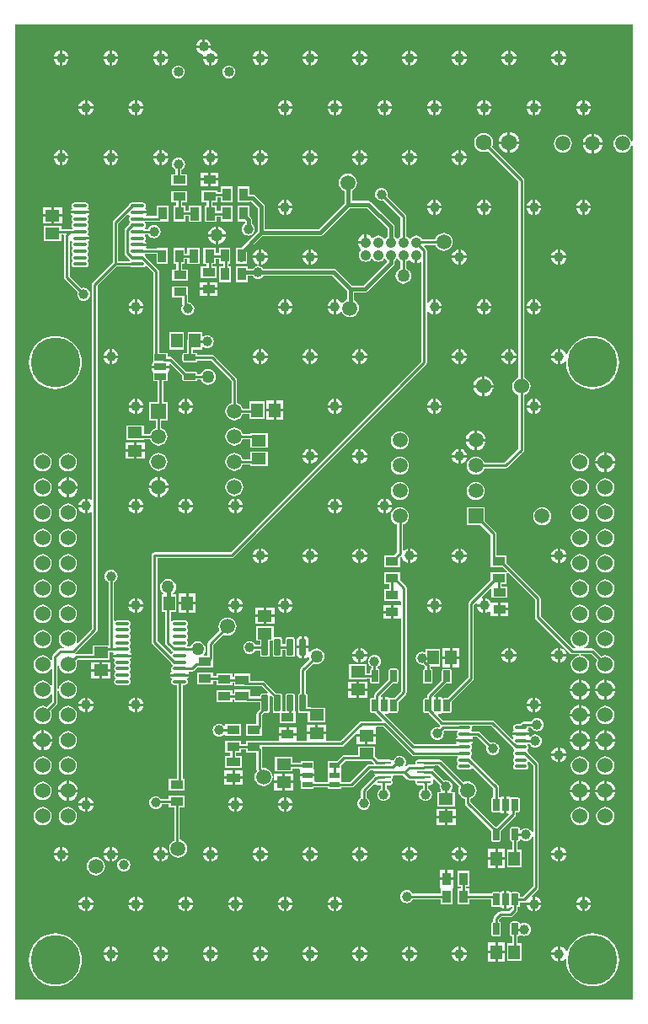
<source format=gbr>
G04 Layer_Physical_Order=1*
G04 Layer_Color=255*
%FSLAX26Y26*%
%MOIN*%
%TF.FileFunction,Copper,L1,Top,Signal*%
%TF.Part,Single*%
G01*
G75*
%TA.AperFunction,SMDPad,CuDef*%
%ADD10R,0.033465X0.051181*%
%ADD11R,0.057087X0.045276*%
%ADD12R,0.045276X0.057087*%
G04:AMPARAMS|DCode=13|XSize=25.591mil|YSize=47.244mil|CornerRadius=1.919mil|HoleSize=0mil|Usage=FLASHONLY|Rotation=0.000|XOffset=0mil|YOffset=0mil|HoleType=Round|Shape=RoundedRectangle|*
%AMROUNDEDRECTD13*
21,1,0.025591,0.043406,0,0,0.0*
21,1,0.021752,0.047244,0,0,0.0*
1,1,0.003839,0.010876,-0.021703*
1,1,0.003839,-0.010876,-0.021703*
1,1,0.003839,-0.010876,0.021703*
1,1,0.003839,0.010876,0.021703*
%
%ADD13ROUNDEDRECTD13*%
G04:AMPARAMS|DCode=14|XSize=25.591mil|YSize=64.961mil|CornerRadius=1.919mil|HoleSize=0mil|Usage=FLASHONLY|Rotation=180.000|XOffset=0mil|YOffset=0mil|HoleType=Round|Shape=RoundedRectangle|*
%AMROUNDEDRECTD14*
21,1,0.025591,0.061122,0,0,180.0*
21,1,0.021752,0.064961,0,0,180.0*
1,1,0.003839,-0.010876,0.030561*
1,1,0.003839,0.010876,0.030561*
1,1,0.003839,0.010876,-0.030561*
1,1,0.003839,-0.010876,-0.030561*
%
%ADD14ROUNDEDRECTD14*%
%ADD15R,0.051181X0.033465*%
%ADD16O,0.055118X0.013780*%
%ADD17R,0.039370X0.023622*%
%ADD18R,0.037402X0.053150*%
%ADD19O,0.049213X0.013780*%
%ADD20O,0.057087X0.009842*%
G04:AMPARAMS|DCode=21|XSize=25.591mil|YSize=47.244mil|CornerRadius=1.919mil|HoleSize=0mil|Usage=FLASHONLY|Rotation=90.000|XOffset=0mil|YOffset=0mil|HoleType=Round|Shape=RoundedRectangle|*
%AMROUNDEDRECTD21*
21,1,0.025591,0.043406,0,0,90.0*
21,1,0.021752,0.047244,0,0,90.0*
1,1,0.003839,0.021703,0.010876*
1,1,0.003839,0.021703,-0.010876*
1,1,0.003839,-0.021703,-0.010876*
1,1,0.003839,-0.021703,0.010876*
%
%ADD21ROUNDEDRECTD21*%
%ADD22R,0.053150X0.037402*%
%TA.AperFunction,Conductor*%
%ADD23C,0.015000*%
%ADD24C,0.010000*%
%TA.AperFunction,ComponentPad*%
%ADD25C,0.059055*%
%ADD26C,0.060000*%
%ADD27C,0.062992*%
%ADD28C,0.040000*%
%ADD29R,0.059055X0.059055*%
%TA.AperFunction,ViaPad*%
%ADD30C,0.196850*%
%TA.AperFunction,ComponentPad*%
%ADD31C,0.042000*%
%TA.AperFunction,ViaPad*%
%ADD32C,0.039370*%
%ADD33C,0.050000*%
G36*
X955945Y425914D02*
X951096Y425075D01*
X947525Y433694D01*
X941846Y441096D01*
X934444Y446775D01*
X925825Y450346D01*
X916575Y451563D01*
X907325Y450346D01*
X898705Y446775D01*
X891304Y441096D01*
X885624Y433694D01*
X882054Y425075D01*
X880836Y415825D01*
X882054Y406575D01*
X885624Y397955D01*
X891304Y390554D01*
X898705Y384874D01*
X907325Y381304D01*
X916575Y380086D01*
X925825Y381304D01*
X934444Y384874D01*
X941846Y390554D01*
X947525Y397955D01*
X951096Y406575D01*
X955945Y405735D01*
Y-2970002D01*
X-1485000D01*
Y888266D01*
X955945D01*
Y425914D01*
D02*
G37*
%LPC*%
G36*
X743464Y-1704331D02*
X738022Y-1705048D01*
X728291Y-1709078D01*
X719936Y-1715490D01*
X713524Y-1723845D01*
X709494Y-1733576D01*
X708777Y-1739018D01*
X743464D01*
Y-1704331D01*
D02*
G37*
G36*
X853464D02*
Y-1739018D01*
X888151D01*
X887434Y-1733576D01*
X883404Y-1723845D01*
X876992Y-1715490D01*
X868637Y-1709078D01*
X858906Y-1705048D01*
X853464Y-1704331D01*
D02*
G37*
G36*
X843464D02*
X838022Y-1705048D01*
X828291Y-1709078D01*
X819936Y-1715490D01*
X813524Y-1723845D01*
X809494Y-1733576D01*
X808777Y-1739018D01*
X843464D01*
Y-1704331D01*
D02*
G37*
G36*
X-136030Y-1711544D02*
X-169573D01*
Y-1739182D01*
X-136030D01*
Y-1711544D01*
D02*
G37*
G36*
X-92487D02*
X-126030D01*
Y-1739182D01*
X-92487D01*
Y-1711544D01*
D02*
G37*
G36*
X-1107993Y-1672956D02*
X-1141536D01*
Y-1700594D01*
X-1107993D01*
Y-1672956D01*
D02*
G37*
G36*
X371149Y-1022159D02*
X300283D01*
Y-1093025D01*
X355424D01*
X394984Y-1132585D01*
Y-1225009D01*
X394984Y-1225010D01*
X395198Y-1226084D01*
Y-1259380D01*
X442465D01*
X459773Y-1276688D01*
X457046Y-1281032D01*
X453664Y-1281032D01*
X395198D01*
Y-1310583D01*
X309471Y-1396309D01*
X307061Y-1399917D01*
X306215Y-1404172D01*
X306215Y-1404172D01*
Y-1695388D01*
X223902Y-1777703D01*
X209896D01*
X206843Y-1778311D01*
X204641Y-1779782D01*
X202841Y-1777088D01*
X198899Y-1774454D01*
X194248Y-1773528D01*
X188372D01*
Y-1807384D01*
X178372D01*
Y-1773528D01*
X172496D01*
X172011Y-1773625D01*
X169548Y-1769017D01*
X217644Y-1720923D01*
X231648D01*
X234701Y-1720315D01*
X237289Y-1718586D01*
X239019Y-1715998D01*
X239626Y-1712945D01*
Y-1669539D01*
X239019Y-1666486D01*
X237289Y-1663898D01*
X234701Y-1662168D01*
X231648Y-1661561D01*
X209896D01*
X206843Y-1662168D01*
X204255Y-1663898D01*
X202525Y-1666486D01*
X201918Y-1669539D01*
Y-1705199D01*
X145902Y-1761213D01*
X145901Y-1761214D01*
X143491Y-1764821D01*
X142645Y-1769076D01*
X142645Y-1769076D01*
Y-1777703D01*
X135094D01*
X132041Y-1778311D01*
X129453Y-1780040D01*
X127723Y-1782628D01*
X127116Y-1785681D01*
Y-1829087D01*
X127723Y-1832140D01*
X129453Y-1834728D01*
X132041Y-1836457D01*
X135094Y-1837065D01*
X149081D01*
X149397Y-1838653D01*
X151808Y-1842261D01*
X193543Y-1883996D01*
X193543Y-1883996D01*
X193933Y-1884257D01*
X194976Y-1888996D01*
X194832Y-1889698D01*
X190334Y-1892669D01*
X190144Y-1892590D01*
X183464Y-1891711D01*
X176784Y-1892590D01*
X170558Y-1895169D01*
X165213Y-1899271D01*
X161111Y-1904616D01*
X158532Y-1910841D01*
X157653Y-1917522D01*
X158532Y-1924203D01*
X161111Y-1930428D01*
X165213Y-1935773D01*
X170558Y-1939875D01*
X176784Y-1942454D01*
X183464Y-1943333D01*
X190144Y-1942454D01*
X196370Y-1939875D01*
X201715Y-1935773D01*
X205817Y-1930428D01*
X208396Y-1924203D01*
X209275Y-1917522D01*
X208396Y-1910841D01*
X207656Y-1909055D01*
X211662Y-1905049D01*
X263116D01*
X264633Y-1910049D01*
X264265Y-1910295D01*
X261437Y-1914528D01*
X260443Y-1919520D01*
X261437Y-1924512D01*
X264265Y-1928745D01*
Y-1930963D01*
X261313Y-1932935D01*
X257580Y-1938522D01*
X257263Y-1940112D01*
X291206D01*
X325149D01*
X324832Y-1938522D01*
X322906Y-1935639D01*
X325579Y-1930639D01*
X340856D01*
X379272Y-1969055D01*
X378532Y-1970841D01*
X377653Y-1977522D01*
X378532Y-1984203D01*
X381111Y-1990428D01*
X385213Y-1995773D01*
X390558Y-1999875D01*
X396784Y-2002454D01*
X403464Y-2003333D01*
X410144Y-2002454D01*
X416370Y-1999875D01*
X421715Y-1995773D01*
X425817Y-1990428D01*
X428396Y-1984203D01*
X429275Y-1977522D01*
X428396Y-1970841D01*
X425817Y-1964616D01*
X421715Y-1959271D01*
X416370Y-1955169D01*
X410144Y-1952590D01*
X403464Y-1951711D01*
X396784Y-1952590D01*
X394997Y-1953330D01*
X353325Y-1911658D01*
X349717Y-1909247D01*
X345462Y-1908401D01*
X345462Y-1908401D01*
X319296D01*
X317779Y-1903401D01*
X318147Y-1903155D01*
X320975Y-1898922D01*
X321969Y-1893930D01*
X321635Y-1892253D01*
X325406Y-1887253D01*
X396756D01*
X483549Y-1974045D01*
X483877Y-1975694D01*
X486705Y-1979927D01*
X487548Y-1980490D01*
Y-1986504D01*
X486705Y-1987067D01*
X483877Y-1991300D01*
X482884Y-1996292D01*
X483877Y-2001284D01*
X486705Y-2005517D01*
X487548Y-2006080D01*
Y-2012094D01*
X486705Y-2012657D01*
X483877Y-2016890D01*
X482884Y-2021882D01*
X483877Y-2026874D01*
X486705Y-2031107D01*
X487549Y-2031671D01*
Y-2037685D01*
X486705Y-2038249D01*
X483877Y-2042482D01*
X482884Y-2047474D01*
X483877Y-2052466D01*
X486705Y-2056699D01*
X490937Y-2059527D01*
X495929Y-2060520D01*
X531363D01*
X536355Y-2059527D01*
X540587Y-2056699D01*
X543415Y-2052466D01*
X544409Y-2047474D01*
X543415Y-2042482D01*
X540587Y-2038249D01*
X539743Y-2037685D01*
Y-2031671D01*
X540587Y-2031107D01*
X541707Y-2029432D01*
X547809Y-2028464D01*
X562345Y-2042999D01*
Y-2307310D01*
X557345Y-2308304D01*
X555817Y-2304616D01*
X551715Y-2299271D01*
X546370Y-2295169D01*
X540144Y-2292590D01*
X533464Y-2291711D01*
X526784Y-2292590D01*
X520558Y-2295169D01*
X515213Y-2299271D01*
X514720Y-2299913D01*
X509720Y-2298215D01*
Y-2293891D01*
X509113Y-2290838D01*
X507383Y-2288250D01*
X504795Y-2286521D01*
X501742Y-2285913D01*
X479990D01*
X476937Y-2286521D01*
X474349Y-2288250D01*
X472619Y-2290838D01*
X472012Y-2293891D01*
Y-2337297D01*
X472619Y-2340350D01*
X474349Y-2342938D01*
X476937Y-2344668D01*
X479747Y-2345226D01*
Y-2378073D01*
X460355D01*
Y-2446971D01*
X517441D01*
Y-2378073D01*
X501985D01*
Y-2345226D01*
X504795Y-2344668D01*
X507383Y-2342938D01*
X509113Y-2340350D01*
X509720Y-2337297D01*
Y-2336829D01*
X514720Y-2335131D01*
X515213Y-2335773D01*
X520558Y-2339875D01*
X526784Y-2342454D01*
X533464Y-2343333D01*
X540144Y-2342454D01*
X546370Y-2339875D01*
X551715Y-2335773D01*
X555817Y-2330428D01*
X557345Y-2326740D01*
X562345Y-2327734D01*
Y-2522916D01*
X521930Y-2563333D01*
X509720D01*
Y-2552749D01*
X509113Y-2549696D01*
X507383Y-2547108D01*
X504795Y-2545378D01*
X501742Y-2544771D01*
X479990D01*
X476937Y-2545378D01*
X474734Y-2546851D01*
X472933Y-2544156D01*
X468991Y-2541522D01*
X464340Y-2540597D01*
X458464D01*
Y-2574452D01*
Y-2608307D01*
X464340D01*
X468991Y-2607382D01*
X472933Y-2604748D01*
X474734Y-2602053D01*
X476937Y-2603526D01*
X479747Y-2604084D01*
Y-2610514D01*
X468858Y-2621403D01*
X433464D01*
X429209Y-2622249D01*
X425601Y-2624660D01*
X425601Y-2624660D01*
X408200Y-2642061D01*
X405789Y-2645669D01*
X404943Y-2649924D01*
X404943Y-2649925D01*
Y-2660962D01*
X402133Y-2661521D01*
X399545Y-2663250D01*
X397815Y-2665838D01*
X397208Y-2668891D01*
Y-2712297D01*
X397815Y-2715350D01*
X399545Y-2717938D01*
X402133Y-2719668D01*
X405186Y-2720275D01*
X426938D01*
X429991Y-2719668D01*
X432579Y-2717938D01*
X434309Y-2715350D01*
X434916Y-2712297D01*
Y-2668891D01*
X434309Y-2665838D01*
X432579Y-2663250D01*
X429991Y-2661521D01*
X427181Y-2660962D01*
Y-2654530D01*
X438070Y-2643641D01*
X473464D01*
X473464Y-2643641D01*
X477719Y-2642795D01*
X481327Y-2640385D01*
X498728Y-2622983D01*
X498728Y-2622983D01*
X501139Y-2619375D01*
X501985Y-2615120D01*
Y-2604084D01*
X504795Y-2603526D01*
X507383Y-2601796D01*
X509113Y-2599208D01*
X509720Y-2596155D01*
Y-2585571D01*
X526536D01*
X526536Y-2585571D01*
X530791Y-2584725D01*
X532188Y-2583791D01*
X532656Y-2583898D01*
X536850Y-2586690D01*
X536788Y-2587159D01*
X561071D01*
Y-2562876D01*
X560882Y-2562901D01*
X558546Y-2558165D01*
X581326Y-2535385D01*
X581327Y-2535385D01*
X583737Y-2531777D01*
X584583Y-2527522D01*
Y-2038394D01*
X584583Y-2038393D01*
X583737Y-2034138D01*
X581327Y-2030531D01*
X581326Y-2030531D01*
X543743Y-1992948D01*
X543415Y-1991300D01*
X540587Y-1987067D01*
X539744Y-1986504D01*
Y-1980490D01*
X540587Y-1979927D01*
X543415Y-1975694D01*
X544409Y-1970702D01*
X543415Y-1965710D01*
X540906Y-1961954D01*
X541455Y-1959719D01*
X542818Y-1956954D01*
X548033D01*
X549341Y-1960112D01*
X553443Y-1965457D01*
X558788Y-1969559D01*
X565014Y-1972138D01*
X571694Y-1973017D01*
X578375Y-1972138D01*
X584600Y-1969559D01*
X589945Y-1965457D01*
X594047Y-1960112D01*
X596626Y-1953887D01*
X597505Y-1947206D01*
X596626Y-1940525D01*
X594047Y-1934300D01*
X589945Y-1928955D01*
X584600Y-1924853D01*
X578375Y-1922274D01*
X571694Y-1921395D01*
X565014Y-1922274D01*
X558788Y-1924853D01*
X553443Y-1928955D01*
X551389Y-1931632D01*
X549707Y-1931467D01*
X547213Y-1926199D01*
X547272Y-1926110D01*
X547589Y-1924520D01*
X513646D01*
X479703D01*
X480020Y-1926110D01*
X483753Y-1931697D01*
X485328Y-1932749D01*
X484031Y-1937439D01*
X479339Y-1938387D01*
X409224Y-1868272D01*
X405617Y-1865861D01*
X401362Y-1865015D01*
X401361Y-1865015D01*
X206012D01*
X186856Y-1845859D01*
X188769Y-1841239D01*
X194248D01*
X198899Y-1840314D01*
X202841Y-1837680D01*
X204641Y-1834986D01*
X206843Y-1836457D01*
X209896Y-1837065D01*
X231648D01*
X234701Y-1836457D01*
X237289Y-1834728D01*
X239019Y-1832140D01*
X239626Y-1829087D01*
Y-1793429D01*
X325196Y-1707857D01*
X325197Y-1707857D01*
X327607Y-1704249D01*
X328453Y-1699994D01*
X328453Y-1699993D01*
Y-1408778D01*
X335680Y-1401550D01*
X338438Y-1402599D01*
X340195Y-1404107D01*
X339938Y-1406057D01*
X364221D01*
Y-1381774D01*
X362271Y-1382031D01*
X360763Y-1380274D01*
X359714Y-1377516D01*
X393579Y-1343652D01*
X398198Y-1345566D01*
Y-1381380D01*
X461190D01*
Y-1336104D01*
X437813D01*
Y-1326308D01*
X458190D01*
Y-1285886D01*
X458190Y-1282176D01*
X462534Y-1279449D01*
X570417Y-1387331D01*
Y-1457798D01*
X570417Y-1457798D01*
X571263Y-1462053D01*
X573673Y-1465661D01*
X707925Y-1599912D01*
X711532Y-1602322D01*
X715787Y-1603169D01*
X745356D01*
X745684Y-1608169D01*
X739091Y-1609037D01*
X730356Y-1612655D01*
X722856Y-1618410D01*
X717101Y-1625910D01*
X713483Y-1634645D01*
X712249Y-1644018D01*
X713483Y-1653391D01*
X717101Y-1662126D01*
X722856Y-1669626D01*
X730356Y-1675381D01*
X739091Y-1678999D01*
X748464Y-1680233D01*
X757837Y-1678999D01*
X766572Y-1675381D01*
X774072Y-1669626D01*
X779827Y-1662126D01*
X783445Y-1653391D01*
X784679Y-1644018D01*
X783445Y-1634645D01*
X779827Y-1625910D01*
X774072Y-1618410D01*
X766572Y-1612655D01*
X757837Y-1609037D01*
X751244Y-1608169D01*
X751572Y-1603169D01*
X791890D01*
X816377Y-1627657D01*
X813483Y-1634645D01*
X812249Y-1644018D01*
X813483Y-1653391D01*
X817101Y-1662126D01*
X822856Y-1669626D01*
X830356Y-1675381D01*
X839091Y-1678999D01*
X848464Y-1680233D01*
X857837Y-1678999D01*
X866572Y-1675381D01*
X874072Y-1669626D01*
X879827Y-1662126D01*
X883445Y-1653391D01*
X884679Y-1644018D01*
X883445Y-1634645D01*
X879827Y-1625910D01*
X874072Y-1618410D01*
X866572Y-1612655D01*
X857837Y-1609037D01*
X848464Y-1607803D01*
X839091Y-1609037D01*
X832102Y-1611931D01*
X804358Y-1584187D01*
X800751Y-1581777D01*
X796495Y-1580930D01*
X796495Y-1580930D01*
X766241D01*
X765246Y-1575930D01*
X766572Y-1575381D01*
X774072Y-1569626D01*
X779827Y-1562126D01*
X783445Y-1553391D01*
X784679Y-1544018D01*
X783445Y-1534645D01*
X779827Y-1525910D01*
X774072Y-1518410D01*
X766572Y-1512655D01*
X757837Y-1509037D01*
X748464Y-1507803D01*
X739091Y-1509037D01*
X730356Y-1512655D01*
X722856Y-1518410D01*
X717101Y-1525910D01*
X713483Y-1534645D01*
X712249Y-1544018D01*
X713483Y-1553391D01*
X717101Y-1562126D01*
X722856Y-1569626D01*
X730356Y-1575381D01*
X731682Y-1575930D01*
X730687Y-1580930D01*
X720393D01*
X592655Y-1453193D01*
Y-1382726D01*
X591809Y-1378470D01*
X589398Y-1374863D01*
X589398Y-1374863D01*
X458190Y-1243655D01*
Y-1214104D01*
X417223D01*
Y-1127980D01*
X417223Y-1127979D01*
X416376Y-1123724D01*
X413966Y-1120117D01*
X413966Y-1120117D01*
X371149Y-1077300D01*
Y-1022159D01*
D02*
G37*
G36*
X-1151536Y-1672956D02*
X-1185079D01*
Y-1700594D01*
X-1151536D01*
Y-1672956D01*
D02*
G37*
G36*
X753464Y-1704331D02*
Y-1739018D01*
X788151D01*
X787434Y-1733576D01*
X783404Y-1723845D01*
X776992Y-1715490D01*
X768637Y-1709078D01*
X758906Y-1705048D01*
X753464Y-1704331D01*
D02*
G37*
G36*
X-1024599Y-1615002D02*
X-1061494D01*
X-1098389D01*
X-1098073Y-1616592D01*
X-1094340Y-1622179D01*
X-1091388Y-1624151D01*
Y-1626367D01*
X-1094216Y-1630600D01*
X-1095209Y-1635592D01*
X-1094216Y-1640584D01*
X-1091388Y-1644817D01*
X-1090545Y-1645380D01*
Y-1651394D01*
X-1091388Y-1651957D01*
X-1094216Y-1656190D01*
X-1095209Y-1661182D01*
X-1094216Y-1666174D01*
X-1091388Y-1670407D01*
X-1090545Y-1670970D01*
Y-1676984D01*
X-1091388Y-1677547D01*
X-1094216Y-1681780D01*
X-1095209Y-1686772D01*
X-1094216Y-1691764D01*
X-1091388Y-1695997D01*
X-1090543Y-1696561D01*
Y-1702575D01*
X-1091388Y-1703139D01*
X-1094216Y-1707372D01*
X-1095209Y-1712364D01*
X-1094216Y-1717356D01*
X-1091388Y-1721589D01*
X-1087156Y-1724417D01*
X-1082163Y-1725410D01*
X-1040825D01*
X-1035832Y-1724417D01*
X-1031600Y-1721589D01*
X-1028772Y-1717356D01*
X-1027779Y-1712364D01*
X-1028772Y-1707372D01*
X-1031600Y-1703139D01*
X-1032445Y-1702575D01*
Y-1696561D01*
X-1031600Y-1695997D01*
X-1028772Y-1691764D01*
X-1027779Y-1686772D01*
X-1028772Y-1681780D01*
X-1031600Y-1677547D01*
X-1032443Y-1676984D01*
Y-1670970D01*
X-1031600Y-1670407D01*
X-1028772Y-1666174D01*
X-1027779Y-1661182D01*
X-1028772Y-1656190D01*
X-1031600Y-1651957D01*
X-1032443Y-1651394D01*
Y-1645380D01*
X-1031600Y-1644817D01*
X-1028772Y-1640584D01*
X-1027779Y-1635592D01*
X-1028772Y-1630600D01*
X-1031600Y-1626367D01*
Y-1624151D01*
X-1028648Y-1622179D01*
X-1024915Y-1616592D01*
X-1024599Y-1615002D01*
D02*
G37*
G36*
X843464Y-1749018D02*
X808777D01*
X809494Y-1754460D01*
X813524Y-1764191D01*
X819936Y-1772546D01*
X828291Y-1778958D01*
X838022Y-1782989D01*
X843464Y-1783705D01*
Y-1749018D01*
D02*
G37*
G36*
X788151D02*
X753464D01*
Y-1783705D01*
X758906Y-1782989D01*
X768637Y-1778958D01*
X776992Y-1772546D01*
X783404Y-1764191D01*
X787434Y-1754460D01*
X788151Y-1749018D01*
D02*
G37*
G36*
X743464D02*
X708777D01*
X709494Y-1754460D01*
X713524Y-1764191D01*
X719936Y-1772546D01*
X728291Y-1778958D01*
X738022Y-1782989D01*
X743464Y-1783705D01*
Y-1749018D01*
D02*
G37*
G36*
X561071Y-1775475D02*
X558322Y-1775837D01*
X551101Y-1778828D01*
X544900Y-1783586D01*
X540141Y-1789787D01*
X537150Y-1797008D01*
X536788Y-1799758D01*
X561071D01*
Y-1775475D01*
D02*
G37*
G36*
X571071D02*
Y-1799758D01*
X595354D01*
X594992Y-1797008D01*
X592001Y-1789787D01*
X587243Y-1783586D01*
X581042Y-1778828D01*
X573821Y-1775837D01*
X571071Y-1775475D01*
D02*
G37*
G36*
X-92487Y-1749182D02*
X-126030D01*
Y-1776820D01*
X-92487D01*
Y-1749182D01*
D02*
G37*
G36*
X-703066Y-1676668D02*
X-766058D01*
Y-1721944D01*
X-703066D01*
Y-1710425D01*
X-689912D01*
Y-1726490D01*
X-626920D01*
Y-1716939D01*
X-620896D01*
Y-1730426D01*
X-575797D01*
X-574717Y-1730641D01*
X-574716Y-1730641D01*
X-574716Y-1730641D01*
X-511402D01*
X-487611Y-1754431D01*
X-489682Y-1759431D01*
X-508906D01*
X-511959Y-1760038D01*
X-514547Y-1761768D01*
X-516277Y-1764356D01*
X-516884Y-1767409D01*
Y-1771395D01*
X-555936D01*
Y-1744206D01*
X-620896D01*
Y-1759661D01*
X-626920D01*
Y-1748142D01*
X-689912D01*
Y-1793418D01*
X-626920D01*
Y-1781899D01*
X-620896D01*
Y-1793418D01*
X-567923D01*
X-566843Y-1793633D01*
X-566842Y-1793633D01*
X-516884D01*
Y-1820785D01*
X-528578Y-1832479D01*
X-530989Y-1836087D01*
X-531835Y-1840342D01*
X-531835Y-1840342D01*
Y-1880104D01*
X-572802D01*
Y-1925380D01*
X-509810D01*
Y-1892082D01*
X-509597Y-1891010D01*
X-509597Y-1891009D01*
Y-1844948D01*
X-501158Y-1836509D01*
X-487154D01*
X-484101Y-1835902D01*
X-481513Y-1834172D01*
X-479783Y-1831584D01*
X-479176Y-1828531D01*
Y-1769937D01*
X-474176Y-1767866D01*
X-466884Y-1775157D01*
Y-1828531D01*
X-466277Y-1831584D01*
X-464547Y-1834172D01*
X-461959Y-1835902D01*
X-458906Y-1836509D01*
X-439912D01*
Y-1876490D01*
X-376920D01*
Y-1831214D01*
X-376974D01*
X-379176Y-1828531D01*
Y-1767409D01*
X-379783Y-1764356D01*
X-381513Y-1761768D01*
X-384101Y-1760038D01*
X-387154Y-1759431D01*
X-408906D01*
X-411959Y-1760038D01*
X-414547Y-1761768D01*
X-416277Y-1764356D01*
X-416884Y-1767409D01*
Y-1828531D01*
X-419086Y-1831214D01*
X-426974D01*
X-429176Y-1828531D01*
Y-1767409D01*
X-429783Y-1764356D01*
X-431513Y-1761768D01*
X-434101Y-1760038D01*
X-437154Y-1759431D01*
X-451161D01*
X-498933Y-1711660D01*
X-498933Y-1711659D01*
X-502541Y-1709249D01*
X-506796Y-1708403D01*
X-506797Y-1708403D01*
X-555936D01*
Y-1681214D01*
X-620896D01*
Y-1694701D01*
X-626920D01*
Y-1681214D01*
X-689912D01*
Y-1688187D01*
X-703066D01*
Y-1676668D01*
D02*
G37*
G36*
X-136030Y-1749182D02*
X-169573D01*
Y-1776820D01*
X-136030D01*
Y-1749182D01*
D02*
G37*
G36*
X888151Y-1749018D02*
X853464D01*
Y-1783705D01*
X858906Y-1782989D01*
X868637Y-1778958D01*
X876992Y-1772546D01*
X883404Y-1764191D01*
X887434Y-1754460D01*
X888151Y-1749018D01*
D02*
G37*
G36*
X36190Y-1281032D02*
X-26802D01*
Y-1326308D01*
X-6425D01*
Y-1348104D01*
X-26802D01*
Y-1393380D01*
X36190D01*
Y-1393380D01*
X40465Y-1395131D01*
Y-1406012D01*
X40284Y-1410938D01*
X35465Y-1410938D01*
X9694D01*
Y-1437670D01*
Y-1464402D01*
X40284Y-1464402D01*
X40465Y-1469328D01*
Y-1749406D01*
X13732Y-1776139D01*
X-274D01*
X-3327Y-1776746D01*
X-5529Y-1778218D01*
X-7329Y-1775524D01*
X-11271Y-1772890D01*
X-15922Y-1771965D01*
X-21798D01*
Y-1805820D01*
X-31798D01*
Y-1771965D01*
X-37674D01*
X-38159Y-1772061D01*
X-40622Y-1767453D01*
X7474Y-1719359D01*
X21478D01*
X24531Y-1718752D01*
X27119Y-1717022D01*
X28849Y-1714434D01*
X29456Y-1711381D01*
Y-1667975D01*
X28849Y-1664922D01*
X27119Y-1662334D01*
X24531Y-1660604D01*
X21478Y-1659997D01*
X-274D01*
X-3327Y-1660604D01*
X-5915Y-1662334D01*
X-7645Y-1664922D01*
X-8252Y-1667975D01*
Y-1703635D01*
X-64268Y-1759649D01*
X-64269Y-1759649D01*
X-66679Y-1763257D01*
X-67525Y-1767512D01*
X-67525Y-1767512D01*
Y-1776139D01*
X-75076D01*
X-78129Y-1776746D01*
X-80717Y-1778476D01*
X-82447Y-1781064D01*
X-83054Y-1784117D01*
Y-1827523D01*
X-82447Y-1830576D01*
X-80717Y-1833164D01*
X-78129Y-1834893D01*
X-75076Y-1835501D01*
X-63560D01*
X-34860Y-1864201D01*
X-36773Y-1868821D01*
X-116871D01*
X-116872Y-1868821D01*
X-121127Y-1869667D01*
X-124734Y-1872078D01*
X-199476Y-1946819D01*
X-254873D01*
Y-1920546D01*
X-331959D01*
Y-1946819D01*
X-372825D01*
Y-1925780D01*
X-408416D01*
Y-1920780D01*
D01*
Y-1925780D01*
X-444007D01*
Y-1946819D01*
X-529573D01*
X-529574Y-1946818D01*
X-530648Y-1947032D01*
X-572802D01*
Y-1958551D01*
X-591810D01*
Y-1947032D01*
X-654802D01*
Y-1992308D01*
X-634425D01*
Y-2005104D01*
X-654786D01*
Y-2054316D01*
X-589826D01*
Y-2005104D01*
X-612187D01*
Y-1992308D01*
X-591810D01*
Y-1980789D01*
X-572802D01*
Y-1992308D01*
X-531835D01*
Y-2058268D01*
X-531835Y-2058269D01*
X-531371Y-2060602D01*
X-530989Y-2062523D01*
X-530989Y-2062523D01*
Y-2062524D01*
X-529362Y-2064958D01*
X-534257Y-2071337D01*
X-537828Y-2079957D01*
X-539045Y-2089207D01*
X-537828Y-2098456D01*
X-534257Y-2107076D01*
X-528578Y-2114478D01*
X-521176Y-2120157D01*
X-512557Y-2123727D01*
X-503307Y-2124945D01*
X-494057Y-2123727D01*
X-485437Y-2120157D01*
X-478036Y-2114478D01*
X-472356Y-2107076D01*
X-468786Y-2098456D01*
X-467568Y-2089207D01*
X-468786Y-2079957D01*
X-472356Y-2071337D01*
X-478036Y-2063936D01*
X-485437Y-2058256D01*
X-494057Y-2054686D01*
X-503307Y-2053468D01*
X-504597Y-2053638D01*
X-509597Y-2049253D01*
Y-1981406D01*
X-509597Y-1981405D01*
X-509597Y-1981404D01*
X-509810Y-1980332D01*
Y-1969057D01*
X-194870D01*
X-194870Y-1969057D01*
X-190614Y-1968210D01*
X-187007Y-1965800D01*
X-139469Y-1918262D01*
X-134849Y-1920175D01*
Y-1920978D01*
X-96306D01*
X-57763D01*
Y-1893340D01*
X-53708Y-1891059D01*
X-30496D01*
X82599Y-2004154D01*
X82600Y-2004155D01*
X86207Y-2006565D01*
X90462Y-2007411D01*
X90463Y-2007411D01*
X263116D01*
X264633Y-2012411D01*
X264265Y-2012657D01*
X261437Y-2016890D01*
X260443Y-2021882D01*
X261437Y-2026874D01*
X264265Y-2031107D01*
X265109Y-2031671D01*
Y-2037685D01*
X264265Y-2038249D01*
X261437Y-2042482D01*
X260443Y-2047474D01*
X261437Y-2052466D01*
X264265Y-2056699D01*
X268497Y-2059527D01*
X273489Y-2060520D01*
X308923D01*
X313915Y-2059527D01*
X318147Y-2056699D01*
X319267Y-2055023D01*
X325370Y-2054054D01*
X404943Y-2133627D01*
Y-2169820D01*
X402133Y-2170378D01*
X399545Y-2172108D01*
X397815Y-2174696D01*
X397208Y-2177749D01*
Y-2221155D01*
X397815Y-2224208D01*
X399545Y-2226796D01*
X402133Y-2228526D01*
X405186Y-2229133D01*
X426938D01*
X429991Y-2228526D01*
X432194Y-2227053D01*
X433995Y-2229748D01*
X437937Y-2232382D01*
X442588Y-2233307D01*
X448464D01*
Y-2199452D01*
Y-2165597D01*
X442588D01*
X437937Y-2166522D01*
X433995Y-2169156D01*
X432194Y-2171851D01*
X429991Y-2170378D01*
X427181Y-2169820D01*
Y-2129022D01*
X427181Y-2129021D01*
X426335Y-2124766D01*
X423925Y-2121159D01*
X321303Y-2018538D01*
X320975Y-2016890D01*
X318147Y-2012657D01*
X317304Y-2012094D01*
Y-2006080D01*
X318147Y-2005517D01*
X320975Y-2001284D01*
X321969Y-1996292D01*
X320975Y-1991300D01*
X318147Y-1987067D01*
X317304Y-1986504D01*
Y-1980490D01*
X318147Y-1979927D01*
X320975Y-1975694D01*
X321969Y-1970702D01*
X320975Y-1965710D01*
X318147Y-1961477D01*
Y-1959261D01*
X321099Y-1957289D01*
X324832Y-1951702D01*
X325149Y-1950112D01*
X291206D01*
X257263D01*
X257580Y-1951702D01*
X259505Y-1954583D01*
X256832Y-1959583D01*
X91972D01*
X-23316Y-1844295D01*
X-21403Y-1839676D01*
X-15922D01*
X-11271Y-1838750D01*
X-7329Y-1836116D01*
X-5529Y-1833422D01*
X-3327Y-1834893D01*
X-274Y-1835501D01*
X21478D01*
X24531Y-1834893D01*
X27119Y-1833164D01*
X28849Y-1830576D01*
X29456Y-1827523D01*
Y-1791865D01*
X59447Y-1761874D01*
X61857Y-1758267D01*
X62703Y-1754012D01*
X62703Y-1754012D01*
Y-1341703D01*
X62703Y-1341702D01*
X61857Y-1337447D01*
X59447Y-1333840D01*
X59446Y-1333839D01*
X36190Y-1310583D01*
Y-1281032D01*
D02*
G37*
G36*
X-64616Y-1606395D02*
X-71296Y-1607274D01*
X-77522Y-1609853D01*
X-82867Y-1613955D01*
X-86969Y-1619300D01*
X-89548Y-1625525D01*
X-90427Y-1632206D01*
X-89548Y-1638887D01*
X-86969Y-1645112D01*
X-82867Y-1650457D01*
X-77522Y-1654559D01*
X-75527Y-1655385D01*
Y-1660087D01*
X-78129Y-1660604D01*
X-80717Y-1662334D01*
X-82447Y-1664922D01*
X-83054Y-1667975D01*
Y-1678559D01*
X-96581D01*
Y-1644773D01*
X-165479D01*
Y-1701859D01*
X-96581D01*
Y-1700797D01*
X-83054D01*
Y-1711381D01*
X-82447Y-1714434D01*
X-80717Y-1717022D01*
X-78129Y-1718752D01*
X-75076Y-1719359D01*
X-53324D01*
X-50271Y-1718752D01*
X-47683Y-1717022D01*
X-45953Y-1714434D01*
X-45346Y-1711381D01*
Y-1667975D01*
X-45953Y-1664922D01*
X-47683Y-1662334D01*
X-50271Y-1660604D01*
X-53289Y-1660004D01*
Y-1655213D01*
X-51710Y-1654559D01*
X-46365Y-1650457D01*
X-42263Y-1645112D01*
X-39684Y-1638887D01*
X-38805Y-1632206D01*
X-39684Y-1625525D01*
X-42263Y-1619300D01*
X-46365Y-1613955D01*
X-51710Y-1609853D01*
X-57935Y-1607274D01*
X-64616Y-1606395D01*
D02*
G37*
G36*
X232380Y-1578663D02*
X204742D01*
Y-1612206D01*
X232380D01*
Y-1578663D01*
D02*
G37*
G36*
X270018D02*
X242380D01*
Y-1612206D01*
X270018D01*
Y-1578663D01*
D02*
G37*
G36*
X-463967Y-1494205D02*
X-532865D01*
Y-1551291D01*
X-516884D01*
Y-1566197D01*
X-535323D01*
X-536063Y-1564410D01*
X-540165Y-1559065D01*
X-545510Y-1554963D01*
X-551736Y-1552384D01*
X-558416Y-1551505D01*
X-565096Y-1552384D01*
X-571322Y-1554963D01*
X-576667Y-1559065D01*
X-580769Y-1564410D01*
X-583348Y-1570636D01*
X-584227Y-1577316D01*
X-583348Y-1583996D01*
X-580769Y-1590222D01*
X-576667Y-1595567D01*
X-571322Y-1599669D01*
X-565096Y-1602248D01*
X-558416Y-1603127D01*
X-551736Y-1602248D01*
X-545510Y-1599669D01*
X-540165Y-1595567D01*
X-536063Y-1590222D01*
X-535323Y-1588435D01*
X-516884D01*
Y-1606089D01*
X-516277Y-1609142D01*
X-514547Y-1611730D01*
X-511959Y-1613460D01*
X-508906Y-1614067D01*
X-487154D01*
X-484101Y-1613460D01*
X-481513Y-1611730D01*
X-479783Y-1609142D01*
X-479176Y-1606089D01*
Y-1551291D01*
X-466884D01*
Y-1606089D01*
X-466277Y-1609142D01*
X-464547Y-1611730D01*
X-461959Y-1613460D01*
X-458906Y-1614067D01*
X-437154D01*
X-434101Y-1613460D01*
X-431513Y-1611730D01*
X-429783Y-1609142D01*
X-429176Y-1606089D01*
Y-1586647D01*
X-416884D01*
Y-1606089D01*
X-416277Y-1609142D01*
X-414547Y-1611730D01*
X-411959Y-1613460D01*
X-408906Y-1614067D01*
X-387154D01*
X-384101Y-1613460D01*
X-381513Y-1611730D01*
X-379783Y-1609142D01*
X-379176Y-1606089D01*
Y-1544967D01*
X-379783Y-1541914D01*
X-381513Y-1539326D01*
X-384101Y-1537596D01*
X-387154Y-1536989D01*
X-408906D01*
X-411959Y-1537596D01*
X-414547Y-1539326D01*
X-416277Y-1541914D01*
X-416884Y-1544967D01*
Y-1564409D01*
X-429176D01*
Y-1544967D01*
X-429783Y-1541914D01*
X-431513Y-1539326D01*
X-434101Y-1537596D01*
X-437154Y-1536989D01*
X-458906D01*
X-458967Y-1537001D01*
X-463967Y-1533382D01*
Y-1494205D01*
D02*
G37*
G36*
X693779Y-1612907D02*
X669496D01*
Y-1637190D01*
X672246Y-1636828D01*
X679467Y-1633837D01*
X685668Y-1629079D01*
X690426Y-1622878D01*
X693417Y-1615657D01*
X693779Y-1612907D01*
D02*
G37*
G36*
X-353030Y-1580528D02*
X-371059D01*
Y-1606089D01*
X-370134Y-1610740D01*
X-367499Y-1614682D01*
X-363557Y-1617317D01*
X-358906Y-1618242D01*
X-353030D01*
Y-1580528D01*
D02*
G37*
G36*
X472646Y-1578624D02*
Y-1602907D01*
X496929D01*
X496567Y-1600158D01*
X493576Y-1592937D01*
X488818Y-1586736D01*
X482617Y-1581977D01*
X475395Y-1578986D01*
X472646Y-1578624D01*
D02*
G37*
G36*
X659496D02*
X656747Y-1578986D01*
X649526Y-1581977D01*
X643325Y-1586736D01*
X638567Y-1592937D01*
X635575Y-1600158D01*
X635213Y-1602907D01*
X659496D01*
Y-1578624D01*
D02*
G37*
G36*
X462646D02*
X459897Y-1578986D01*
X452675Y-1581977D01*
X446474Y-1586736D01*
X441716Y-1592937D01*
X438725Y-1600158D01*
X438363Y-1602907D01*
X462646D01*
Y-1578624D01*
D02*
G37*
G36*
X-127905D02*
X-130655Y-1578986D01*
X-137876Y-1581977D01*
X-144077Y-1586736D01*
X-148835Y-1592937D01*
X-151826Y-1600158D01*
X-152188Y-1602907D01*
X-127905D01*
Y-1578624D01*
D02*
G37*
G36*
X-117905D02*
Y-1602907D01*
X-93622D01*
X-93984Y-1600158D01*
X-96975Y-1592937D01*
X-101734Y-1586736D01*
X-107935Y-1581977D01*
X-115156Y-1578986D01*
X-117905Y-1578624D01*
D02*
G37*
G36*
X270018Y-1622206D02*
X242380D01*
Y-1655749D01*
X270018D01*
Y-1622206D01*
D02*
G37*
G36*
X-325001Y-1580528D02*
X-343030D01*
Y-1618242D01*
X-337154D01*
X-332503Y-1617317D01*
X-329144Y-1615072D01*
X-326334Y-1615639D01*
X-323888Y-1616689D01*
X-323416Y-1620274D01*
X-321566Y-1624741D01*
X-355892Y-1659068D01*
X-358303Y-1662675D01*
X-359149Y-1666930D01*
X-359149Y-1666930D01*
Y-1759479D01*
X-361959Y-1760038D01*
X-364547Y-1761768D01*
X-366277Y-1764356D01*
X-366884Y-1767409D01*
Y-1828531D01*
X-366277Y-1831584D01*
X-364547Y-1834172D01*
X-361959Y-1835902D01*
X-358906Y-1836509D01*
X-337154D01*
X-334101Y-1835902D01*
X-333295Y-1835363D01*
X-327865D01*
Y-1873221D01*
X-258967D01*
Y-1816135D01*
X-312499D01*
X-315737Y-1813971D01*
X-319992Y-1813125D01*
X-319993Y-1813125D01*
X-329176D01*
Y-1767409D01*
X-329783Y-1764356D01*
X-331513Y-1761768D01*
X-334101Y-1760038D01*
X-336911Y-1759479D01*
Y-1671536D01*
X-305841Y-1640466D01*
X-301374Y-1642316D01*
X-293306Y-1643378D01*
X-285238Y-1642316D01*
X-277720Y-1639202D01*
X-271264Y-1634248D01*
X-266310Y-1627792D01*
X-263196Y-1620274D01*
X-262134Y-1612206D01*
X-263196Y-1604138D01*
X-266310Y-1596620D01*
X-271264Y-1590164D01*
X-277720Y-1585210D01*
X-285238Y-1582096D01*
X-293306Y-1581034D01*
X-301374Y-1582096D01*
X-308892Y-1585210D01*
X-315348Y-1590164D01*
X-320001Y-1596228D01*
X-320555Y-1596237D01*
X-325001Y-1593012D01*
Y-1580528D01*
D02*
G37*
G36*
X232380Y-1622206D02*
X204742D01*
Y-1655749D01*
X232380D01*
Y-1622206D01*
D02*
G37*
G36*
X-1151536Y-1635318D02*
X-1185079D01*
Y-1662956D01*
X-1151536D01*
Y-1635318D01*
D02*
G37*
G36*
X-1107993D02*
X-1141536D01*
Y-1662956D01*
X-1107993D01*
Y-1635318D01*
D02*
G37*
G36*
X496929Y-1612907D02*
X472646D01*
Y-1637190D01*
X475395Y-1636828D01*
X482617Y-1633837D01*
X488818Y-1629079D01*
X493576Y-1622878D01*
X496567Y-1615657D01*
X496929Y-1612907D01*
D02*
G37*
G36*
X659496D02*
X635213D01*
X635575Y-1615657D01*
X638567Y-1622878D01*
X643325Y-1629079D01*
X649526Y-1633837D01*
X656747Y-1636828D01*
X659496Y-1637190D01*
Y-1612907D01*
D02*
G37*
G36*
X462646D02*
X438363D01*
X438725Y-1615657D01*
X441716Y-1622878D01*
X446474Y-1629079D01*
X452675Y-1633837D01*
X459897Y-1636828D01*
X462646Y-1637190D01*
Y-1612907D01*
D02*
G37*
G36*
X-127905D02*
X-152188D01*
X-151826Y-1615657D01*
X-148835Y-1622878D01*
X-144077Y-1629079D01*
X-137876Y-1633837D01*
X-130655Y-1636828D01*
X-127905Y-1637190D01*
Y-1612907D01*
D02*
G37*
G36*
X-93622D02*
X-117905D01*
Y-1637190D01*
X-115156Y-1636828D01*
X-107935Y-1633837D01*
X-101734Y-1629079D01*
X-96975Y-1622878D01*
X-93984Y-1615657D01*
X-93622Y-1612907D01*
D02*
G37*
G36*
X-1003732Y-1775475D02*
Y-1799758D01*
X-979449D01*
X-979811Y-1797008D01*
X-982802Y-1789787D01*
X-987560Y-1783586D01*
X-993761Y-1778828D01*
X-1000983Y-1775837D01*
X-1003732Y-1775475D01*
D02*
G37*
G36*
X-57763Y-1930978D02*
X-91306D01*
Y-1958616D01*
X-57763D01*
Y-1930978D01*
D02*
G37*
G36*
X843464Y-1904331D02*
X838022Y-1905048D01*
X828291Y-1909078D01*
X819936Y-1915490D01*
X813524Y-1923845D01*
X809494Y-1933576D01*
X808777Y-1939018D01*
X843464D01*
Y-1904331D01*
D02*
G37*
G36*
X-101306Y-1930978D02*
X-134849D01*
Y-1958616D01*
X-101306D01*
Y-1930978D01*
D02*
G37*
G36*
X888151Y-1949018D02*
X853464D01*
Y-1983705D01*
X858906Y-1982989D01*
X868637Y-1978958D01*
X876992Y-1972546D01*
X883404Y-1964191D01*
X887434Y-1954460D01*
X888151Y-1949018D01*
D02*
G37*
G36*
X-1277520Y-1907803D02*
X-1286893Y-1909037D01*
X-1295628Y-1912655D01*
X-1303128Y-1918410D01*
X-1308883Y-1925910D01*
X-1312501Y-1934645D01*
X-1313735Y-1944018D01*
X-1312501Y-1953391D01*
X-1308883Y-1962126D01*
X-1303128Y-1969626D01*
X-1295628Y-1975381D01*
X-1286893Y-1978999D01*
X-1277520Y-1980233D01*
X-1268147Y-1978999D01*
X-1259412Y-1975381D01*
X-1251912Y-1969626D01*
X-1246157Y-1962126D01*
X-1242539Y-1953391D01*
X-1241305Y-1944018D01*
X-1242539Y-1934645D01*
X-1246157Y-1925910D01*
X-1251912Y-1918410D01*
X-1259412Y-1912655D01*
X-1268147Y-1909037D01*
X-1277520Y-1907803D01*
D02*
G37*
G36*
X753464Y-1904331D02*
Y-1939018D01*
X788151D01*
X787434Y-1933576D01*
X783404Y-1923845D01*
X776992Y-1915490D01*
X768637Y-1909078D01*
X758906Y-1905048D01*
X753464Y-1904331D01*
D02*
G37*
G36*
X-1372520D02*
Y-1939018D01*
X-1337833D01*
X-1338550Y-1933576D01*
X-1342580Y-1923845D01*
X-1348992Y-1915490D01*
X-1357347Y-1909078D01*
X-1367078Y-1905048D01*
X-1372520Y-1904331D01*
D02*
G37*
G36*
X853464D02*
Y-1939018D01*
X888151D01*
X887434Y-1933576D01*
X883404Y-1923845D01*
X876992Y-1915490D01*
X868637Y-1909078D01*
X858906Y-1905048D01*
X853464Y-1904331D01*
D02*
G37*
G36*
X743464D02*
X738022Y-1905048D01*
X728291Y-1909078D01*
X719936Y-1915490D01*
X713524Y-1923845D01*
X709494Y-1933576D01*
X708777Y-1939018D01*
X743464D01*
Y-1904331D01*
D02*
G37*
G36*
X-1382520D02*
X-1387962Y-1905048D01*
X-1397693Y-1909078D01*
X-1406048Y-1915490D01*
X-1412460Y-1923845D01*
X-1416491Y-1933576D01*
X-1417207Y-1939018D01*
X-1382520D01*
Y-1904331D01*
D02*
G37*
G36*
X788151Y-1949018D02*
X753464D01*
Y-1983705D01*
X758906Y-1982989D01*
X768637Y-1978958D01*
X776992Y-1972546D01*
X783404Y-1964191D01*
X787434Y-1954460D01*
X788151Y-1949018D01*
D02*
G37*
G36*
X693779Y-2006608D02*
X669496D01*
Y-2030891D01*
X672246Y-2030529D01*
X679467Y-2027538D01*
X685668Y-2022780D01*
X690426Y-2016579D01*
X693417Y-2009357D01*
X693779Y-2006608D01*
D02*
G37*
G36*
X659496Y-1972325D02*
X656747Y-1972687D01*
X649526Y-1975678D01*
X643325Y-1980436D01*
X638567Y-1986637D01*
X635575Y-1993859D01*
X635213Y-1996608D01*
X659496D01*
Y-1972325D01*
D02*
G37*
G36*
Y-2006608D02*
X635213D01*
X635575Y-2009357D01*
X638567Y-2016579D01*
X643325Y-2022780D01*
X649526Y-2027538D01*
X656747Y-2030529D01*
X659496Y-2030891D01*
Y-2006608D01*
D02*
G37*
G36*
X848464Y-2007803D02*
X839091Y-2009037D01*
X830356Y-2012655D01*
X822856Y-2018410D01*
X817101Y-2025910D01*
X813483Y-2034645D01*
X812249Y-2044018D01*
X813483Y-2053391D01*
X817101Y-2062126D01*
X822856Y-2069626D01*
X830356Y-2075381D01*
X839091Y-2078999D01*
X848464Y-2080233D01*
X857837Y-2078999D01*
X866572Y-2075381D01*
X874072Y-2069626D01*
X879827Y-2062126D01*
X883445Y-2053391D01*
X884679Y-2044018D01*
X883445Y-2034645D01*
X879827Y-2025910D01*
X874072Y-2018410D01*
X866572Y-2012655D01*
X857837Y-2009037D01*
X848464Y-2007803D01*
D02*
G37*
G36*
X-388857Y-2010229D02*
X-457755D01*
Y-2067315D01*
X-388857D01*
Y-2055639D01*
X-361802D01*
X-360527Y-2060111D01*
X-360527D01*
Y-2076922D01*
X-330842D01*
X-301157D01*
Y-2060111D01*
X-305252D01*
Y-2026803D01*
X-356433D01*
Y-2033401D01*
X-388857D01*
Y-2010229D01*
D02*
G37*
G36*
X843464Y-1949018D02*
X808777D01*
X809494Y-1954460D01*
X813524Y-1964191D01*
X819936Y-1972546D01*
X828291Y-1978958D01*
X838022Y-1982989D01*
X843464Y-1983705D01*
Y-1949018D01*
D02*
G37*
G36*
X-1337833D02*
X-1372520D01*
Y-1983705D01*
X-1367078Y-1982989D01*
X-1357347Y-1978958D01*
X-1348992Y-1972546D01*
X-1342580Y-1964191D01*
X-1338550Y-1954460D01*
X-1337833Y-1949018D01*
D02*
G37*
G36*
X743464D02*
X708777D01*
X709494Y-1954460D01*
X713524Y-1964191D01*
X719936Y-1972546D01*
X728291Y-1978958D01*
X738022Y-1982989D01*
X743464Y-1983705D01*
Y-1949018D01*
D02*
G37*
G36*
X669496Y-1972325D02*
Y-1996608D01*
X693779D01*
X693417Y-1993859D01*
X690426Y-1986637D01*
X685668Y-1980436D01*
X679467Y-1975678D01*
X672246Y-1972687D01*
X669496Y-1972325D01*
D02*
G37*
G36*
X-1382520Y-1949018D02*
X-1417207D01*
X-1416491Y-1954460D01*
X-1412460Y-1964191D01*
X-1406048Y-1972546D01*
X-1397693Y-1978958D01*
X-1387962Y-1982989D01*
X-1382520Y-1983705D01*
Y-1949018D01*
D02*
G37*
G36*
X-1013732Y-1809758D02*
X-1038015D01*
X-1037653Y-1812507D01*
X-1034662Y-1819728D01*
X-1029904Y-1825929D01*
X-1023703Y-1830687D01*
X-1016481Y-1833679D01*
X-1013732Y-1834041D01*
Y-1809758D01*
D02*
G37*
G36*
X-979449D02*
X-1003732D01*
Y-1834041D01*
X-1000983Y-1833679D01*
X-993761Y-1830687D01*
X-987560Y-1825929D01*
X-982802Y-1819728D01*
X-979811Y-1812507D01*
X-979449Y-1809758D01*
D02*
G37*
G36*
X-1176299D02*
X-1200582D01*
Y-1834041D01*
X-1197833Y-1833679D01*
X-1190612Y-1830687D01*
X-1184411Y-1825929D01*
X-1179653Y-1819728D01*
X-1176661Y-1812507D01*
X-1176299Y-1809758D01*
D02*
G37*
G36*
X753464Y-1804331D02*
Y-1839018D01*
X788151D01*
X787434Y-1833576D01*
X783404Y-1823845D01*
X776992Y-1815490D01*
X768637Y-1809078D01*
X758906Y-1805048D01*
X753464Y-1804331D01*
D02*
G37*
G36*
X-1210582Y-1809758D02*
X-1234865D01*
X-1234503Y-1812507D01*
X-1231512Y-1819728D01*
X-1226754Y-1825929D01*
X-1220553Y-1830687D01*
X-1213332Y-1833679D01*
X-1210582Y-1834041D01*
Y-1809758D01*
D02*
G37*
G36*
X-1200582Y-1775475D02*
Y-1799758D01*
X-1176299D01*
X-1176661Y-1797008D01*
X-1179653Y-1789787D01*
X-1184411Y-1783586D01*
X-1190612Y-1778828D01*
X-1197833Y-1775837D01*
X-1200582Y-1775475D01*
D02*
G37*
G36*
X-1013732D02*
X-1016481Y-1775837D01*
X-1023703Y-1778828D01*
X-1029904Y-1783586D01*
X-1034662Y-1789787D01*
X-1037653Y-1797008D01*
X-1038015Y-1799758D01*
X-1013732D01*
Y-1775475D01*
D02*
G37*
G36*
X-1210582D02*
X-1213332Y-1775837D01*
X-1220553Y-1778828D01*
X-1226754Y-1783586D01*
X-1231512Y-1789787D01*
X-1234503Y-1797008D01*
X-1234865Y-1799758D01*
X-1210582D01*
Y-1775475D01*
D02*
G37*
G36*
X561071Y-1809758D02*
X536788D01*
X537150Y-1812507D01*
X540141Y-1819728D01*
X544900Y-1825929D01*
X551101Y-1830687D01*
X558322Y-1833679D01*
X561071Y-1834041D01*
Y-1809758D01*
D02*
G37*
G36*
X595354D02*
X571071D01*
Y-1834041D01*
X573821Y-1833679D01*
X581042Y-1830687D01*
X587243Y-1825929D01*
X592001Y-1819728D01*
X594992Y-1812507D01*
X595354Y-1809758D01*
D02*
G37*
G36*
X743464Y-1804331D02*
X738022Y-1805048D01*
X728291Y-1809078D01*
X719936Y-1815490D01*
X713524Y-1823845D01*
X709494Y-1833576D01*
X708777Y-1839018D01*
X743464D01*
Y-1804331D01*
D02*
G37*
G36*
X-298416Y-1882908D02*
X-331959D01*
Y-1910546D01*
X-298416D01*
Y-1882908D01*
D02*
G37*
G36*
X-254873D02*
X-288416D01*
Y-1910546D01*
X-254873D01*
Y-1882908D01*
D02*
G37*
G36*
X-372825Y-1894048D02*
X-403416D01*
Y-1915780D01*
X-372825D01*
Y-1894048D01*
D02*
G37*
G36*
X-679306Y-1878395D02*
X-685986Y-1879274D01*
X-692212Y-1881853D01*
X-697557Y-1885955D01*
X-701659Y-1891300D01*
X-704238Y-1897525D01*
X-705117Y-1904206D01*
X-704238Y-1910887D01*
X-701659Y-1917112D01*
X-697557Y-1922457D01*
X-692212Y-1926559D01*
X-685986Y-1929138D01*
X-679306Y-1930017D01*
X-672625Y-1929138D01*
X-666400Y-1926559D01*
X-661055Y-1922457D01*
X-659802Y-1920825D01*
X-654802Y-1922522D01*
Y-1925380D01*
X-591810D01*
Y-1880104D01*
X-654802D01*
Y-1885890D01*
X-659802Y-1887587D01*
X-661055Y-1885955D01*
X-666400Y-1881853D01*
X-672625Y-1879274D01*
X-679306Y-1878395D01*
D02*
G37*
G36*
X-413416Y-1894048D02*
X-444007D01*
Y-1915780D01*
X-413416D01*
Y-1894048D01*
D02*
G37*
G36*
X-1277520Y-1807803D02*
X-1286893Y-1809037D01*
X-1295628Y-1812655D01*
X-1303128Y-1818410D01*
X-1308883Y-1825910D01*
X-1312501Y-1834645D01*
X-1313735Y-1844018D01*
X-1312501Y-1853391D01*
X-1308883Y-1862126D01*
X-1303128Y-1869626D01*
X-1295628Y-1875381D01*
X-1286893Y-1878999D01*
X-1277520Y-1880233D01*
X-1268147Y-1878999D01*
X-1259412Y-1875381D01*
X-1251912Y-1869626D01*
X-1246157Y-1862126D01*
X-1242539Y-1853391D01*
X-1241305Y-1844018D01*
X-1242539Y-1834645D01*
X-1246157Y-1825910D01*
X-1251912Y-1818410D01*
X-1259412Y-1812655D01*
X-1268147Y-1809037D01*
X-1277520Y-1807803D01*
D02*
G37*
G36*
X848464D02*
X839091Y-1809037D01*
X830356Y-1812655D01*
X822856Y-1818410D01*
X817101Y-1825910D01*
X813483Y-1834645D01*
X812249Y-1844018D01*
X813483Y-1853391D01*
X817101Y-1862126D01*
X822856Y-1869626D01*
X830356Y-1875381D01*
X839091Y-1878999D01*
X848464Y-1880233D01*
X857837Y-1878999D01*
X866572Y-1875381D01*
X874072Y-1869626D01*
X879827Y-1862126D01*
X883445Y-1853391D01*
X884679Y-1844018D01*
X883445Y-1834645D01*
X879827Y-1825910D01*
X874072Y-1818410D01*
X866572Y-1812655D01*
X857837Y-1809037D01*
X848464Y-1807803D01*
D02*
G37*
G36*
X788151Y-1849018D02*
X753464D01*
Y-1883705D01*
X758906Y-1882989D01*
X768637Y-1878958D01*
X776992Y-1872546D01*
X783404Y-1864191D01*
X787434Y-1854460D01*
X788151Y-1849018D01*
D02*
G37*
G36*
X578464Y-1856711D02*
X571784Y-1857590D01*
X565558Y-1860169D01*
X560213Y-1864271D01*
X556111Y-1869616D01*
X555371Y-1871403D01*
X525054D01*
X520799Y-1872249D01*
X517192Y-1874659D01*
X517191Y-1874660D01*
X510967Y-1880884D01*
X495929D01*
X490937Y-1881877D01*
X486705Y-1884705D01*
X483877Y-1888938D01*
X482884Y-1893930D01*
X483877Y-1898922D01*
X486705Y-1903155D01*
Y-1905371D01*
X483753Y-1907343D01*
X480020Y-1912930D01*
X479703Y-1914520D01*
X513646D01*
X547589D01*
X547272Y-1912930D01*
X543539Y-1907343D01*
X540587Y-1905371D01*
Y-1903155D01*
X543415Y-1898922D01*
X544409Y-1893930D01*
X544646Y-1893641D01*
X555371D01*
X556111Y-1895428D01*
X560213Y-1900773D01*
X565558Y-1904875D01*
X571784Y-1907454D01*
X578464Y-1908333D01*
X585144Y-1907454D01*
X591370Y-1904875D01*
X596715Y-1900773D01*
X600817Y-1895428D01*
X603396Y-1889203D01*
X604275Y-1882522D01*
X603396Y-1875841D01*
X600817Y-1869616D01*
X596715Y-1864271D01*
X591370Y-1860169D01*
X585144Y-1857590D01*
X578464Y-1856711D01*
D02*
G37*
G36*
X743464Y-1849018D02*
X708777D01*
X709494Y-1854460D01*
X713524Y-1864191D01*
X719936Y-1872546D01*
X728291Y-1878958D01*
X738022Y-1882989D01*
X743464Y-1883705D01*
Y-1849018D01*
D02*
G37*
G36*
X265796Y-1219206D02*
X241513D01*
X241875Y-1221956D01*
X244866Y-1229177D01*
X249624Y-1235378D01*
X255825Y-1240136D01*
X263046Y-1243127D01*
X265796Y-1243489D01*
Y-1219206D01*
D02*
G37*
G36*
X300079D02*
X275796D01*
Y-1243489D01*
X278545Y-1243127D01*
X285766Y-1240136D01*
X291967Y-1235378D01*
X296725Y-1229177D01*
X299717Y-1221956D01*
X300079Y-1219206D01*
D02*
G37*
G36*
X103228D02*
X78945D01*
Y-1243489D01*
X81695Y-1243127D01*
X88916Y-1240136D01*
X95117Y-1235378D01*
X99875Y-1229177D01*
X102866Y-1221956D01*
X103228Y-1219206D01*
D02*
G37*
G36*
X-93622D02*
X-117905D01*
Y-1243489D01*
X-115156Y-1243127D01*
X-107935Y-1240136D01*
X-101734Y-1235378D01*
X-96975Y-1229177D01*
X-93984Y-1221956D01*
X-93622Y-1219206D01*
D02*
G37*
G36*
X35716Y-1021853D02*
X26466Y-1023071D01*
X17847Y-1026641D01*
X10445Y-1032321D01*
X4765Y-1039723D01*
X1195Y-1048342D01*
X-23Y-1057592D01*
X1195Y-1066842D01*
X4765Y-1075461D01*
X10445Y-1082863D01*
X17847Y-1088543D01*
X24597Y-1091339D01*
Y-1201112D01*
X11606Y-1214104D01*
X-26802D01*
Y-1259380D01*
X36190D01*
Y-1221041D01*
X39919Y-1217902D01*
X44704Y-1219526D01*
X45024Y-1221956D01*
X48015Y-1229177D01*
X52774Y-1235378D01*
X58975Y-1240136D01*
X66196Y-1243127D01*
X68945Y-1243489D01*
Y-1214206D01*
Y-1184923D01*
X66196Y-1185285D01*
X58975Y-1188277D01*
X52774Y-1193035D01*
X51835Y-1194258D01*
X46835Y-1192560D01*
Y-1091339D01*
X53585Y-1088543D01*
X60987Y-1082863D01*
X66667Y-1075461D01*
X70237Y-1066842D01*
X71455Y-1057592D01*
X70237Y-1048342D01*
X66667Y-1039723D01*
X60987Y-1032321D01*
X53585Y-1026641D01*
X44966Y-1023071D01*
X35716Y-1021853D01*
D02*
G37*
G36*
X-511606Y-1184923D02*
Y-1209206D01*
X-487323D01*
X-487685Y-1206457D01*
X-490676Y-1199236D01*
X-495434Y-1193035D01*
X-501635Y-1188277D01*
X-508857Y-1185285D01*
X-511606Y-1184923D01*
D02*
G37*
G36*
X-324756D02*
X-327505Y-1185285D01*
X-334726Y-1188277D01*
X-340927Y-1193035D01*
X-345685Y-1199236D01*
X-348677Y-1206457D01*
X-349039Y-1209206D01*
X-324756D01*
Y-1184923D01*
D02*
G37*
G36*
X-521606D02*
X-524355Y-1185285D01*
X-531577Y-1188277D01*
X-537778Y-1193035D01*
X-542536Y-1199236D01*
X-545527Y-1206457D01*
X-545889Y-1209206D01*
X-521606D01*
Y-1184923D01*
D02*
G37*
G36*
X659496Y-1219206D02*
X635213D01*
X635575Y-1221956D01*
X638567Y-1229177D01*
X643325Y-1235378D01*
X649526Y-1240136D01*
X656747Y-1243127D01*
X659496Y-1243489D01*
Y-1219206D01*
D02*
G37*
G36*
X693779D02*
X669496D01*
Y-1243489D01*
X672246Y-1243127D01*
X679467Y-1240136D01*
X685668Y-1235378D01*
X690426Y-1229177D01*
X693417Y-1221956D01*
X693779Y-1219206D01*
D02*
G37*
G36*
X-127905D02*
X-152188D01*
X-151826Y-1221956D01*
X-148835Y-1229177D01*
X-144077Y-1235378D01*
X-137876Y-1240136D01*
X-130655Y-1243127D01*
X-127905Y-1243489D01*
Y-1219206D01*
D02*
G37*
G36*
X-1277520Y-1207803D02*
X-1286893Y-1209037D01*
X-1295628Y-1212655D01*
X-1303128Y-1218410D01*
X-1308883Y-1225910D01*
X-1312501Y-1234645D01*
X-1313735Y-1244018D01*
X-1312501Y-1253391D01*
X-1308883Y-1262126D01*
X-1303128Y-1269626D01*
X-1295628Y-1275381D01*
X-1286893Y-1278999D01*
X-1277520Y-1280233D01*
X-1268147Y-1278999D01*
X-1259412Y-1275381D01*
X-1251912Y-1269626D01*
X-1246157Y-1262126D01*
X-1242539Y-1253391D01*
X-1241305Y-1244018D01*
X-1242539Y-1234645D01*
X-1246157Y-1225910D01*
X-1251912Y-1218410D01*
X-1259412Y-1212655D01*
X-1268147Y-1209037D01*
X-1277520Y-1207803D01*
D02*
G37*
G36*
X748464D02*
X739091Y-1209037D01*
X730356Y-1212655D01*
X722856Y-1218410D01*
X717101Y-1225910D01*
X713483Y-1234645D01*
X712249Y-1244018D01*
X713483Y-1253391D01*
X717101Y-1262126D01*
X722856Y-1269626D01*
X730356Y-1275381D01*
X739091Y-1278999D01*
X748464Y-1280233D01*
X757837Y-1278999D01*
X766572Y-1275381D01*
X774072Y-1269626D01*
X779827Y-1262126D01*
X783445Y-1253391D01*
X784679Y-1244018D01*
X783445Y-1234645D01*
X779827Y-1225910D01*
X774072Y-1218410D01*
X766572Y-1212655D01*
X757837Y-1209037D01*
X748464Y-1207803D01*
D02*
G37*
G36*
X-1377520D02*
X-1386893Y-1209037D01*
X-1395628Y-1212655D01*
X-1403128Y-1218410D01*
X-1408883Y-1225910D01*
X-1412501Y-1234645D01*
X-1413735Y-1244018D01*
X-1412501Y-1253391D01*
X-1408883Y-1262126D01*
X-1403128Y-1269626D01*
X-1395628Y-1275381D01*
X-1386893Y-1278999D01*
X-1377520Y-1280233D01*
X-1368147Y-1278999D01*
X-1359412Y-1275381D01*
X-1351912Y-1269626D01*
X-1346157Y-1262126D01*
X-1342539Y-1253391D01*
X-1341305Y-1244018D01*
X-1342539Y-1234645D01*
X-1346157Y-1225910D01*
X-1351912Y-1218410D01*
X-1359412Y-1212655D01*
X-1368147Y-1209037D01*
X-1377520Y-1207803D01*
D02*
G37*
G36*
X748464Y-1307803D02*
X739091Y-1309037D01*
X730356Y-1312655D01*
X722856Y-1318410D01*
X717101Y-1325910D01*
X713483Y-1334645D01*
X712249Y-1344018D01*
X713483Y-1353391D01*
X717101Y-1362126D01*
X722856Y-1369626D01*
X730356Y-1375381D01*
X739091Y-1378999D01*
X748464Y-1380233D01*
X757837Y-1378999D01*
X766572Y-1375381D01*
X774072Y-1369626D01*
X779827Y-1362126D01*
X783445Y-1353391D01*
X784679Y-1344018D01*
X783445Y-1334645D01*
X779827Y-1325910D01*
X774072Y-1318410D01*
X766572Y-1312655D01*
X757837Y-1309037D01*
X748464Y-1307803D01*
D02*
G37*
G36*
X848464D02*
X839091Y-1309037D01*
X830356Y-1312655D01*
X822856Y-1318410D01*
X817101Y-1325910D01*
X813483Y-1334645D01*
X812249Y-1344018D01*
X813483Y-1353391D01*
X817101Y-1362126D01*
X822856Y-1369626D01*
X830356Y-1375381D01*
X839091Y-1378999D01*
X848464Y-1380233D01*
X857837Y-1378999D01*
X866572Y-1375381D01*
X874072Y-1369626D01*
X879827Y-1362126D01*
X883445Y-1353391D01*
X884679Y-1344018D01*
X883445Y-1334645D01*
X879827Y-1325910D01*
X874072Y-1318410D01*
X866572Y-1312655D01*
X857837Y-1309037D01*
X848464Y-1307803D01*
D02*
G37*
G36*
X-324756Y-1219206D02*
X-349039D01*
X-348677Y-1221956D01*
X-345685Y-1229177D01*
X-340927Y-1235378D01*
X-334726Y-1240136D01*
X-327505Y-1243127D01*
X-324756Y-1243489D01*
Y-1219206D01*
D02*
G37*
G36*
X-290473D02*
X-314756D01*
Y-1243489D01*
X-312006Y-1243127D01*
X-304785Y-1240136D01*
X-298584Y-1235378D01*
X-293826Y-1229177D01*
X-290835Y-1221956D01*
X-290473Y-1219206D01*
D02*
G37*
G36*
X-487323D02*
X-511606D01*
Y-1243489D01*
X-508857Y-1243127D01*
X-501635Y-1240136D01*
X-495434Y-1235378D01*
X-490676Y-1229177D01*
X-487685Y-1221956D01*
X-487323Y-1219206D01*
D02*
G37*
G36*
X848464Y-1207803D02*
X839091Y-1209037D01*
X830356Y-1212655D01*
X822856Y-1218410D01*
X817101Y-1225910D01*
X813483Y-1234645D01*
X812249Y-1244018D01*
X813483Y-1253391D01*
X817101Y-1262126D01*
X822856Y-1269626D01*
X830356Y-1275381D01*
X839091Y-1278999D01*
X848464Y-1280233D01*
X857837Y-1278999D01*
X866572Y-1275381D01*
X874072Y-1269626D01*
X879827Y-1262126D01*
X883445Y-1253391D01*
X884679Y-1244018D01*
X883445Y-1234645D01*
X879827Y-1225910D01*
X874072Y-1218410D01*
X866572Y-1212655D01*
X857837Y-1209037D01*
X848464Y-1207803D01*
D02*
G37*
G36*
X-521606Y-1219206D02*
X-545889D01*
X-545527Y-1221956D01*
X-542536Y-1229177D01*
X-537778Y-1235378D01*
X-531577Y-1240136D01*
X-524355Y-1243127D01*
X-521606Y-1243489D01*
Y-1219206D01*
D02*
G37*
G36*
X-1277520Y-1007803D02*
X-1286893Y-1009037D01*
X-1295628Y-1012655D01*
X-1303128Y-1018410D01*
X-1308883Y-1025910D01*
X-1312501Y-1034645D01*
X-1313735Y-1044018D01*
X-1312501Y-1053391D01*
X-1308883Y-1062126D01*
X-1303128Y-1069626D01*
X-1295628Y-1075381D01*
X-1286893Y-1078999D01*
X-1277520Y-1080233D01*
X-1268147Y-1078999D01*
X-1259412Y-1075381D01*
X-1251912Y-1069626D01*
X-1246157Y-1062126D01*
X-1242539Y-1053391D01*
X-1241305Y-1044018D01*
X-1242539Y-1034645D01*
X-1246157Y-1025910D01*
X-1251912Y-1018410D01*
X-1259412Y-1012655D01*
X-1268147Y-1009037D01*
X-1277520Y-1007803D01*
D02*
G37*
G36*
X748464D02*
X739091Y-1009037D01*
X730356Y-1012655D01*
X722856Y-1018410D01*
X717101Y-1025910D01*
X713483Y-1034645D01*
X712249Y-1044018D01*
X713483Y-1053391D01*
X717101Y-1062126D01*
X722856Y-1069626D01*
X730356Y-1075381D01*
X739091Y-1078999D01*
X748464Y-1080233D01*
X757837Y-1078999D01*
X766572Y-1075381D01*
X774072Y-1069626D01*
X779827Y-1062126D01*
X783445Y-1053391D01*
X784679Y-1044018D01*
X783445Y-1034645D01*
X779827Y-1025910D01*
X774072Y-1018410D01*
X766572Y-1012655D01*
X757837Y-1009037D01*
X748464Y-1007803D01*
D02*
G37*
G36*
X-1377520D02*
X-1386893Y-1009037D01*
X-1395628Y-1012655D01*
X-1403128Y-1018410D01*
X-1408883Y-1025910D01*
X-1412501Y-1034645D01*
X-1413735Y-1044018D01*
X-1412501Y-1053391D01*
X-1408883Y-1062126D01*
X-1403128Y-1069626D01*
X-1395628Y-1075381D01*
X-1386893Y-1078999D01*
X-1377520Y-1080233D01*
X-1368147Y-1078999D01*
X-1359412Y-1075381D01*
X-1351912Y-1069626D01*
X-1346157Y-1062126D01*
X-1342539Y-1053391D01*
X-1341305Y-1044018D01*
X-1342539Y-1034645D01*
X-1346157Y-1025910D01*
X-1351912Y-1018410D01*
X-1359412Y-1012655D01*
X-1368147Y-1009037D01*
X-1377520Y-1007803D01*
D02*
G37*
G36*
X848464Y-1107803D02*
X839091Y-1109037D01*
X830356Y-1112655D01*
X822856Y-1118410D01*
X817101Y-1125910D01*
X813483Y-1134645D01*
X812249Y-1144018D01*
X813483Y-1153391D01*
X817101Y-1162126D01*
X822856Y-1169626D01*
X830356Y-1175381D01*
X839091Y-1178999D01*
X848464Y-1180233D01*
X857837Y-1178999D01*
X866572Y-1175381D01*
X874072Y-1169626D01*
X879827Y-1162126D01*
X883445Y-1153391D01*
X884679Y-1144018D01*
X883445Y-1134645D01*
X879827Y-1125910D01*
X874072Y-1118410D01*
X866572Y-1112655D01*
X857837Y-1109037D01*
X848464Y-1107803D01*
D02*
G37*
G36*
X598465Y-1021783D02*
X589215Y-1023001D01*
X580595Y-1026571D01*
X573193Y-1032251D01*
X567514Y-1039652D01*
X563944Y-1048272D01*
X562726Y-1057522D01*
X563944Y-1066772D01*
X567514Y-1075391D01*
X573193Y-1082793D01*
X580595Y-1088472D01*
X589215Y-1092043D01*
X598465Y-1093260D01*
X607715Y-1092043D01*
X616334Y-1088472D01*
X623736Y-1082793D01*
X629415Y-1075391D01*
X632986Y-1066772D01*
X634203Y-1057522D01*
X632986Y-1048272D01*
X629415Y-1039652D01*
X623736Y-1032251D01*
X616334Y-1026571D01*
X607715Y-1023001D01*
X598465Y-1021783D01*
D02*
G37*
G36*
X-979449Y-1022356D02*
X-1003732D01*
Y-1046639D01*
X-1000983Y-1046277D01*
X-993761Y-1043286D01*
X-987560Y-1038528D01*
X-982802Y-1032327D01*
X-979811Y-1025105D01*
X-979449Y-1022356D01*
D02*
G37*
G36*
X-816882D02*
X-841165D01*
X-840803Y-1025105D01*
X-837811Y-1032327D01*
X-833053Y-1038528D01*
X-826852Y-1043286D01*
X-819631Y-1046277D01*
X-816882Y-1046639D01*
Y-1022356D01*
D02*
G37*
G36*
X-1013732D02*
X-1038015D01*
X-1037653Y-1025105D01*
X-1034662Y-1032327D01*
X-1029904Y-1038528D01*
X-1023703Y-1043286D01*
X-1016481Y-1046277D01*
X-1013732Y-1046639D01*
Y-1022356D01*
D02*
G37*
G36*
X848464Y-1007803D02*
X839091Y-1009037D01*
X830356Y-1012655D01*
X822856Y-1018410D01*
X817101Y-1025910D01*
X813483Y-1034645D01*
X812249Y-1044018D01*
X813483Y-1053391D01*
X817101Y-1062126D01*
X822856Y-1069626D01*
X830356Y-1075381D01*
X839091Y-1078999D01*
X848464Y-1080233D01*
X857837Y-1078999D01*
X866572Y-1075381D01*
X874072Y-1069626D01*
X879827Y-1062126D01*
X883445Y-1053391D01*
X884679Y-1044018D01*
X883445Y-1034645D01*
X879827Y-1025910D01*
X874072Y-1018410D01*
X866572Y-1012655D01*
X857837Y-1009037D01*
X848464Y-1007803D01*
D02*
G37*
G36*
X-1210582Y-1022356D02*
X-1234865D01*
X-1234503Y-1025105D01*
X-1231512Y-1032327D01*
X-1226754Y-1038528D01*
X-1220553Y-1043286D01*
X-1213332Y-1046277D01*
X-1210582Y-1046639D01*
Y-1022356D01*
D02*
G37*
G36*
X748464Y-1107803D02*
X739091Y-1109037D01*
X730356Y-1112655D01*
X722856Y-1118410D01*
X717101Y-1125910D01*
X713483Y-1134645D01*
X712249Y-1144018D01*
X713483Y-1153391D01*
X717101Y-1162126D01*
X722856Y-1169626D01*
X730356Y-1175381D01*
X739091Y-1178999D01*
X748464Y-1180233D01*
X757837Y-1178999D01*
X766572Y-1175381D01*
X774072Y-1169626D01*
X779827Y-1162126D01*
X783445Y-1153391D01*
X784679Y-1144018D01*
X783445Y-1134645D01*
X779827Y-1125910D01*
X774072Y-1118410D01*
X766572Y-1112655D01*
X757837Y-1109037D01*
X748464Y-1107803D01*
D02*
G37*
G36*
X78945Y-1184923D02*
Y-1209206D01*
X103228D01*
X102866Y-1206457D01*
X99875Y-1199236D01*
X95117Y-1193035D01*
X88916Y-1188277D01*
X81695Y-1185285D01*
X78945Y-1184923D01*
D02*
G37*
G36*
X265796D02*
X263046Y-1185285D01*
X255825Y-1188277D01*
X249624Y-1193035D01*
X244866Y-1199236D01*
X241875Y-1206457D01*
X241513Y-1209206D01*
X265796D01*
Y-1184923D01*
D02*
G37*
G36*
X-117905D02*
Y-1209206D01*
X-93622D01*
X-93984Y-1206457D01*
X-96975Y-1199236D01*
X-101734Y-1193035D01*
X-107935Y-1188277D01*
X-115156Y-1185285D01*
X-117905Y-1184923D01*
D02*
G37*
G36*
X-314756D02*
Y-1209206D01*
X-290473D01*
X-290835Y-1206457D01*
X-293826Y-1199236D01*
X-298584Y-1193035D01*
X-304785Y-1188277D01*
X-312006Y-1185285D01*
X-314756Y-1184923D01*
D02*
G37*
G36*
X-127905D02*
X-130655Y-1185285D01*
X-137876Y-1188277D01*
X-144077Y-1193035D01*
X-148835Y-1199236D01*
X-151826Y-1206457D01*
X-152188Y-1209206D01*
X-127905D01*
Y-1184923D01*
D02*
G37*
G36*
X-1377520Y-1107803D02*
X-1386893Y-1109037D01*
X-1395628Y-1112655D01*
X-1403128Y-1118410D01*
X-1408883Y-1125910D01*
X-1412501Y-1134645D01*
X-1413735Y-1144018D01*
X-1412501Y-1153391D01*
X-1408883Y-1162126D01*
X-1403128Y-1169626D01*
X-1395628Y-1175381D01*
X-1386893Y-1178999D01*
X-1377520Y-1180233D01*
X-1368147Y-1178999D01*
X-1359412Y-1175381D01*
X-1351912Y-1169626D01*
X-1346157Y-1162126D01*
X-1342539Y-1153391D01*
X-1341305Y-1144018D01*
X-1342539Y-1134645D01*
X-1346157Y-1125910D01*
X-1351912Y-1118410D01*
X-1359412Y-1112655D01*
X-1368147Y-1109037D01*
X-1377520Y-1107803D01*
D02*
G37*
G36*
X-1277520D02*
X-1286893Y-1109037D01*
X-1295628Y-1112655D01*
X-1303128Y-1118410D01*
X-1308883Y-1125910D01*
X-1312501Y-1134645D01*
X-1313735Y-1144018D01*
X-1312501Y-1153391D01*
X-1308883Y-1162126D01*
X-1303128Y-1169626D01*
X-1295628Y-1175381D01*
X-1286893Y-1178999D01*
X-1277520Y-1180233D01*
X-1268147Y-1178999D01*
X-1259412Y-1175381D01*
X-1251912Y-1169626D01*
X-1246157Y-1162126D01*
X-1242539Y-1153391D01*
X-1241305Y-1144018D01*
X-1242539Y-1134645D01*
X-1246157Y-1125910D01*
X-1251912Y-1118410D01*
X-1259412Y-1112655D01*
X-1268147Y-1109037D01*
X-1277520Y-1107803D01*
D02*
G37*
G36*
X669496Y-1184923D02*
Y-1209206D01*
X693779D01*
X693417Y-1206457D01*
X690426Y-1199236D01*
X685668Y-1193035D01*
X679467Y-1188277D01*
X672246Y-1185285D01*
X669496Y-1184923D01*
D02*
G37*
G36*
X275796D02*
Y-1209206D01*
X300079D01*
X299717Y-1206457D01*
X296725Y-1199236D01*
X291967Y-1193035D01*
X285766Y-1188277D01*
X278545Y-1185285D01*
X275796Y-1184923D01*
D02*
G37*
G36*
X659496D02*
X656747Y-1185285D01*
X649526Y-1188277D01*
X643325Y-1193035D01*
X638567Y-1199236D01*
X635575Y-1206457D01*
X635213Y-1209206D01*
X659496D01*
Y-1184923D01*
D02*
G37*
G36*
X465284Y-1430670D02*
X434694D01*
Y-1452402D01*
X465284D01*
Y-1430670D01*
D02*
G37*
G36*
X-503416Y-1419244D02*
X-536959D01*
Y-1446882D01*
X-503416D01*
Y-1419244D01*
D02*
G37*
G36*
X374221Y-1381774D02*
Y-1411057D01*
Y-1440340D01*
X376970Y-1439978D01*
X384191Y-1436987D01*
X389103Y-1433217D01*
X394103Y-1435039D01*
Y-1452402D01*
X424694D01*
Y-1425670D01*
Y-1398938D01*
X396332D01*
X395151Y-1396086D01*
X390392Y-1389885D01*
X384191Y-1385127D01*
X376970Y-1382136D01*
X374221Y-1381774D01*
D02*
G37*
G36*
X848464Y-1407803D02*
X839091Y-1409037D01*
X830356Y-1412655D01*
X822856Y-1418410D01*
X817101Y-1425910D01*
X813483Y-1434645D01*
X812249Y-1444018D01*
X813483Y-1453391D01*
X817101Y-1462126D01*
X822856Y-1469626D01*
X830356Y-1475381D01*
X839091Y-1478999D01*
X848464Y-1480233D01*
X857837Y-1478999D01*
X866572Y-1475381D01*
X874072Y-1469626D01*
X879827Y-1462126D01*
X883445Y-1453391D01*
X884679Y-1444018D01*
X883445Y-1434645D01*
X879827Y-1425910D01*
X874072Y-1418410D01*
X866572Y-1412655D01*
X857837Y-1409037D01*
X848464Y-1407803D01*
D02*
G37*
G36*
X-306Y-1442670D02*
X-30896D01*
Y-1464402D01*
X-306D01*
Y-1442670D01*
D02*
G37*
G36*
X-1013732Y-1416057D02*
X-1038015D01*
X-1037653Y-1418806D01*
X-1034662Y-1426027D01*
X-1029904Y-1432228D01*
X-1023703Y-1436987D01*
X-1016481Y-1439978D01*
X-1013732Y-1440340D01*
Y-1416057D01*
D02*
G37*
G36*
X-979449D02*
X-1003732D01*
Y-1440340D01*
X-1000983Y-1439978D01*
X-993761Y-1436987D01*
X-987560Y-1432228D01*
X-982802Y-1426027D01*
X-979811Y-1418806D01*
X-979449Y-1416057D01*
D02*
G37*
G36*
X-773228Y-1407088D02*
X-800866D01*
Y-1440631D01*
X-773228D01*
Y-1407088D01*
D02*
G37*
G36*
X-459873Y-1419244D02*
X-493416D01*
Y-1446882D01*
X-459873D01*
Y-1419244D01*
D02*
G37*
G36*
X-810866Y-1407088D02*
X-838504D01*
Y-1440631D01*
X-810866D01*
Y-1407088D01*
D02*
G37*
G36*
X748464Y-1407803D02*
X739091Y-1409037D01*
X730356Y-1412655D01*
X722856Y-1418410D01*
X717101Y-1425910D01*
X713483Y-1434645D01*
X712249Y-1444018D01*
X713483Y-1453391D01*
X717101Y-1462126D01*
X722856Y-1469626D01*
X730356Y-1475381D01*
X739091Y-1478999D01*
X748464Y-1480233D01*
X757837Y-1478999D01*
X766572Y-1475381D01*
X774072Y-1469626D01*
X779827Y-1462126D01*
X783445Y-1453391D01*
X784679Y-1444018D01*
X783445Y-1434645D01*
X779827Y-1425910D01*
X774072Y-1418410D01*
X766572Y-1412655D01*
X757837Y-1409037D01*
X748464Y-1407803D01*
D02*
G37*
G36*
X848464Y-1507803D02*
X839091Y-1509037D01*
X830356Y-1512655D01*
X822856Y-1518410D01*
X817101Y-1525910D01*
X813483Y-1534645D01*
X812249Y-1544018D01*
X813483Y-1553391D01*
X817101Y-1562126D01*
X822856Y-1569626D01*
X830356Y-1575381D01*
X839091Y-1578999D01*
X848464Y-1580233D01*
X857837Y-1578999D01*
X866572Y-1575381D01*
X874072Y-1569626D01*
X879827Y-1562126D01*
X883445Y-1553391D01*
X884679Y-1544018D01*
X883445Y-1534645D01*
X879827Y-1525910D01*
X874072Y-1518410D01*
X866572Y-1512655D01*
X857837Y-1509037D01*
X848464Y-1507803D01*
D02*
G37*
G36*
X-353030Y-1532814D02*
X-358906D01*
X-363557Y-1533739D01*
X-367499Y-1536374D01*
X-370134Y-1540316D01*
X-371059Y-1544967D01*
Y-1570528D01*
X-353030D01*
Y-1532814D01*
D02*
G37*
G36*
X-1377520Y-1507803D02*
X-1386893Y-1509037D01*
X-1395628Y-1512655D01*
X-1403128Y-1518410D01*
X-1408883Y-1525910D01*
X-1412501Y-1534645D01*
X-1413735Y-1544018D01*
X-1412501Y-1553391D01*
X-1408883Y-1562126D01*
X-1403128Y-1569626D01*
X-1395628Y-1575381D01*
X-1386893Y-1578999D01*
X-1377520Y-1580233D01*
X-1368147Y-1578999D01*
X-1359412Y-1575381D01*
X-1351912Y-1569626D01*
X-1346157Y-1562126D01*
X-1342539Y-1553391D01*
X-1341305Y-1544018D01*
X-1342539Y-1534645D01*
X-1346157Y-1525910D01*
X-1351912Y-1518410D01*
X-1359412Y-1512655D01*
X-1368147Y-1509037D01*
X-1377520Y-1507803D01*
D02*
G37*
G36*
X669496Y-1578624D02*
Y-1602907D01*
X693779D01*
X693417Y-1600158D01*
X690426Y-1592937D01*
X685668Y-1586736D01*
X679467Y-1581977D01*
X672246Y-1578986D01*
X669496Y-1578624D01*
D02*
G37*
G36*
X195057Y-1582757D02*
X137971D01*
Y-1592273D01*
X132971Y-1595614D01*
X131273Y-1594910D01*
X124592Y-1594031D01*
X117912Y-1594910D01*
X111686Y-1597489D01*
X106341Y-1601591D01*
X102239Y-1606936D01*
X99660Y-1613161D01*
X98781Y-1619842D01*
X99660Y-1626523D01*
X102239Y-1632748D01*
X106341Y-1638093D01*
X111686Y-1642195D01*
X117912Y-1644774D01*
X124592Y-1645653D01*
X127941Y-1645213D01*
X133226Y-1650497D01*
X134851Y-1652122D01*
Y-1661610D01*
X132041Y-1662168D01*
X129453Y-1663898D01*
X127723Y-1666486D01*
X127116Y-1669539D01*
Y-1712945D01*
X127723Y-1715998D01*
X129453Y-1718586D01*
X132041Y-1720315D01*
X135094Y-1720923D01*
X156846D01*
X159899Y-1720315D01*
X162487Y-1718586D01*
X164217Y-1715998D01*
X164824Y-1712945D01*
Y-1669539D01*
X164217Y-1666486D01*
X162487Y-1663898D01*
X159899Y-1662168D01*
X157089Y-1661610D01*
Y-1651655D01*
X195057D01*
Y-1618272D01*
X195269Y-1617206D01*
X195057Y-1616140D01*
Y-1582757D01*
D02*
G37*
G36*
X-1377520Y-1407803D02*
X-1386893Y-1409037D01*
X-1395628Y-1412655D01*
X-1403128Y-1418410D01*
X-1408883Y-1425910D01*
X-1412501Y-1434645D01*
X-1413735Y-1444018D01*
X-1412501Y-1453391D01*
X-1408883Y-1462126D01*
X-1403128Y-1469626D01*
X-1395628Y-1475381D01*
X-1386893Y-1478999D01*
X-1377520Y-1480233D01*
X-1368147Y-1478999D01*
X-1359412Y-1475381D01*
X-1351912Y-1469626D01*
X-1346157Y-1462126D01*
X-1342539Y-1453391D01*
X-1341305Y-1444018D01*
X-1342539Y-1434645D01*
X-1346157Y-1425910D01*
X-1351912Y-1418410D01*
X-1359412Y-1412655D01*
X-1368147Y-1409037D01*
X-1377520Y-1407803D01*
D02*
G37*
G36*
X-1277520D02*
X-1286893Y-1409037D01*
X-1295628Y-1412655D01*
X-1303128Y-1418410D01*
X-1308883Y-1425910D01*
X-1312501Y-1434645D01*
X-1313735Y-1444018D01*
X-1312501Y-1453391D01*
X-1308883Y-1462126D01*
X-1303128Y-1469626D01*
X-1295628Y-1475381D01*
X-1286893Y-1478999D01*
X-1277520Y-1480233D01*
X-1268147Y-1478999D01*
X-1259412Y-1475381D01*
X-1251912Y-1469626D01*
X-1246157Y-1462126D01*
X-1242539Y-1453391D01*
X-1241305Y-1444018D01*
X-1242539Y-1434645D01*
X-1246157Y-1425910D01*
X-1251912Y-1418410D01*
X-1259412Y-1412655D01*
X-1268147Y-1409037D01*
X-1277520Y-1407803D01*
D02*
G37*
G36*
X-459873Y-1456882D02*
X-493416D01*
Y-1484520D01*
X-459873D01*
Y-1456882D01*
D02*
G37*
G36*
X-337154Y-1532814D02*
X-343030D01*
Y-1570528D01*
X-325001D01*
Y-1544967D01*
X-325926Y-1540316D01*
X-328561Y-1536374D01*
X-332503Y-1533739D01*
X-337154Y-1532814D01*
D02*
G37*
G36*
X-503416Y-1456882D02*
X-536959D01*
Y-1484520D01*
X-503416D01*
Y-1456882D01*
D02*
G37*
G36*
X-413181Y-1381774D02*
Y-1406057D01*
X-388898D01*
X-389260Y-1403307D01*
X-392251Y-1396086D01*
X-397009Y-1389885D01*
X-403210Y-1385127D01*
X-410431Y-1382136D01*
X-413181Y-1381774D01*
D02*
G37*
G36*
X167370D02*
X164621Y-1382136D01*
X157400Y-1385127D01*
X151199Y-1389885D01*
X146441Y-1396086D01*
X143449Y-1403307D01*
X143087Y-1406057D01*
X167370D01*
Y-1381774D01*
D02*
G37*
G36*
X-423181D02*
X-425930Y-1382136D01*
X-433151Y-1385127D01*
X-439352Y-1389885D01*
X-444111Y-1396086D01*
X-447102Y-1403307D01*
X-447464Y-1406057D01*
X-423181D01*
Y-1381774D01*
D02*
G37*
G36*
X-620031D02*
X-622781Y-1382136D01*
X-630002Y-1385127D01*
X-636203Y-1389885D01*
X-640961Y-1396086D01*
X-643952Y-1403307D01*
X-644314Y-1406057D01*
X-620031D01*
Y-1381774D01*
D02*
G37*
G36*
X-610031D02*
Y-1406057D01*
X-585748D01*
X-586110Y-1403307D01*
X-589101Y-1396086D01*
X-593860Y-1389885D01*
X-600061Y-1385127D01*
X-607282Y-1382136D01*
X-610031Y-1381774D01*
D02*
G37*
G36*
X-1377520Y-1307803D02*
X-1386893Y-1309037D01*
X-1395628Y-1312655D01*
X-1403128Y-1318410D01*
X-1408883Y-1325910D01*
X-1412501Y-1334645D01*
X-1413735Y-1344018D01*
X-1412501Y-1353391D01*
X-1408883Y-1362126D01*
X-1403128Y-1369626D01*
X-1395628Y-1375381D01*
X-1386893Y-1378999D01*
X-1377520Y-1380233D01*
X-1368147Y-1378999D01*
X-1359412Y-1375381D01*
X-1351912Y-1369626D01*
X-1346157Y-1362126D01*
X-1342539Y-1353391D01*
X-1341305Y-1344018D01*
X-1342539Y-1334645D01*
X-1346157Y-1325910D01*
X-1351912Y-1318410D01*
X-1359412Y-1312655D01*
X-1368147Y-1309037D01*
X-1377520Y-1307803D01*
D02*
G37*
G36*
X-1277520D02*
X-1286893Y-1309037D01*
X-1295628Y-1312655D01*
X-1303128Y-1318410D01*
X-1308883Y-1325910D01*
X-1312501Y-1334645D01*
X-1313735Y-1344018D01*
X-1312501Y-1353391D01*
X-1308883Y-1362126D01*
X-1303128Y-1369626D01*
X-1295628Y-1375381D01*
X-1286893Y-1378999D01*
X-1277520Y-1380233D01*
X-1268147Y-1378999D01*
X-1259412Y-1375381D01*
X-1251912Y-1369626D01*
X-1246157Y-1362126D01*
X-1242539Y-1353391D01*
X-1241305Y-1344018D01*
X-1242539Y-1334645D01*
X-1246157Y-1325910D01*
X-1251912Y-1318410D01*
X-1259412Y-1312655D01*
X-1268147Y-1309037D01*
X-1277520Y-1307803D01*
D02*
G37*
G36*
X-773228Y-1363545D02*
X-800866D01*
Y-1397088D01*
X-773228D01*
Y-1363545D01*
D02*
G37*
G36*
X177370Y-1381774D02*
Y-1406057D01*
X201653D01*
X201291Y-1403307D01*
X198300Y-1396086D01*
X193542Y-1389885D01*
X187341Y-1385127D01*
X180120Y-1382136D01*
X177370Y-1381774D01*
D02*
G37*
G36*
X-810866Y-1363545D02*
X-838504D01*
Y-1397088D01*
X-810866D01*
Y-1363545D01*
D02*
G37*
G36*
X-1003732Y-1381774D02*
Y-1406057D01*
X-979449D01*
X-979811Y-1403307D01*
X-982802Y-1396086D01*
X-987560Y-1389885D01*
X-993761Y-1385127D01*
X-1000983Y-1382136D01*
X-1003732Y-1381774D01*
D02*
G37*
G36*
X-388898Y-1416057D02*
X-413181D01*
Y-1440340D01*
X-410431Y-1439978D01*
X-403210Y-1436987D01*
X-397009Y-1432228D01*
X-392251Y-1426027D01*
X-389260Y-1418806D01*
X-388898Y-1416057D01*
D02*
G37*
G36*
X167370D02*
X143087D01*
X143449Y-1418806D01*
X146441Y-1426027D01*
X151199Y-1432228D01*
X157400Y-1436987D01*
X164621Y-1439978D01*
X167370Y-1440340D01*
Y-1416057D01*
D02*
G37*
G36*
X-423181D02*
X-447464D01*
X-447102Y-1418806D01*
X-444111Y-1426027D01*
X-439352Y-1432228D01*
X-433151Y-1436987D01*
X-425930Y-1439978D01*
X-423181Y-1440340D01*
Y-1416057D01*
D02*
G37*
G36*
X-620031D02*
X-644314D01*
X-643952Y-1418806D01*
X-640961Y-1426027D01*
X-636203Y-1432228D01*
X-630002Y-1436987D01*
X-622781Y-1439978D01*
X-620031Y-1440340D01*
Y-1416057D01*
D02*
G37*
G36*
X-585748D02*
X-610031D01*
Y-1440340D01*
X-607282Y-1439978D01*
X-600061Y-1436987D01*
X-593860Y-1432228D01*
X-589101Y-1426027D01*
X-586110Y-1418806D01*
X-585748Y-1416057D01*
D02*
G37*
G36*
X465284Y-1398938D02*
X434694D01*
Y-1420670D01*
X465284D01*
Y-1398938D01*
D02*
G37*
G36*
X-1013732Y-1381774D02*
X-1016481Y-1382136D01*
X-1023703Y-1385127D01*
X-1029904Y-1389885D01*
X-1034662Y-1396086D01*
X-1037653Y-1403307D01*
X-1038015Y-1406057D01*
X-1013732D01*
Y-1381774D01*
D02*
G37*
G36*
X-306Y-1410938D02*
X-30896D01*
Y-1432670D01*
X-306D01*
Y-1410938D01*
D02*
G37*
G36*
X201653Y-1416057D02*
X177370D01*
Y-1440340D01*
X180120Y-1439978D01*
X187341Y-1436987D01*
X193542Y-1432228D01*
X198300Y-1426027D01*
X201291Y-1418806D01*
X201653Y-1416057D01*
D02*
G37*
G36*
X364221D02*
X339938D01*
X340300Y-1418806D01*
X343291Y-1426027D01*
X348049Y-1432228D01*
X354250Y-1436987D01*
X361471Y-1439978D01*
X364221Y-1440340D01*
Y-1416057D01*
D02*
G37*
G36*
X748464Y-2007803D02*
X739091Y-2009037D01*
X730356Y-2012655D01*
X722856Y-2018410D01*
X717101Y-2025910D01*
X713483Y-2034645D01*
X712249Y-2044018D01*
X713483Y-2053391D01*
X717101Y-2062126D01*
X722856Y-2069626D01*
X730356Y-2075381D01*
X739091Y-2078999D01*
X748464Y-2080233D01*
X757837Y-2078999D01*
X766572Y-2075381D01*
X774072Y-2069626D01*
X779827Y-2062126D01*
X783445Y-2053391D01*
X784679Y-2044018D01*
X783445Y-2034645D01*
X779827Y-2025910D01*
X774072Y-2018410D01*
X766572Y-2012655D01*
X757837Y-2009037D01*
X748464Y-2007803D01*
D02*
G37*
G36*
X792205Y-2597159D02*
X767922D01*
Y-2621442D01*
X770671Y-2621080D01*
X777892Y-2618089D01*
X784093Y-2613331D01*
X788851Y-2607130D01*
X791843Y-2599909D01*
X792205Y-2597159D01*
D02*
G37*
G36*
X309566Y-2461026D02*
X264290D01*
Y-2524018D01*
X275809D01*
Y-2531026D01*
X264290D01*
Y-2594018D01*
X309566D01*
Y-2573641D01*
X397208D01*
Y-2596155D01*
X397815Y-2599208D01*
X399545Y-2601796D01*
X402133Y-2603526D01*
X405186Y-2604133D01*
X426938D01*
X429991Y-2603526D01*
X432194Y-2602053D01*
X433995Y-2604748D01*
X437937Y-2607382D01*
X442588Y-2608307D01*
X448464D01*
Y-2574452D01*
Y-2540597D01*
X442588D01*
X437937Y-2541522D01*
X433995Y-2544156D01*
X432194Y-2546851D01*
X429991Y-2545378D01*
X426938Y-2544771D01*
X405186D01*
X402133Y-2545378D01*
X399545Y-2547108D01*
X397815Y-2549696D01*
X397476Y-2551403D01*
X309566D01*
Y-2531026D01*
X298047D01*
Y-2524018D01*
X309566D01*
Y-2461026D01*
D02*
G37*
G36*
X757922Y-2597159D02*
X733639D01*
X734001Y-2599909D01*
X736992Y-2607130D01*
X741750Y-2613331D01*
X747951Y-2618089D01*
X755172Y-2621080D01*
X757922Y-2621442D01*
Y-2597159D01*
D02*
G37*
G36*
X561071D02*
X536788D01*
X537150Y-2599909D01*
X540141Y-2607130D01*
X544900Y-2613331D01*
X551101Y-2618089D01*
X558322Y-2621080D01*
X561071Y-2621442D01*
Y-2597159D01*
D02*
G37*
G36*
X595354D02*
X571071D01*
Y-2621442D01*
X573821Y-2621080D01*
X581042Y-2618089D01*
X587243Y-2613331D01*
X592001Y-2607130D01*
X594992Y-2599909D01*
X595354Y-2597159D01*
D02*
G37*
G36*
X-1003732Y-2562876D02*
Y-2587159D01*
X-979449D01*
X-979811Y-2584410D01*
X-982802Y-2577189D01*
X-987560Y-2570988D01*
X-993761Y-2566229D01*
X-1000983Y-2563238D01*
X-1003732Y-2562876D01*
D02*
G37*
G36*
X-816882D02*
X-819631Y-2563238D01*
X-826852Y-2566229D01*
X-833053Y-2570988D01*
X-837811Y-2577189D01*
X-840803Y-2584410D01*
X-841165Y-2587159D01*
X-816882D01*
Y-2562876D01*
D02*
G37*
G36*
X-1013732D02*
X-1016481Y-2563238D01*
X-1023703Y-2566229D01*
X-1029904Y-2570988D01*
X-1034662Y-2577189D01*
X-1037653Y-2584410D01*
X-1038015Y-2587159D01*
X-1013732D01*
Y-2562876D01*
D02*
G37*
G36*
X-1210582D02*
X-1213332Y-2563238D01*
X-1220553Y-2566229D01*
X-1226754Y-2570988D01*
X-1231512Y-2577189D01*
X-1234503Y-2584410D01*
X-1234865Y-2587159D01*
X-1210582D01*
Y-2562876D01*
D02*
G37*
G36*
X-1200582D02*
Y-2587159D01*
X-1176299D01*
X-1176661Y-2584410D01*
X-1179653Y-2577189D01*
X-1184411Y-2570988D01*
X-1190612Y-2566229D01*
X-1197833Y-2563238D01*
X-1200582Y-2562876D01*
D02*
G37*
G36*
X-192047Y-2597159D02*
X-216330D01*
Y-2621442D01*
X-213581Y-2621080D01*
X-206360Y-2618089D01*
X-200159Y-2613331D01*
X-195401Y-2607130D01*
X-192409Y-2599909D01*
X-192047Y-2597159D01*
D02*
G37*
G36*
X-816882D02*
X-841165D01*
X-840803Y-2599909D01*
X-837811Y-2607130D01*
X-833053Y-2613331D01*
X-826852Y-2618089D01*
X-819631Y-2621080D01*
X-816882Y-2621442D01*
Y-2597159D01*
D02*
G37*
G36*
X-782599D02*
X-806882D01*
Y-2621442D01*
X-804132Y-2621080D01*
X-796911Y-2618089D01*
X-790710Y-2613331D01*
X-785952Y-2607130D01*
X-782961Y-2599909D01*
X-782599Y-2597159D01*
D02*
G37*
G36*
X-979449D02*
X-1003732D01*
Y-2621442D01*
X-1000983Y-2621080D01*
X-993761Y-2618089D01*
X-987560Y-2613331D01*
X-982802Y-2607130D01*
X-979811Y-2599909D01*
X-979449Y-2597159D01*
D02*
G37*
G36*
X-1176299D02*
X-1200582D01*
Y-2621442D01*
X-1197833Y-2621080D01*
X-1190612Y-2618089D01*
X-1184411Y-2613331D01*
X-1179653Y-2607130D01*
X-1176661Y-2599909D01*
X-1176299Y-2597159D01*
D02*
G37*
G36*
X-1013732D02*
X-1038015D01*
X-1037653Y-2599909D01*
X-1034662Y-2607130D01*
X-1029904Y-2613331D01*
X-1023703Y-2618089D01*
X-1016481Y-2621080D01*
X-1013732Y-2621442D01*
Y-2597159D01*
D02*
G37*
G36*
X-388898D02*
X-413181D01*
Y-2621442D01*
X-410431Y-2621080D01*
X-403210Y-2618089D01*
X-397009Y-2613331D01*
X-392251Y-2607130D01*
X-389260Y-2599909D01*
X-388898Y-2597159D01*
D02*
G37*
G36*
X-226330D02*
X-250613D01*
X-250251Y-2599909D01*
X-247260Y-2607130D01*
X-242502Y-2613331D01*
X-236301Y-2618089D01*
X-229080Y-2621080D01*
X-226330Y-2621442D01*
Y-2597159D01*
D02*
G37*
G36*
X-423181D02*
X-447464D01*
X-447102Y-2599909D01*
X-444111Y-2607130D01*
X-439352Y-2613331D01*
X-433151Y-2618089D01*
X-425930Y-2621080D01*
X-423181Y-2621442D01*
Y-2597159D01*
D02*
G37*
G36*
X-620031D02*
X-644314D01*
X-643952Y-2599909D01*
X-640961Y-2607130D01*
X-636203Y-2613331D01*
X-630002Y-2618089D01*
X-622781Y-2621080D01*
X-620031Y-2621442D01*
Y-2597159D01*
D02*
G37*
G36*
X-585748D02*
X-610031D01*
Y-2621442D01*
X-607282Y-2621080D01*
X-600061Y-2618089D01*
X-593860Y-2613331D01*
X-589101Y-2607130D01*
X-586110Y-2599909D01*
X-585748Y-2597159D01*
D02*
G37*
G36*
X-1056536Y-2411711D02*
X-1063216Y-2412590D01*
X-1069442Y-2415169D01*
X-1074787Y-2419271D01*
X-1078889Y-2424616D01*
X-1081468Y-2430841D01*
X-1082347Y-2437522D01*
X-1081468Y-2444202D01*
X-1078889Y-2450428D01*
X-1074787Y-2455773D01*
X-1069442Y-2459875D01*
X-1063216Y-2462454D01*
X-1056536Y-2463333D01*
X-1049855Y-2462454D01*
X-1043630Y-2459875D01*
X-1038285Y-2455773D01*
X-1034183Y-2450428D01*
X-1031604Y-2444202D01*
X-1030725Y-2437522D01*
X-1031604Y-2430841D01*
X-1034183Y-2424616D01*
X-1038285Y-2419271D01*
X-1043630Y-2415169D01*
X-1049855Y-2412590D01*
X-1056536Y-2411711D01*
D02*
G37*
G36*
X413032Y-2417522D02*
X385394D01*
Y-2451065D01*
X413032D01*
Y-2417522D01*
D02*
G37*
G36*
X-1166535Y-2406783D02*
X-1175785Y-2408001D01*
X-1184405Y-2411571D01*
X-1191806Y-2417251D01*
X-1197486Y-2424652D01*
X-1201056Y-2433272D01*
X-1202274Y-2442522D01*
X-1201056Y-2451772D01*
X-1197486Y-2460391D01*
X-1191806Y-2467793D01*
X-1184405Y-2473472D01*
X-1175785Y-2477043D01*
X-1166535Y-2478260D01*
X-1157285Y-2477043D01*
X-1148666Y-2473472D01*
X-1141264Y-2467793D01*
X-1135585Y-2460391D01*
X-1132014Y-2451772D01*
X-1130797Y-2442522D01*
X-1132014Y-2433272D01*
X-1135585Y-2424652D01*
X-1141264Y-2417251D01*
X-1148666Y-2411571D01*
X-1157285Y-2408001D01*
X-1166535Y-2406783D01*
D02*
G37*
G36*
X215000Y-2456932D02*
X193268D01*
Y-2487522D01*
X215000D01*
Y-2456932D01*
D02*
G37*
G36*
X246732D02*
X225000D01*
Y-2487522D01*
X246732D01*
Y-2456932D01*
D02*
G37*
G36*
X-1112157Y-2400309D02*
X-1136440D01*
X-1136078Y-2403058D01*
X-1133087Y-2410279D01*
X-1128329Y-2416480D01*
X-1122128Y-2421239D01*
X-1114907Y-2424230D01*
X-1112157Y-2424592D01*
Y-2400309D01*
D02*
G37*
G36*
X-1077874D02*
X-1102157D01*
Y-2424592D01*
X-1099408Y-2424230D01*
X-1092187Y-2421239D01*
X-1085986Y-2416480D01*
X-1081227Y-2410279D01*
X-1078236Y-2403058D01*
X-1077874Y-2400309D01*
D02*
G37*
G36*
X-1274725D02*
X-1299008D01*
Y-2424592D01*
X-1296258Y-2424230D01*
X-1289037Y-2421239D01*
X-1282836Y-2416480D01*
X-1278078Y-2410279D01*
X-1275087Y-2403058D01*
X-1274725Y-2400309D01*
D02*
G37*
G36*
X450670Y-2417522D02*
X423032D01*
Y-2451065D01*
X450670D01*
Y-2417522D01*
D02*
G37*
G36*
X-1309008Y-2400309D02*
X-1333291D01*
X-1332929Y-2403058D01*
X-1329937Y-2410279D01*
X-1325179Y-2416480D01*
X-1318978Y-2421239D01*
X-1311757Y-2424230D01*
X-1309008Y-2424592D01*
Y-2400309D01*
D02*
G37*
G36*
X246732Y-2497522D02*
X220000D01*
X193268D01*
Y-2528113D01*
X193569D01*
X197362Y-2531026D01*
X197362Y-2533113D01*
Y-2551403D01*
X86557D01*
X85817Y-2549616D01*
X81715Y-2544271D01*
X76370Y-2540169D01*
X70144Y-2537590D01*
X63464Y-2536711D01*
X56783Y-2537590D01*
X50558Y-2540169D01*
X45213Y-2544271D01*
X41111Y-2549616D01*
X38532Y-2555841D01*
X37653Y-2562522D01*
X38532Y-2569202D01*
X41111Y-2575428D01*
X45213Y-2580773D01*
X50558Y-2584875D01*
X56783Y-2587454D01*
X63464Y-2588333D01*
X70144Y-2587454D01*
X76370Y-2584875D01*
X81715Y-2580773D01*
X85817Y-2575428D01*
X86557Y-2573641D01*
X197362D01*
Y-2594018D01*
X242638D01*
Y-2533113D01*
X242638Y-2531026D01*
X246431Y-2528113D01*
X246732D01*
Y-2497522D01*
D02*
G37*
G36*
X-423181Y-2562876D02*
X-425930Y-2563238D01*
X-433151Y-2566229D01*
X-439352Y-2570988D01*
X-444111Y-2577189D01*
X-447102Y-2584410D01*
X-447464Y-2587159D01*
X-423181D01*
Y-2562876D01*
D02*
G37*
G36*
X-413181D02*
Y-2587159D01*
X-388898D01*
X-389260Y-2584410D01*
X-392251Y-2577189D01*
X-397009Y-2570988D01*
X-403210Y-2566229D01*
X-410431Y-2563238D01*
X-413181Y-2562876D01*
D02*
G37*
G36*
X-610031D02*
Y-2587159D01*
X-585748D01*
X-586110Y-2584410D01*
X-589101Y-2577189D01*
X-593860Y-2570988D01*
X-600061Y-2566229D01*
X-607282Y-2563238D01*
X-610031Y-2562876D01*
D02*
G37*
G36*
X-806882D02*
Y-2587159D01*
X-782599D01*
X-782961Y-2584410D01*
X-785952Y-2577189D01*
X-790710Y-2570988D01*
X-796911Y-2566229D01*
X-804132Y-2563238D01*
X-806882Y-2562876D01*
D02*
G37*
G36*
X-620031D02*
X-622781Y-2563238D01*
X-630002Y-2566229D01*
X-636203Y-2570988D01*
X-640961Y-2577189D01*
X-643952Y-2584410D01*
X-644314Y-2587159D01*
X-620031D01*
Y-2562876D01*
D02*
G37*
G36*
X757922D02*
X755172Y-2563238D01*
X747951Y-2566229D01*
X741750Y-2570988D01*
X736992Y-2577189D01*
X734001Y-2584410D01*
X733639Y-2587159D01*
X757922D01*
Y-2562876D01*
D02*
G37*
G36*
X767922D02*
Y-2587159D01*
X792205D01*
X791843Y-2584410D01*
X788851Y-2577189D01*
X784093Y-2570988D01*
X777892Y-2566229D01*
X770671Y-2563238D01*
X767922Y-2562876D01*
D02*
G37*
G36*
X571071D02*
Y-2587159D01*
X595354D01*
X594992Y-2584410D01*
X592001Y-2577189D01*
X587243Y-2570988D01*
X581042Y-2566229D01*
X573821Y-2563238D01*
X571071Y-2562876D01*
D02*
G37*
G36*
X-226330D02*
X-229080Y-2563238D01*
X-236301Y-2566229D01*
X-242502Y-2570988D01*
X-247260Y-2577189D01*
X-250251Y-2584410D01*
X-250613Y-2587159D01*
X-226330D01*
Y-2562876D01*
D02*
G37*
G36*
X-216330D02*
Y-2587159D01*
X-192047D01*
X-192409Y-2584410D01*
X-195401Y-2577189D01*
X-200159Y-2570988D01*
X-206360Y-2566229D01*
X-213581Y-2563238D01*
X-216330Y-2562876D01*
D02*
G37*
G36*
X-93622Y-2794010D02*
X-117905D01*
Y-2818293D01*
X-115156Y-2817931D01*
X-107935Y-2814939D01*
X-101734Y-2810181D01*
X-96975Y-2803980D01*
X-93984Y-2796759D01*
X-93622Y-2794010D01*
D02*
G37*
G36*
X68945D02*
X44662D01*
X45024Y-2796759D01*
X48015Y-2803980D01*
X52774Y-2810181D01*
X58975Y-2814939D01*
X66196Y-2817931D01*
X68945Y-2818293D01*
Y-2794010D01*
D02*
G37*
G36*
X-127905D02*
X-152188D01*
X-151826Y-2796759D01*
X-148835Y-2803980D01*
X-144077Y-2810181D01*
X-137876Y-2814939D01*
X-130655Y-2817931D01*
X-127905Y-2818293D01*
Y-2794010D01*
D02*
G37*
G36*
X-324756D02*
X-349039D01*
X-348677Y-2796759D01*
X-345685Y-2803980D01*
X-340927Y-2810181D01*
X-334726Y-2814939D01*
X-327505Y-2817931D01*
X-324756Y-2818293D01*
Y-2794010D01*
D02*
G37*
G36*
X-290473D02*
X-314756D01*
Y-2818293D01*
X-312006Y-2817931D01*
X-304785Y-2814939D01*
X-298584Y-2810181D01*
X-293826Y-2803980D01*
X-290835Y-2796759D01*
X-290473Y-2794010D01*
D02*
G37*
G36*
X659496D02*
X635213D01*
X635575Y-2796759D01*
X638567Y-2803980D01*
X643325Y-2810181D01*
X649526Y-2814939D01*
X656747Y-2817931D01*
X659496Y-2818293D01*
Y-2794010D01*
D02*
G37*
G36*
X-1112157Y-2759727D02*
X-1114907Y-2760089D01*
X-1122128Y-2763080D01*
X-1128329Y-2767838D01*
X-1133087Y-2774039D01*
X-1136078Y-2781260D01*
X-1136440Y-2784010D01*
X-1112157D01*
Y-2759727D01*
D02*
G37*
G36*
X300079Y-2794010D02*
X275796D01*
Y-2818293D01*
X278545Y-2817931D01*
X285766Y-2814939D01*
X291967Y-2810181D01*
X296725Y-2803980D01*
X299717Y-2796759D01*
X300079Y-2794010D01*
D02*
G37*
G36*
X103228D02*
X78945D01*
Y-2818293D01*
X81695Y-2817931D01*
X88916Y-2814939D01*
X95117Y-2810181D01*
X99875Y-2803980D01*
X102866Y-2796759D01*
X103228Y-2794010D01*
D02*
G37*
G36*
X265796D02*
X241513D01*
X241875Y-2796759D01*
X244866Y-2803980D01*
X249624Y-2810181D01*
X255825Y-2814939D01*
X263046Y-2817931D01*
X265796Y-2818293D01*
Y-2794010D01*
D02*
G37*
G36*
X-487323D02*
X-511606D01*
Y-2818293D01*
X-508857Y-2817931D01*
X-501635Y-2814939D01*
X-495434Y-2810181D01*
X-490676Y-2803980D01*
X-487685Y-2796759D01*
X-487323Y-2794010D01*
D02*
G37*
G36*
X-1112157D02*
X-1136440D01*
X-1136078Y-2796759D01*
X-1133087Y-2803980D01*
X-1128329Y-2810181D01*
X-1122128Y-2814939D01*
X-1114907Y-2817931D01*
X-1112157Y-2818293D01*
Y-2794010D01*
D02*
G37*
G36*
X-1077874D02*
X-1102157D01*
Y-2818293D01*
X-1099408Y-2817931D01*
X-1092187Y-2814939D01*
X-1085986Y-2810181D01*
X-1081227Y-2803980D01*
X-1078236Y-2796759D01*
X-1077874Y-2794010D01*
D02*
G37*
G36*
X450670Y-2787522D02*
X423032D01*
Y-2821065D01*
X450670D01*
Y-2787522D01*
D02*
G37*
G36*
X-1327520Y-2707869D02*
X-1343891Y-2709157D01*
X-1359860Y-2712991D01*
X-1375032Y-2719275D01*
X-1389034Y-2727856D01*
X-1401521Y-2738521D01*
X-1412186Y-2751008D01*
X-1420767Y-2765010D01*
X-1427051Y-2780182D01*
X-1430885Y-2796151D01*
X-1432173Y-2812522D01*
X-1430885Y-2828893D01*
X-1427051Y-2844862D01*
X-1420767Y-2860034D01*
X-1412186Y-2874036D01*
X-1401521Y-2886523D01*
X-1389034Y-2897188D01*
X-1375032Y-2905769D01*
X-1359860Y-2912053D01*
X-1343891Y-2915887D01*
X-1327520Y-2917175D01*
X-1311149Y-2915887D01*
X-1295180Y-2912053D01*
X-1280008Y-2905769D01*
X-1266006Y-2897188D01*
X-1253519Y-2886523D01*
X-1242854Y-2874036D01*
X-1234273Y-2860034D01*
X-1227989Y-2844862D01*
X-1224155Y-2828893D01*
X-1222867Y-2812522D01*
X-1224155Y-2796151D01*
X-1227989Y-2780182D01*
X-1234273Y-2765010D01*
X-1242854Y-2751008D01*
X-1253519Y-2738521D01*
X-1266006Y-2727856D01*
X-1280008Y-2719275D01*
X-1295180Y-2712991D01*
X-1311149Y-2709157D01*
X-1327520Y-2707869D01*
D02*
G37*
G36*
X413032Y-2787522D02*
X385394D01*
Y-2821065D01*
X413032D01*
Y-2787522D01*
D02*
G37*
G36*
X-684173Y-2794010D02*
X-708456D01*
Y-2818293D01*
X-705707Y-2817931D01*
X-698486Y-2814939D01*
X-692285Y-2810181D01*
X-687527Y-2803980D01*
X-684535Y-2796759D01*
X-684173Y-2794010D01*
D02*
G37*
G36*
X-521606D02*
X-545889D01*
X-545527Y-2796759D01*
X-542536Y-2803980D01*
X-537778Y-2810181D01*
X-531577Y-2814939D01*
X-524355Y-2817931D01*
X-521606Y-2818293D01*
Y-2794010D01*
D02*
G37*
G36*
X-718456D02*
X-742739D01*
X-742377Y-2796759D01*
X-739386Y-2803980D01*
X-734628Y-2810181D01*
X-728427Y-2814939D01*
X-721206Y-2817931D01*
X-718456Y-2818293D01*
Y-2794010D01*
D02*
G37*
G36*
X-915307D02*
X-939590D01*
X-939228Y-2796759D01*
X-936237Y-2803980D01*
X-931478Y-2810181D01*
X-925277Y-2814939D01*
X-918056Y-2817931D01*
X-915307Y-2818293D01*
Y-2794010D01*
D02*
G37*
G36*
X-881024D02*
X-905307D01*
Y-2818293D01*
X-902557Y-2817931D01*
X-895336Y-2814939D01*
X-889135Y-2810181D01*
X-884377Y-2803980D01*
X-881386Y-2796759D01*
X-881024Y-2794010D01*
D02*
G37*
G36*
X275796Y-2759727D02*
Y-2784010D01*
X300079D01*
X299717Y-2781260D01*
X296725Y-2774039D01*
X291967Y-2767838D01*
X285766Y-2763080D01*
X278545Y-2760089D01*
X275796Y-2759727D01*
D02*
G37*
G36*
X659496D02*
X656747Y-2760089D01*
X649526Y-2763080D01*
X643325Y-2767838D01*
X638567Y-2774039D01*
X635575Y-2781260D01*
X635213Y-2784010D01*
X659496D01*
Y-2759727D01*
D02*
G37*
G36*
X265796D02*
X263046Y-2760089D01*
X255825Y-2763080D01*
X249624Y-2767838D01*
X244866Y-2774039D01*
X241875Y-2781260D01*
X241513Y-2784010D01*
X265796D01*
Y-2759727D01*
D02*
G37*
G36*
X68945D02*
X66196Y-2760089D01*
X58975Y-2763080D01*
X52774Y-2767838D01*
X48015Y-2774039D01*
X45024Y-2781260D01*
X44662Y-2784010D01*
X68945D01*
Y-2759727D01*
D02*
G37*
G36*
X78945D02*
Y-2784010D01*
X103228D01*
X102866Y-2781260D01*
X99875Y-2774039D01*
X95117Y-2767838D01*
X88916Y-2763080D01*
X81695Y-2760089D01*
X78945Y-2759727D01*
D02*
G37*
G36*
X501742Y-2660913D02*
X479990D01*
X476937Y-2661521D01*
X474349Y-2663250D01*
X472619Y-2665838D01*
X472012Y-2668891D01*
Y-2712297D01*
X472619Y-2715350D01*
X474349Y-2717938D01*
X476937Y-2719668D01*
X479747Y-2720226D01*
Y-2748073D01*
X460355D01*
Y-2816971D01*
X517441D01*
Y-2748073D01*
X501985D01*
Y-2720226D01*
X504795Y-2719668D01*
X507383Y-2717938D01*
X508723Y-2715933D01*
X509846Y-2715171D01*
X514471Y-2714041D01*
X515558Y-2714875D01*
X521784Y-2717454D01*
X528464Y-2718333D01*
X535144Y-2717454D01*
X541370Y-2714875D01*
X546715Y-2710773D01*
X550817Y-2705428D01*
X553396Y-2699202D01*
X554275Y-2692522D01*
X553396Y-2685841D01*
X550817Y-2679616D01*
X546715Y-2674271D01*
X541370Y-2670169D01*
X535144Y-2667590D01*
X528464Y-2666711D01*
X521784Y-2667590D01*
X515558Y-2670169D01*
X514720Y-2670812D01*
X511017Y-2669390D01*
X509626Y-2668418D01*
X509113Y-2665838D01*
X507383Y-2663250D01*
X504795Y-2661521D01*
X501742Y-2660913D01*
D02*
G37*
G36*
X-1210582Y-2597159D02*
X-1234865D01*
X-1234503Y-2599909D01*
X-1231512Y-2607130D01*
X-1226754Y-2613331D01*
X-1220553Y-2618089D01*
X-1213332Y-2621080D01*
X-1210582Y-2621442D01*
Y-2597159D01*
D02*
G37*
G36*
X450670Y-2743979D02*
X423032D01*
Y-2777522D01*
X450670D01*
Y-2743979D01*
D02*
G37*
G36*
X798464Y-2707869D02*
X782093Y-2709157D01*
X766124Y-2712991D01*
X750952Y-2719275D01*
X736950Y-2727856D01*
X724463Y-2738521D01*
X713798Y-2751008D01*
X705217Y-2765010D01*
X698933Y-2780182D01*
X698536Y-2781834D01*
X693458Y-2781568D01*
X693417Y-2781260D01*
X690426Y-2774039D01*
X685668Y-2767838D01*
X679467Y-2763080D01*
X672246Y-2760089D01*
X669496Y-2759727D01*
Y-2789010D01*
Y-2818293D01*
X672246Y-2817931D01*
X679467Y-2814939D01*
X685668Y-2810181D01*
X689358Y-2805372D01*
X694226Y-2807241D01*
X693811Y-2812522D01*
X695099Y-2828893D01*
X698933Y-2844862D01*
X705217Y-2860034D01*
X713798Y-2874036D01*
X724463Y-2886523D01*
X736950Y-2897188D01*
X750952Y-2905769D01*
X766124Y-2912053D01*
X782093Y-2915887D01*
X798464Y-2917175D01*
X814835Y-2915887D01*
X830804Y-2912053D01*
X845976Y-2905769D01*
X859978Y-2897188D01*
X872465Y-2886523D01*
X883130Y-2874036D01*
X891711Y-2860034D01*
X897995Y-2844862D01*
X901829Y-2828893D01*
X903117Y-2812522D01*
X901829Y-2796151D01*
X897995Y-2780182D01*
X891711Y-2765010D01*
X883130Y-2751008D01*
X872465Y-2738521D01*
X859978Y-2727856D01*
X845976Y-2719275D01*
X830804Y-2712991D01*
X814835Y-2709157D01*
X798464Y-2707869D01*
D02*
G37*
G36*
X413032Y-2743979D02*
X385394D01*
Y-2777522D01*
X413032D01*
Y-2743979D01*
D02*
G37*
G36*
X-117905Y-2759727D02*
Y-2784010D01*
X-93622D01*
X-93984Y-2781260D01*
X-96975Y-2774039D01*
X-101734Y-2767838D01*
X-107935Y-2763080D01*
X-115156Y-2760089D01*
X-117905Y-2759727D01*
D02*
G37*
G36*
X-718456D02*
X-721206Y-2760089D01*
X-728427Y-2763080D01*
X-734628Y-2767838D01*
X-739386Y-2774039D01*
X-742377Y-2781260D01*
X-742739Y-2784010D01*
X-718456D01*
Y-2759727D01*
D02*
G37*
G36*
X-708456D02*
Y-2784010D01*
X-684173D01*
X-684535Y-2781260D01*
X-687527Y-2774039D01*
X-692285Y-2767838D01*
X-698486Y-2763080D01*
X-705707Y-2760089D01*
X-708456Y-2759727D01*
D02*
G37*
G36*
X-905307D02*
Y-2784010D01*
X-881024D01*
X-881386Y-2781260D01*
X-884377Y-2774039D01*
X-889135Y-2767838D01*
X-895336Y-2763080D01*
X-902557Y-2760089D01*
X-905307Y-2759727D01*
D02*
G37*
G36*
X-1102157D02*
Y-2784010D01*
X-1077874D01*
X-1078236Y-2781260D01*
X-1081227Y-2774039D01*
X-1085986Y-2767838D01*
X-1092187Y-2763080D01*
X-1099408Y-2760089D01*
X-1102157Y-2759727D01*
D02*
G37*
G36*
X-915307D02*
X-918056Y-2760089D01*
X-925277Y-2763080D01*
X-931478Y-2767838D01*
X-936237Y-2774039D01*
X-939228Y-2781260D01*
X-939590Y-2784010D01*
X-915307D01*
Y-2759727D01*
D02*
G37*
G36*
X-314756D02*
Y-2784010D01*
X-290473D01*
X-290835Y-2781260D01*
X-293826Y-2774039D01*
X-298584Y-2767838D01*
X-304785Y-2763080D01*
X-312006Y-2760089D01*
X-314756Y-2759727D01*
D02*
G37*
G36*
X-127905D02*
X-130655Y-2760089D01*
X-137876Y-2763080D01*
X-144077Y-2767838D01*
X-148835Y-2774039D01*
X-151826Y-2781260D01*
X-152188Y-2784010D01*
X-127905D01*
Y-2759727D01*
D02*
G37*
G36*
X-324756D02*
X-327505Y-2760089D01*
X-334726Y-2763080D01*
X-340927Y-2767838D01*
X-345685Y-2774039D01*
X-348677Y-2781260D01*
X-349039Y-2784010D01*
X-324756D01*
Y-2759727D01*
D02*
G37*
G36*
X-521606D02*
X-524355Y-2760089D01*
X-531577Y-2763080D01*
X-537778Y-2767838D01*
X-542536Y-2774039D01*
X-545527Y-2781260D01*
X-545889Y-2784010D01*
X-521606D01*
Y-2759727D01*
D02*
G37*
G36*
X-511606D02*
Y-2784010D01*
X-487323D01*
X-487685Y-2781260D01*
X-490676Y-2774039D01*
X-495434Y-2767838D01*
X-501635Y-2763080D01*
X-508857Y-2760089D01*
X-511606Y-2759727D01*
D02*
G37*
G36*
X-610031Y-2169175D02*
Y-2193458D01*
X-585748D01*
X-586110Y-2190709D01*
X-589101Y-2183488D01*
X-593860Y-2177287D01*
X-600061Y-2172529D01*
X-607282Y-2169537D01*
X-610031Y-2169175D01*
D02*
G37*
G36*
X-423181D02*
X-425930Y-2169537D01*
X-433151Y-2172529D01*
X-439352Y-2177287D01*
X-444111Y-2183488D01*
X-447102Y-2190709D01*
X-447464Y-2193458D01*
X-423181D01*
Y-2169175D01*
D02*
G37*
G36*
X-620031D02*
X-622781Y-2169537D01*
X-630002Y-2172529D01*
X-636203Y-2177287D01*
X-640961Y-2183488D01*
X-643952Y-2190709D01*
X-644314Y-2193458D01*
X-620031D01*
Y-2169175D01*
D02*
G37*
G36*
X-1210582D02*
X-1213332Y-2169537D01*
X-1220553Y-2172529D01*
X-1226754Y-2177287D01*
X-1231512Y-2183488D01*
X-1234503Y-2190709D01*
X-1234865Y-2193458D01*
X-1210582D01*
Y-2169175D01*
D02*
G37*
G36*
X-1200582D02*
Y-2193458D01*
X-1176299D01*
X-1176661Y-2190709D01*
X-1179653Y-2183488D01*
X-1184411Y-2177287D01*
X-1190612Y-2172529D01*
X-1197833Y-2169537D01*
X-1200582Y-2169175D01*
D02*
G37*
G36*
X843464Y-2149018D02*
X808777D01*
X809494Y-2154460D01*
X813524Y-2164191D01*
X819936Y-2172546D01*
X828291Y-2178958D01*
X838022Y-2182989D01*
X843464Y-2183705D01*
Y-2149018D01*
D02*
G37*
G36*
X-1237833D02*
X-1272520D01*
Y-2183705D01*
X-1267078Y-2182989D01*
X-1257347Y-2178958D01*
X-1248992Y-2172546D01*
X-1242580Y-2164191D01*
X-1238550Y-2154460D01*
X-1237833Y-2149018D01*
D02*
G37*
G36*
X743464D02*
X708777D01*
X709494Y-2154460D01*
X713524Y-2164191D01*
X719936Y-2172546D01*
X728291Y-2178958D01*
X738022Y-2182989D01*
X743464Y-2183705D01*
Y-2149018D01*
D02*
G37*
G36*
X-413181Y-2169175D02*
Y-2193458D01*
X-388898D01*
X-389260Y-2190709D01*
X-392251Y-2183488D01*
X-397009Y-2177287D01*
X-403210Y-2172529D01*
X-410431Y-2169537D01*
X-413181Y-2169175D01*
D02*
G37*
G36*
X-1282520Y-2149018D02*
X-1317207D01*
X-1316491Y-2154460D01*
X-1312460Y-2164191D01*
X-1306048Y-2172546D01*
X-1297693Y-2178958D01*
X-1287962Y-2182989D01*
X-1282520Y-2183705D01*
Y-2149018D01*
D02*
G37*
G36*
X-388898Y-2203458D02*
X-413181D01*
Y-2227741D01*
X-410431Y-2227379D01*
X-403210Y-2224388D01*
X-397009Y-2219630D01*
X-392251Y-2213429D01*
X-389260Y-2206208D01*
X-388898Y-2203458D01*
D02*
G37*
G36*
X213466Y-2215318D02*
X179923D01*
Y-2242956D01*
X213466D01*
Y-2215318D01*
D02*
G37*
G36*
X257009D02*
X223466D01*
Y-2242956D01*
X257009D01*
Y-2215318D01*
D02*
G37*
G36*
X848464Y-2207803D02*
X839091Y-2209037D01*
X830356Y-2212655D01*
X822856Y-2218410D01*
X817101Y-2225910D01*
X813483Y-2234645D01*
X812249Y-2244018D01*
X813483Y-2253391D01*
X817101Y-2262126D01*
X822856Y-2269626D01*
X830356Y-2275381D01*
X839091Y-2278999D01*
X848464Y-2280233D01*
X857837Y-2278999D01*
X866572Y-2275381D01*
X874072Y-2269626D01*
X879827Y-2262126D01*
X883445Y-2253391D01*
X884679Y-2244018D01*
X883445Y-2234645D01*
X879827Y-2225910D01*
X874072Y-2218410D01*
X866572Y-2212655D01*
X857837Y-2209037D01*
X848464Y-2207803D01*
D02*
G37*
G36*
X-1277520D02*
X-1286893Y-2209037D01*
X-1295628Y-2212655D01*
X-1303128Y-2218410D01*
X-1308883Y-2225910D01*
X-1312501Y-2234645D01*
X-1313735Y-2244018D01*
X-1312501Y-2253391D01*
X-1308883Y-2262126D01*
X-1303128Y-2269626D01*
X-1295628Y-2275381D01*
X-1286893Y-2278999D01*
X-1277520Y-2280233D01*
X-1268147Y-2278999D01*
X-1259412Y-2275381D01*
X-1251912Y-2269626D01*
X-1246157Y-2262126D01*
X-1242539Y-2253391D01*
X-1241305Y-2244018D01*
X-1242539Y-2234645D01*
X-1246157Y-2225910D01*
X-1251912Y-2218410D01*
X-1259412Y-2212655D01*
X-1268147Y-2209037D01*
X-1277520Y-2207803D01*
D02*
G37*
G36*
X748464D02*
X739091Y-2209037D01*
X730356Y-2212655D01*
X722856Y-2218410D01*
X717101Y-2225910D01*
X713483Y-2234645D01*
X712249Y-2244018D01*
X713483Y-2253391D01*
X717101Y-2262126D01*
X722856Y-2269626D01*
X730356Y-2275381D01*
X739091Y-2278999D01*
X748464Y-2280233D01*
X757837Y-2278999D01*
X766572Y-2275381D01*
X774072Y-2269626D01*
X779827Y-2262126D01*
X783445Y-2253391D01*
X784679Y-2244018D01*
X783445Y-2234645D01*
X779827Y-2225910D01*
X774072Y-2218410D01*
X766572Y-2212655D01*
X757837Y-2209037D01*
X748464Y-2207803D01*
D02*
G37*
G36*
X-585748Y-2203458D02*
X-610031D01*
Y-2227741D01*
X-607282Y-2227379D01*
X-600061Y-2224388D01*
X-593860Y-2219630D01*
X-589101Y-2213429D01*
X-586110Y-2206208D01*
X-585748Y-2203458D01*
D02*
G37*
G36*
X-423181D02*
X-447464D01*
X-447102Y-2206208D01*
X-444111Y-2213429D01*
X-439352Y-2219630D01*
X-433151Y-2224388D01*
X-425930Y-2227379D01*
X-423181Y-2227741D01*
Y-2203458D01*
D02*
G37*
G36*
X-620031D02*
X-644314D01*
X-643952Y-2206208D01*
X-640961Y-2213429D01*
X-636203Y-2219630D01*
X-630002Y-2224388D01*
X-622781Y-2227379D01*
X-620031Y-2227741D01*
Y-2203458D01*
D02*
G37*
G36*
X-1210582D02*
X-1234865D01*
X-1234503Y-2206208D01*
X-1231512Y-2213429D01*
X-1226754Y-2219630D01*
X-1220553Y-2224388D01*
X-1213332Y-2227379D01*
X-1210582Y-2227741D01*
Y-2203458D01*
D02*
G37*
G36*
X-1176299D02*
X-1200582D01*
Y-2227741D01*
X-1197833Y-2227379D01*
X-1190612Y-2224388D01*
X-1184411Y-2219630D01*
X-1179653Y-2213429D01*
X-1176661Y-2206208D01*
X-1176299Y-2203458D01*
D02*
G37*
G36*
X-585731Y-2097702D02*
X-617306D01*
Y-2121403D01*
X-585731D01*
Y-2097702D01*
D02*
G37*
G36*
X-428306Y-2077000D02*
X-461849D01*
Y-2104638D01*
X-428306D01*
Y-2077000D01*
D02*
G37*
G36*
X-627306Y-2097702D02*
X-658881D01*
Y-2121403D01*
X-627306D01*
Y-2097702D01*
D02*
G37*
G36*
X-1272520Y-2104331D02*
Y-2139018D01*
X-1237833D01*
X-1238550Y-2133576D01*
X-1242580Y-2123845D01*
X-1248992Y-2115490D01*
X-1257347Y-2109078D01*
X-1267078Y-2105048D01*
X-1272520Y-2104331D01*
D02*
G37*
G36*
X753464D02*
Y-2139018D01*
X788151D01*
X787434Y-2133576D01*
X783404Y-2123845D01*
X776992Y-2115490D01*
X768637Y-2109078D01*
X758906Y-2105048D01*
X753464Y-2104331D01*
D02*
G37*
G36*
X-1377520Y-2007803D02*
X-1386893Y-2009037D01*
X-1395628Y-2012655D01*
X-1403128Y-2018410D01*
X-1408883Y-2025910D01*
X-1412501Y-2034645D01*
X-1413735Y-2044018D01*
X-1412501Y-2053391D01*
X-1408883Y-2062126D01*
X-1403128Y-2069626D01*
X-1395628Y-2075381D01*
X-1386893Y-2078999D01*
X-1377520Y-2080233D01*
X-1368147Y-2078999D01*
X-1359412Y-2075381D01*
X-1351912Y-2069626D01*
X-1346157Y-2062126D01*
X-1342539Y-2053391D01*
X-1341305Y-2044018D01*
X-1342539Y-2034645D01*
X-1346157Y-2025910D01*
X-1351912Y-2018410D01*
X-1359412Y-2012655D01*
X-1368147Y-2009037D01*
X-1377520Y-2007803D01*
D02*
G37*
G36*
X-1277520D02*
X-1286893Y-2009037D01*
X-1295628Y-2012655D01*
X-1303128Y-2018410D01*
X-1308883Y-2025910D01*
X-1312501Y-2034645D01*
X-1313735Y-2044018D01*
X-1312501Y-2053391D01*
X-1308883Y-2062126D01*
X-1303128Y-2069626D01*
X-1295628Y-2075381D01*
X-1286893Y-2078999D01*
X-1277520Y-2080233D01*
X-1268147Y-2078999D01*
X-1259412Y-2075381D01*
X-1251912Y-2069626D01*
X-1246157Y-2062126D01*
X-1242539Y-2053391D01*
X-1241305Y-2044018D01*
X-1242539Y-2034645D01*
X-1246157Y-2025910D01*
X-1251912Y-2018410D01*
X-1259412Y-2012655D01*
X-1268147Y-2009037D01*
X-1277520Y-2007803D01*
D02*
G37*
G36*
X-585731Y-2064001D02*
X-617306D01*
Y-2087702D01*
X-585731D01*
Y-2064001D01*
D02*
G37*
G36*
X-384763Y-2077000D02*
X-418306D01*
Y-2104638D01*
X-384763D01*
Y-2077000D01*
D02*
G37*
G36*
X-627306Y-2064001D02*
X-658881D01*
Y-2087702D01*
X-627306D01*
Y-2064001D01*
D02*
G37*
G36*
X853464Y-2104331D02*
Y-2139018D01*
X888151D01*
X887434Y-2133576D01*
X883404Y-2123845D01*
X876992Y-2115490D01*
X868637Y-2109078D01*
X858906Y-2105048D01*
X853464Y-2104331D01*
D02*
G37*
G36*
X-815038Y-2163348D02*
X-878030D01*
Y-2174867D01*
X-909674D01*
X-911267Y-2172791D01*
X-916612Y-2168689D01*
X-922837Y-2166110D01*
X-929518Y-2165231D01*
X-936198Y-2166110D01*
X-942424Y-2168689D01*
X-947769Y-2172791D01*
X-951871Y-2178136D01*
X-954450Y-2184361D01*
X-955329Y-2191042D01*
X-954450Y-2197722D01*
X-951871Y-2203948D01*
X-947769Y-2209293D01*
X-942424Y-2213395D01*
X-936198Y-2215974D01*
X-929518Y-2216853D01*
X-922837Y-2215974D01*
X-916612Y-2213395D01*
X-911267Y-2209293D01*
X-907165Y-2203948D01*
X-904586Y-2197722D01*
X-904505Y-2197105D01*
X-878030D01*
Y-2208624D01*
X-857653D01*
Y-2340846D01*
X-859405Y-2341571D01*
X-866807Y-2347251D01*
X-872486Y-2354652D01*
X-876056Y-2363272D01*
X-877274Y-2372522D01*
X-876056Y-2381772D01*
X-872486Y-2390391D01*
X-866807Y-2397793D01*
X-859405Y-2403472D01*
X-850785Y-2407043D01*
X-841535Y-2408260D01*
X-832285Y-2407043D01*
X-823666Y-2403472D01*
X-816264Y-2397793D01*
X-810585Y-2390391D01*
X-807014Y-2381772D01*
X-805797Y-2372522D01*
X-807014Y-2363272D01*
X-810585Y-2354652D01*
X-816264Y-2347251D01*
X-823666Y-2341571D01*
X-832285Y-2338001D01*
X-835415Y-2337589D01*
Y-2208624D01*
X-815038D01*
Y-2163348D01*
D02*
G37*
G36*
X-428306Y-2114638D02*
X-461849D01*
Y-2142276D01*
X-428306D01*
Y-2114638D01*
D02*
G37*
G36*
X-1377520Y-2107803D02*
X-1386893Y-2109037D01*
X-1395628Y-2112655D01*
X-1403128Y-2118410D01*
X-1408883Y-2125910D01*
X-1412501Y-2134645D01*
X-1413735Y-2144018D01*
X-1412501Y-2153391D01*
X-1408883Y-2162126D01*
X-1403128Y-2169626D01*
X-1395628Y-2175381D01*
X-1386893Y-2178999D01*
X-1377520Y-2180233D01*
X-1368147Y-2178999D01*
X-1359412Y-2175381D01*
X-1351912Y-2169626D01*
X-1346157Y-2162126D01*
X-1342539Y-2153391D01*
X-1341305Y-2144018D01*
X-1342539Y-2134645D01*
X-1346157Y-2125910D01*
X-1351912Y-2118410D01*
X-1359412Y-2112655D01*
X-1368147Y-2109037D01*
X-1377520Y-2107803D01*
D02*
G37*
G36*
X788151Y-2149018D02*
X753464D01*
Y-2183705D01*
X758906Y-2182989D01*
X768637Y-2178958D01*
X776992Y-2172546D01*
X783404Y-2164191D01*
X787434Y-2154460D01*
X788151Y-2149018D01*
D02*
G37*
G36*
X888151D02*
X853464D01*
Y-2183705D01*
X858906Y-2182989D01*
X868637Y-2178958D01*
X876992Y-2172546D01*
X883404Y-2164191D01*
X887434Y-2154460D01*
X888151Y-2149018D01*
D02*
G37*
G36*
X-1282520Y-2104331D02*
X-1287962Y-2105048D01*
X-1297693Y-2109078D01*
X-1306048Y-2115490D01*
X-1312460Y-2123845D01*
X-1316491Y-2133576D01*
X-1317207Y-2139018D01*
X-1282520D01*
Y-2104331D01*
D02*
G37*
G36*
X743464D02*
X738022Y-2105048D01*
X728291Y-2109078D01*
X719936Y-2115490D01*
X713524Y-2123845D01*
X709494Y-2133576D01*
X708777Y-2139018D01*
X743464D01*
Y-2104331D01*
D02*
G37*
G36*
X843464D02*
X838022Y-2105048D01*
X828291Y-2109078D01*
X819936Y-2115490D01*
X813524Y-2123845D01*
X809494Y-2133576D01*
X808777Y-2139018D01*
X843464D01*
Y-2104331D01*
D02*
G37*
G36*
X-384763Y-2114638D02*
X-418306D01*
Y-2142276D01*
X-384763D01*
Y-2114638D01*
D02*
G37*
G36*
X-798221Y-1691772D02*
X-835116D01*
X-872011D01*
X-871695Y-1693362D01*
X-867962Y-1698949D01*
X-865010Y-1700921D01*
Y-1703139D01*
X-867838Y-1707372D01*
X-868831Y-1712364D01*
X-867838Y-1717356D01*
X-865010Y-1721589D01*
X-860778Y-1724417D01*
X-855785Y-1725410D01*
X-846235D01*
Y-2096420D01*
X-878030D01*
Y-2141696D01*
X-815038D01*
Y-2096420D01*
X-823997D01*
Y-1725410D01*
X-814447D01*
X-809454Y-1724417D01*
X-805222Y-1721589D01*
X-802394Y-1717356D01*
X-801401Y-1712364D01*
X-802394Y-1707372D01*
X-805222Y-1703139D01*
Y-1700921D01*
X-802270Y-1698949D01*
X-798537Y-1693362D01*
X-798221Y-1691772D01*
D02*
G37*
G36*
X659496Y-2400309D02*
X635213D01*
X635575Y-2403058D01*
X638567Y-2410279D01*
X643325Y-2416480D01*
X649526Y-2421239D01*
X656747Y-2424230D01*
X659496Y-2424592D01*
Y-2400309D01*
D02*
G37*
G36*
X693779D02*
X669496D01*
Y-2424592D01*
X672246Y-2424230D01*
X679467Y-2421239D01*
X685668Y-2416480D01*
X690426Y-2410279D01*
X693417Y-2403058D01*
X693779Y-2400309D01*
D02*
G37*
G36*
X300079D02*
X275796D01*
Y-2424592D01*
X278545Y-2424230D01*
X285766Y-2421239D01*
X291967Y-2416480D01*
X296725Y-2410279D01*
X299717Y-2403058D01*
X300079Y-2400309D01*
D02*
G37*
G36*
X103228D02*
X78945D01*
Y-2424592D01*
X81695Y-2424230D01*
X88916Y-2421239D01*
X95117Y-2416480D01*
X99875Y-2410279D01*
X102866Y-2403058D01*
X103228Y-2400309D01*
D02*
G37*
G36*
X265796D02*
X241513D01*
X241875Y-2403058D01*
X244866Y-2410279D01*
X249624Y-2416480D01*
X255825Y-2421239D01*
X263046Y-2424230D01*
X265796Y-2424592D01*
Y-2400309D01*
D02*
G37*
G36*
X-1299008Y-2366026D02*
Y-2390309D01*
X-1274725D01*
X-1275087Y-2387559D01*
X-1278078Y-2380338D01*
X-1282836Y-2374137D01*
X-1289037Y-2369379D01*
X-1296258Y-2366388D01*
X-1299008Y-2366026D01*
D02*
G37*
G36*
X-1112157D02*
X-1114907Y-2366388D01*
X-1122128Y-2369379D01*
X-1128329Y-2374137D01*
X-1133087Y-2380338D01*
X-1136078Y-2387559D01*
X-1136440Y-2390309D01*
X-1112157D01*
Y-2366026D01*
D02*
G37*
G36*
X-1309008D02*
X-1311757Y-2366388D01*
X-1318978Y-2369379D01*
X-1325179Y-2374137D01*
X-1329937Y-2380338D01*
X-1332929Y-2387559D01*
X-1333291Y-2390309D01*
X-1309008D01*
Y-2366026D01*
D02*
G37*
G36*
X413032Y-2373979D02*
X385394D01*
Y-2407522D01*
X413032D01*
Y-2373979D01*
D02*
G37*
G36*
X450670D02*
X423032D01*
Y-2407522D01*
X450670D01*
Y-2373979D01*
D02*
G37*
G36*
X68945Y-2400309D02*
X44662D01*
X45024Y-2403058D01*
X48015Y-2410279D01*
X52774Y-2416480D01*
X58975Y-2421239D01*
X66196Y-2424230D01*
X68945Y-2424592D01*
Y-2400309D01*
D02*
G37*
G36*
X-684173D02*
X-708456D01*
Y-2424592D01*
X-705707Y-2424230D01*
X-698486Y-2421239D01*
X-692285Y-2416480D01*
X-687527Y-2410279D01*
X-684535Y-2403058D01*
X-684173Y-2400309D01*
D02*
G37*
G36*
X-521606D02*
X-545889D01*
X-545527Y-2403058D01*
X-542536Y-2410279D01*
X-537778Y-2416480D01*
X-531577Y-2421239D01*
X-524355Y-2424230D01*
X-521606Y-2424592D01*
Y-2400309D01*
D02*
G37*
G36*
X-718456D02*
X-742739D01*
X-742377Y-2403058D01*
X-739386Y-2410279D01*
X-734628Y-2416480D01*
X-728427Y-2421239D01*
X-721206Y-2424230D01*
X-718456Y-2424592D01*
Y-2400309D01*
D02*
G37*
G36*
X-915307D02*
X-939590D01*
X-939228Y-2403058D01*
X-936237Y-2410279D01*
X-931478Y-2416480D01*
X-925277Y-2421239D01*
X-918056Y-2424230D01*
X-915307Y-2424592D01*
Y-2400309D01*
D02*
G37*
G36*
X-881024D02*
X-905307D01*
Y-2424592D01*
X-902557Y-2424230D01*
X-895336Y-2421239D01*
X-889135Y-2416480D01*
X-884377Y-2410279D01*
X-881386Y-2403058D01*
X-881024Y-2400309D01*
D02*
G37*
G36*
X-127905D02*
X-152188D01*
X-151826Y-2403058D01*
X-148835Y-2410279D01*
X-144077Y-2416480D01*
X-137876Y-2421239D01*
X-130655Y-2424230D01*
X-127905Y-2424592D01*
Y-2400309D01*
D02*
G37*
G36*
X-93622D02*
X-117905D01*
Y-2424592D01*
X-115156Y-2424230D01*
X-107935Y-2421239D01*
X-101734Y-2416480D01*
X-96975Y-2410279D01*
X-93984Y-2403058D01*
X-93622Y-2400309D01*
D02*
G37*
G36*
X-290473D02*
X-314756D01*
Y-2424592D01*
X-312006Y-2424230D01*
X-304785Y-2421239D01*
X-298584Y-2416480D01*
X-293826Y-2410279D01*
X-290835Y-2403058D01*
X-290473Y-2400309D01*
D02*
G37*
G36*
X-487323D02*
X-511606D01*
Y-2424592D01*
X-508857Y-2424230D01*
X-501635Y-2421239D01*
X-495434Y-2416480D01*
X-490676Y-2410279D01*
X-487685Y-2403058D01*
X-487323Y-2400309D01*
D02*
G37*
G36*
X-324756D02*
X-349039D01*
X-348677Y-2403058D01*
X-345685Y-2410279D01*
X-340927Y-2416480D01*
X-334726Y-2421239D01*
X-327505Y-2424230D01*
X-324756Y-2424592D01*
Y-2400309D01*
D02*
G37*
G36*
X275796Y-2366026D02*
Y-2390309D01*
X300079D01*
X299717Y-2387559D01*
X296725Y-2380338D01*
X291967Y-2374137D01*
X285766Y-2369379D01*
X278545Y-2366388D01*
X275796Y-2366026D01*
D02*
G37*
G36*
X659496D02*
X656747Y-2366388D01*
X649526Y-2369379D01*
X643325Y-2374137D01*
X638567Y-2380338D01*
X635575Y-2387559D01*
X635213Y-2390309D01*
X659496D01*
Y-2366026D01*
D02*
G37*
G36*
X265796D02*
X263046Y-2366388D01*
X255825Y-2369379D01*
X249624Y-2374137D01*
X244866Y-2380338D01*
X241875Y-2387559D01*
X241513Y-2390309D01*
X265796D01*
Y-2366026D01*
D02*
G37*
G36*
X68945D02*
X66196Y-2366388D01*
X58975Y-2369379D01*
X52774Y-2374137D01*
X48015Y-2380338D01*
X45024Y-2387559D01*
X44662Y-2390309D01*
X68945D01*
Y-2366026D01*
D02*
G37*
G36*
X78945D02*
Y-2390309D01*
X103228D01*
X102866Y-2387559D01*
X99875Y-2380338D01*
X95117Y-2374137D01*
X88916Y-2369379D01*
X81695Y-2366388D01*
X78945Y-2366026D01*
D02*
G37*
G36*
X257009Y-2252956D02*
X223466D01*
Y-2280594D01*
X257009D01*
Y-2252956D01*
D02*
G37*
G36*
X-1377520Y-2207803D02*
X-1386893Y-2209037D01*
X-1395628Y-2212655D01*
X-1403128Y-2218410D01*
X-1408883Y-2225910D01*
X-1412501Y-2234645D01*
X-1413735Y-2244018D01*
X-1412501Y-2253391D01*
X-1408883Y-2262126D01*
X-1403128Y-2269626D01*
X-1395628Y-2275381D01*
X-1386893Y-2278999D01*
X-1377520Y-2280233D01*
X-1368147Y-2278999D01*
X-1359412Y-2275381D01*
X-1351912Y-2269626D01*
X-1346157Y-2262126D01*
X-1342539Y-2253391D01*
X-1341305Y-2244018D01*
X-1342539Y-2234645D01*
X-1346157Y-2225910D01*
X-1351912Y-2218410D01*
X-1359412Y-2212655D01*
X-1368147Y-2209037D01*
X-1377520Y-2207803D01*
D02*
G37*
G36*
X213466Y-2252956D02*
X179923D01*
Y-2280594D01*
X213466D01*
Y-2252956D01*
D02*
G37*
G36*
X669496Y-2366026D02*
Y-2390309D01*
X693779D01*
X693417Y-2387559D01*
X690426Y-2380338D01*
X685668Y-2374137D01*
X679467Y-2369379D01*
X672246Y-2366388D01*
X669496Y-2366026D01*
D02*
G37*
G36*
X-61857Y-1968301D02*
X-130755D01*
Y-2003363D01*
X-184662D01*
X-188917Y-2004209D01*
X-192524Y-2006619D01*
X-192524Y-2006620D01*
X-212708Y-2026803D01*
X-248165D01*
Y-2062236D01*
X-248165D01*
Y-2064206D01*
X-248165D01*
Y-2099638D01*
X-248165D01*
Y-2101608D01*
X-248165D01*
Y-2108205D01*
X-299882D01*
X-301157Y-2103733D01*
X-301157D01*
Y-2086922D01*
X-330842D01*
X-360527D01*
Y-2103733D01*
X-356433D01*
Y-2137041D01*
X-305252D01*
Y-2130443D01*
X-248165D01*
Y-2137041D01*
X-196983D01*
Y-2130443D01*
X-155095D01*
X-155094Y-2130443D01*
X-150839Y-2129597D01*
X-147232Y-2127186D01*
X-82574Y-2062529D01*
X-68921D01*
X-66562Y-2066174D01*
X-27574D01*
Y-2076174D01*
X-65415D01*
X-65251Y-2076996D01*
X-63376Y-2079803D01*
X-62992Y-2081104D01*
X-64113Y-2085396D01*
X-64600Y-2086177D01*
X-65614Y-2086855D01*
X-65614Y-2086855D01*
X-114910Y-2136151D01*
X-117320Y-2139758D01*
X-118167Y-2144013D01*
X-118167Y-2144014D01*
Y-2171319D01*
X-119953Y-2172059D01*
X-125299Y-2176160D01*
X-129401Y-2181506D01*
X-131979Y-2187731D01*
X-132859Y-2194412D01*
X-131979Y-2201092D01*
X-129401Y-2207317D01*
X-125299Y-2212663D01*
X-119953Y-2216765D01*
X-113728Y-2219344D01*
X-107048Y-2220223D01*
X-100367Y-2219344D01*
X-94142Y-2216765D01*
X-88796Y-2212663D01*
X-84694Y-2207317D01*
X-82116Y-2201092D01*
X-81236Y-2194412D01*
X-82116Y-2187731D01*
X-84694Y-2181506D01*
X-88796Y-2176160D01*
X-94142Y-2172059D01*
X-95928Y-2171319D01*
Y-2148619D01*
X-65273Y-2117964D01*
X-59002Y-2118350D01*
X-55420Y-2120742D01*
X-51196Y-2121583D01*
X-39427D01*
Y-2135885D01*
X-41213Y-2136626D01*
X-46559Y-2140727D01*
X-50661Y-2146073D01*
X-53239Y-2152298D01*
X-54119Y-2158979D01*
X-53239Y-2165659D01*
X-50661Y-2171884D01*
X-46559Y-2177230D01*
X-41213Y-2181332D01*
X-34988Y-2183910D01*
X-28307Y-2184790D01*
X-21627Y-2183910D01*
X-15402Y-2181332D01*
X-10056Y-2177230D01*
X-5954Y-2171884D01*
X-3376Y-2165659D01*
X-2496Y-2158979D01*
X-3376Y-2152298D01*
X-5954Y-2146073D01*
X-10056Y-2140727D01*
X-15402Y-2136626D01*
X-17188Y-2135885D01*
Y-2121583D01*
X-3952D01*
X273Y-2120742D01*
X3854Y-2118350D01*
X6247Y-2114768D01*
X7087Y-2110544D01*
X6247Y-2106320D01*
X4750Y-2104080D01*
X4191Y-2100702D01*
X4750Y-2097324D01*
X6247Y-2095084D01*
X7087Y-2090860D01*
X6377Y-2087293D01*
X6931Y-2085680D01*
X9359Y-2082293D01*
X48372D01*
X64802Y-2098722D01*
X68409Y-2101133D01*
X72664Y-2101979D01*
X94942D01*
X97363Y-2105355D01*
X97924Y-2106979D01*
X97215Y-2110544D01*
X98055Y-2114768D01*
X100448Y-2118350D01*
X104029Y-2120742D01*
X108254Y-2121583D01*
X125928D01*
Y-2135885D01*
X124141Y-2136626D01*
X118796Y-2140727D01*
X114694Y-2146073D01*
X112115Y-2152298D01*
X111236Y-2158979D01*
X112115Y-2165659D01*
X114694Y-2171884D01*
X118796Y-2177230D01*
X124141Y-2181332D01*
X130366Y-2183910D01*
X137047Y-2184790D01*
X143727Y-2183910D01*
X149953Y-2181332D01*
X155298Y-2177230D01*
X159400Y-2171884D01*
X161979Y-2165659D01*
X162858Y-2158979D01*
X161979Y-2152298D01*
X159400Y-2146073D01*
X155298Y-2140727D01*
X149953Y-2136626D01*
X148166Y-2135885D01*
Y-2121583D01*
X155498D01*
X159722Y-2120742D01*
X163304Y-2118350D01*
X165697Y-2114768D01*
X166537Y-2110544D01*
X165697Y-2106320D01*
X165407Y-2105886D01*
X166256Y-2101617D01*
X167661Y-2099515D01*
X173871Y-2098654D01*
X194272Y-2119055D01*
X193532Y-2120841D01*
X192653Y-2127522D01*
X193532Y-2134202D01*
X196111Y-2140428D01*
X198504Y-2143547D01*
X196038Y-2148547D01*
X184017D01*
Y-2205633D01*
X252915D01*
Y-2148547D01*
X240890D01*
X238424Y-2143547D01*
X240817Y-2140428D01*
X243396Y-2134202D01*
X244275Y-2127522D01*
X243396Y-2120841D01*
X240817Y-2114616D01*
X236715Y-2109271D01*
X231370Y-2105169D01*
X225144Y-2102590D01*
X218464Y-2101711D01*
X211784Y-2102590D01*
X209997Y-2103330D01*
X169978Y-2063311D01*
X166913Y-2061263D01*
X169554Y-2057312D01*
X169717Y-2056490D01*
X131876D01*
Y-2046490D01*
X170940D01*
X173275Y-2042923D01*
X188144D01*
X271741Y-2126519D01*
X268944Y-2133272D01*
X267726Y-2142522D01*
X268944Y-2151772D01*
X272514Y-2160391D01*
X278193Y-2167793D01*
X285595Y-2173472D01*
X292347Y-2176269D01*
Y-2192171D01*
X292347Y-2192171D01*
X293193Y-2196427D01*
X295603Y-2200034D01*
X397208Y-2301638D01*
Y-2337297D01*
X397815Y-2340350D01*
X399545Y-2342938D01*
X402133Y-2344668D01*
X405186Y-2345275D01*
X426938D01*
X429991Y-2344668D01*
X432579Y-2342938D01*
X434309Y-2340350D01*
X434916Y-2337297D01*
Y-2301638D01*
X490933Y-2245621D01*
X493344Y-2242014D01*
X494190Y-2237759D01*
Y-2229133D01*
X501742D01*
X504795Y-2228526D01*
X507383Y-2226796D01*
X509113Y-2224208D01*
X509720Y-2221155D01*
Y-2177749D01*
X509113Y-2174696D01*
X507383Y-2172108D01*
X504795Y-2170378D01*
X501742Y-2169771D01*
X479990D01*
X476937Y-2170378D01*
X474734Y-2171851D01*
X472933Y-2169156D01*
X468991Y-2166522D01*
X464340Y-2165597D01*
X458464D01*
Y-2199452D01*
Y-2233307D01*
X464340D01*
X464822Y-2233212D01*
X467284Y-2237820D01*
X419191Y-2285913D01*
X412933D01*
X314585Y-2187566D01*
Y-2176268D01*
X321334Y-2173472D01*
X328736Y-2167793D01*
X334415Y-2160391D01*
X337986Y-2151772D01*
X339203Y-2142522D01*
X337986Y-2133272D01*
X334415Y-2124652D01*
X328736Y-2117251D01*
X321334Y-2111571D01*
X312714Y-2108001D01*
X303465Y-2106783D01*
X294215Y-2108001D01*
X287467Y-2110796D01*
X200613Y-2023941D01*
X197005Y-2021531D01*
X192750Y-2020685D01*
X192750Y-2020685D01*
X131876D01*
X131472Y-2020765D01*
X108254D01*
X104029Y-2021605D01*
X100448Y-2023998D01*
X98055Y-2027580D01*
X97215Y-2031804D01*
X97925Y-2035371D01*
X97371Y-2036984D01*
X94943Y-2040371D01*
X72662D01*
X72662Y-2040371D01*
X68407Y-2041217D01*
X64799Y-2043628D01*
X64799Y-2043628D01*
X60774Y-2047653D01*
X57007Y-2044349D01*
X57189Y-2044112D01*
X59768Y-2037887D01*
X60647Y-2031206D01*
X59768Y-2024525D01*
X57189Y-2018300D01*
X53087Y-2012955D01*
X47742Y-2008853D01*
X41517Y-2006274D01*
X34836Y-2005395D01*
X28155Y-2006274D01*
X21930Y-2008853D01*
X16585Y-2012955D01*
X12483Y-2018300D01*
X10025Y-2024234D01*
X8906Y-2024684D01*
X4753Y-2025345D01*
X3854Y-2023998D01*
X273Y-2021605D01*
X-3952Y-2020765D01*
X-26852D01*
X-27653Y-2020606D01*
X-27653Y-2020606D01*
X-50914D01*
X-61857Y-2009662D01*
Y-1968301D01*
D02*
G37*
G36*
X-117905Y-2366026D02*
Y-2390309D01*
X-93622D01*
X-93984Y-2387559D01*
X-96975Y-2380338D01*
X-101734Y-2374137D01*
X-107935Y-2369379D01*
X-115156Y-2366388D01*
X-117905Y-2366026D01*
D02*
G37*
G36*
X-718456D02*
X-721206Y-2366388D01*
X-728427Y-2369379D01*
X-734628Y-2374137D01*
X-739386Y-2380338D01*
X-742377Y-2387559D01*
X-742739Y-2390309D01*
X-718456D01*
Y-2366026D01*
D02*
G37*
G36*
X-708456D02*
Y-2390309D01*
X-684173D01*
X-684535Y-2387559D01*
X-687527Y-2380338D01*
X-692285Y-2374137D01*
X-698486Y-2369379D01*
X-705707Y-2366388D01*
X-708456Y-2366026D01*
D02*
G37*
G36*
X-905307D02*
Y-2390309D01*
X-881024D01*
X-881386Y-2387559D01*
X-884377Y-2380338D01*
X-889135Y-2374137D01*
X-895336Y-2369379D01*
X-902557Y-2366388D01*
X-905307Y-2366026D01*
D02*
G37*
G36*
X-1102157D02*
Y-2390309D01*
X-1077874D01*
X-1078236Y-2387559D01*
X-1081227Y-2380338D01*
X-1085986Y-2374137D01*
X-1092187Y-2369379D01*
X-1099408Y-2366388D01*
X-1102157Y-2366026D01*
D02*
G37*
G36*
X-915307D02*
X-918056Y-2366388D01*
X-925277Y-2369379D01*
X-931478Y-2374137D01*
X-936237Y-2380338D01*
X-939228Y-2387559D01*
X-939590Y-2390309D01*
X-915307D01*
Y-2366026D01*
D02*
G37*
G36*
X-314756D02*
Y-2390309D01*
X-290473D01*
X-290835Y-2387559D01*
X-293826Y-2380338D01*
X-298584Y-2374137D01*
X-304785Y-2369379D01*
X-312006Y-2366388D01*
X-314756Y-2366026D01*
D02*
G37*
G36*
X-127905D02*
X-130655Y-2366388D01*
X-137876Y-2369379D01*
X-144077Y-2374137D01*
X-148835Y-2380338D01*
X-151826Y-2387559D01*
X-152188Y-2390309D01*
X-127905D01*
Y-2366026D01*
D02*
G37*
G36*
X-324756D02*
X-327505Y-2366388D01*
X-334726Y-2369379D01*
X-340927Y-2374137D01*
X-345685Y-2380338D01*
X-348677Y-2387559D01*
X-349039Y-2390309D01*
X-324756D01*
Y-2366026D01*
D02*
G37*
G36*
X-521606D02*
X-524355Y-2366388D01*
X-531577Y-2369379D01*
X-537778Y-2374137D01*
X-542536Y-2380338D01*
X-545527Y-2387559D01*
X-545889Y-2390309D01*
X-521606D01*
Y-2366026D01*
D02*
G37*
G36*
X-511606D02*
Y-2390309D01*
X-487323D01*
X-487685Y-2387559D01*
X-490676Y-2380338D01*
X-495434Y-2374137D01*
X-501635Y-2369379D01*
X-508857Y-2366388D01*
X-511606Y-2366026D01*
D02*
G37*
G36*
X103228Y355597D02*
X78945D01*
Y331314D01*
X81695Y331676D01*
X88916Y334667D01*
X95117Y339425D01*
X99875Y345626D01*
X102866Y352847D01*
X103228Y355597D01*
D02*
G37*
G36*
X265796D02*
X241513D01*
X241875Y352847D01*
X244866Y345626D01*
X249624Y339425D01*
X255825Y334667D01*
X263046Y331676D01*
X265796Y331314D01*
Y355597D01*
D02*
G37*
G36*
X68945D02*
X44662D01*
X45024Y352847D01*
X48015Y345626D01*
X52774Y339425D01*
X58975Y334667D01*
X66196Y331676D01*
X68945Y331314D01*
Y355597D01*
D02*
G37*
G36*
X-127905D02*
X-152188D01*
X-151826Y352847D01*
X-148835Y345626D01*
X-144077Y339425D01*
X-137876Y334667D01*
X-130655Y331676D01*
X-127905Y331314D01*
Y355597D01*
D02*
G37*
G36*
X-93622D02*
X-117905D01*
Y331314D01*
X-115156Y331676D01*
X-107935Y334667D01*
X-101734Y339425D01*
X-96975Y345626D01*
X-93984Y352847D01*
X-93622Y355597D01*
D02*
G37*
G36*
X-1112157Y389880D02*
X-1114907Y389518D01*
X-1122128Y386527D01*
X-1128329Y381768D01*
X-1133087Y375567D01*
X-1136078Y368346D01*
X-1136440Y365597D01*
X-1112157D01*
Y389880D01*
D02*
G37*
G36*
X-1102157D02*
Y365597D01*
X-1077874D01*
X-1078236Y368346D01*
X-1081227Y375567D01*
X-1085986Y381768D01*
X-1092187Y386527D01*
X-1099408Y389518D01*
X-1102157Y389880D01*
D02*
G37*
G36*
X-1299008D02*
Y365597D01*
X-1274725D01*
X-1275087Y368346D01*
X-1278078Y375567D01*
X-1282836Y381768D01*
X-1289037Y386527D01*
X-1296258Y389518D01*
X-1299008Y389880D01*
D02*
G37*
G36*
X300079Y355597D02*
X275796D01*
Y331314D01*
X278545Y331676D01*
X285766Y334667D01*
X291967Y339425D01*
X296725Y345626D01*
X299717Y352847D01*
X300079Y355597D01*
D02*
G37*
G36*
X-1309008Y389880D02*
X-1311757Y389518D01*
X-1318978Y386527D01*
X-1325179Y381768D01*
X-1329937Y375567D01*
X-1332929Y368346D01*
X-1333291Y365597D01*
X-1309008D01*
Y389880D01*
D02*
G37*
G36*
X-290473Y355597D02*
X-314756D01*
Y331314D01*
X-312006Y331676D01*
X-304785Y334667D01*
X-298584Y339425D01*
X-293826Y345626D01*
X-290835Y352847D01*
X-290473Y355597D01*
D02*
G37*
G36*
X-915307D02*
X-939590D01*
X-939228Y352847D01*
X-936237Y345626D01*
X-931478Y339425D01*
X-925277Y334667D01*
X-918056Y331676D01*
X-915307Y331314D01*
Y355597D01*
D02*
G37*
G36*
X-881024D02*
X-905307D01*
Y331314D01*
X-902557Y331676D01*
X-895336Y334667D01*
X-889135Y339425D01*
X-884377Y345626D01*
X-881386Y352847D01*
X-881024Y355597D01*
D02*
G37*
G36*
X-1077874D02*
X-1102157D01*
Y331314D01*
X-1099408Y331676D01*
X-1092187Y334667D01*
X-1085986Y339425D01*
X-1081227Y345626D01*
X-1078236Y352847D01*
X-1077874Y355597D01*
D02*
G37*
G36*
X-1274725D02*
X-1299008D01*
Y331314D01*
X-1296258Y331676D01*
X-1289037Y334667D01*
X-1282836Y339425D01*
X-1278078Y345626D01*
X-1275087Y352847D01*
X-1274725Y355597D01*
D02*
G37*
G36*
X-1112157D02*
X-1136440D01*
X-1136078Y352847D01*
X-1133087Y345626D01*
X-1128329Y339425D01*
X-1122128Y334667D01*
X-1114907Y331676D01*
X-1112157Y331314D01*
Y355597D01*
D02*
G37*
G36*
X-487323D02*
X-511606D01*
Y331314D01*
X-508857Y331676D01*
X-501635Y334667D01*
X-495434Y339425D01*
X-490676Y345626D01*
X-487685Y352847D01*
X-487323Y355597D01*
D02*
G37*
G36*
X-324756D02*
X-349039D01*
X-348677Y352847D01*
X-345685Y345626D01*
X-340927Y339425D01*
X-334726Y334667D01*
X-327505Y331676D01*
X-324756Y331314D01*
Y355597D01*
D02*
G37*
G36*
X-521606D02*
X-545889D01*
X-545527Y352847D01*
X-542536Y345626D01*
X-537778Y339425D01*
X-531577Y334667D01*
X-524355Y331676D01*
X-521606Y331314D01*
Y355597D01*
D02*
G37*
G36*
X-718456D02*
X-742739D01*
X-742377Y352847D01*
X-739386Y345626D01*
X-734628Y339425D01*
X-728427Y334667D01*
X-721206Y331676D01*
X-718456Y331314D01*
Y355597D01*
D02*
G37*
G36*
X-684173D02*
X-708456D01*
Y331314D01*
X-705707Y331676D01*
X-698486Y334667D01*
X-692285Y339425D01*
X-687527Y345626D01*
X-684535Y352847D01*
X-684173Y355597D01*
D02*
G37*
G36*
X793465Y410825D02*
X759254D01*
X759955Y405506D01*
X763937Y395890D01*
X770273Y387633D01*
X778530Y381298D01*
X788146Y377315D01*
X793465Y376615D01*
Y410825D01*
D02*
G37*
G36*
X837675D02*
X803465D01*
Y376615D01*
X808783Y377315D01*
X818399Y381298D01*
X826656Y387633D01*
X832992Y395890D01*
X836975Y405506D01*
X837675Y410825D01*
D02*
G37*
G36*
X275796Y389880D02*
Y365597D01*
X300079D01*
X299717Y368346D01*
X296725Y375567D01*
X291967Y381768D01*
X285766Y386527D01*
X278545Y389518D01*
X275796Y389880D01*
D02*
G37*
G36*
X78945D02*
Y365597D01*
X103228D01*
X102866Y368346D01*
X99875Y375567D01*
X95117Y381768D01*
X88916Y386527D01*
X81695Y389518D01*
X78945Y389880D01*
D02*
G37*
G36*
X265796D02*
X263046Y389518D01*
X255825Y386527D01*
X249624Y381768D01*
X244866Y375567D01*
X241875Y368346D01*
X241513Y365597D01*
X265796D01*
Y389880D01*
D02*
G37*
G36*
X793465Y455035D02*
X788146Y454335D01*
X778530Y450352D01*
X770273Y444016D01*
X763937Y435759D01*
X759955Y426144D01*
X759254Y420825D01*
X793465D01*
Y455035D01*
D02*
G37*
G36*
X803465D02*
Y420825D01*
X837675D01*
X836975Y426144D01*
X832992Y435759D01*
X826656Y444016D01*
X818399Y450352D01*
X808783Y454335D01*
X803465Y455035D01*
D02*
G37*
G36*
X680354Y451563D02*
X671104Y450346D01*
X662485Y446775D01*
X655083Y441096D01*
X649404Y433694D01*
X645833Y425075D01*
X644616Y415825D01*
X645833Y406575D01*
X649404Y397955D01*
X655083Y390554D01*
X662485Y384874D01*
X671104Y381304D01*
X680354Y380086D01*
X689604Y381304D01*
X698224Y384874D01*
X705625Y390554D01*
X711305Y397955D01*
X714875Y406575D01*
X716093Y415825D01*
X714875Y425075D01*
X711305Y433694D01*
X705625Y441096D01*
X698224Y446775D01*
X689604Y450346D01*
X680354Y451563D01*
D02*
G37*
G36*
X462000Y414998D02*
X425804D01*
X426572Y409165D01*
X430753Y399071D01*
X437405Y390403D01*
X446073Y383751D01*
X456167Y379570D01*
X462000Y378802D01*
Y414998D01*
D02*
G37*
G36*
X508196D02*
X472000D01*
Y378802D01*
X477833Y379570D01*
X487927Y383751D01*
X496595Y390403D01*
X503247Y399071D01*
X507428Y409165D01*
X508196Y414998D01*
D02*
G37*
G36*
X68945Y389880D02*
X66196Y389518D01*
X58975Y386527D01*
X52774Y381768D01*
X48015Y375567D01*
X45024Y368346D01*
X44662Y365597D01*
X68945D01*
Y389880D01*
D02*
G37*
G36*
X-708456D02*
Y365597D01*
X-684173D01*
X-684535Y368346D01*
X-687527Y375567D01*
X-692285Y381768D01*
X-698486Y386527D01*
X-705707Y389518D01*
X-708456Y389880D01*
D02*
G37*
G36*
X-521606D02*
X-524355Y389518D01*
X-531577Y386527D01*
X-537778Y381768D01*
X-542536Y375567D01*
X-545527Y368346D01*
X-545889Y365597D01*
X-521606D01*
Y389880D01*
D02*
G37*
G36*
X-718456D02*
X-721206Y389518D01*
X-728427Y386527D01*
X-734628Y381768D01*
X-739386Y375567D01*
X-742377Y368346D01*
X-742739Y365597D01*
X-718456D01*
Y389880D01*
D02*
G37*
G36*
X-915307D02*
X-918056Y389518D01*
X-925277Y386527D01*
X-931478Y381768D01*
X-936237Y375567D01*
X-939228Y368346D01*
X-939590Y365597D01*
X-915307D01*
Y389880D01*
D02*
G37*
G36*
X-905307D02*
Y365597D01*
X-881024D01*
X-881386Y368346D01*
X-884377Y375567D01*
X-889135Y381768D01*
X-895336Y386527D01*
X-902557Y389518D01*
X-905307Y389880D01*
D02*
G37*
G36*
X-127905D02*
X-130655Y389518D01*
X-137876Y386527D01*
X-144077Y381768D01*
X-148835Y375567D01*
X-151826Y368346D01*
X-152188Y365597D01*
X-127905D01*
Y389880D01*
D02*
G37*
G36*
X-117905D02*
Y365597D01*
X-93622D01*
X-93984Y368346D01*
X-96975Y375567D01*
X-101734Y381768D01*
X-107935Y386527D01*
X-115156Y389518D01*
X-117905Y389880D01*
D02*
G37*
G36*
X-314756D02*
Y365597D01*
X-290473D01*
X-290835Y368346D01*
X-293826Y375567D01*
X-298584Y381768D01*
X-304785Y386527D01*
X-312006Y389518D01*
X-314756Y389880D01*
D02*
G37*
G36*
X-511606D02*
Y365597D01*
X-487323D01*
X-487685Y368346D01*
X-490676Y375567D01*
X-495434Y381768D01*
X-501635Y386527D01*
X-508857Y389518D01*
X-511606Y389880D01*
D02*
G37*
G36*
X-324756D02*
X-327505Y389518D01*
X-334726Y386527D01*
X-340927Y381768D01*
X-345685Y375567D01*
X-348677Y368346D01*
X-349039Y365597D01*
X-324756D01*
Y389880D01*
D02*
G37*
G36*
X167370Y158746D02*
X143087D01*
X143449Y155997D01*
X146441Y148776D01*
X151199Y142575D01*
X157400Y137817D01*
X164621Y134825D01*
X167370Y134463D01*
Y158746D01*
D02*
G37*
G36*
X201653D02*
X177370D01*
Y134463D01*
X180120Y134825D01*
X187341Y137817D01*
X193542Y142575D01*
X198300Y148776D01*
X201291Y155997D01*
X201653Y158746D01*
D02*
G37*
G36*
X-388898D02*
X-413181D01*
Y134463D01*
X-410431Y134825D01*
X-403210Y137817D01*
X-397009Y142575D01*
X-392251Y148776D01*
X-389260Y155997D01*
X-388898Y158746D01*
D02*
G37*
G36*
X-982119Y182658D02*
X-1023457D01*
X-1028450Y181665D01*
X-1032682Y178837D01*
X-1035510Y174604D01*
X-1035838Y172957D01*
X-1096862Y111933D01*
X-1099273Y108325D01*
X-1100119Y104070D01*
X-1100119Y104070D01*
Y-55396D01*
X-1178973Y-134250D01*
X-1181383Y-137857D01*
X-1182229Y-142112D01*
X-1182229Y-142113D01*
Y-991556D01*
X-1187229Y-994022D01*
X-1190612Y-991426D01*
X-1197833Y-988435D01*
X-1200582Y-988073D01*
Y-1017356D01*
Y-1046639D01*
X-1197833Y-1046277D01*
X-1190612Y-1043286D01*
X-1187229Y-1040690D01*
X-1182229Y-1043156D01*
Y-1501506D01*
X-1239257Y-1558534D01*
X-1243496Y-1555701D01*
X-1242539Y-1553391D01*
X-1241305Y-1544018D01*
X-1242539Y-1534645D01*
X-1246157Y-1525910D01*
X-1251912Y-1518410D01*
X-1259412Y-1512655D01*
X-1268147Y-1509037D01*
X-1277520Y-1507803D01*
X-1286893Y-1509037D01*
X-1295628Y-1512655D01*
X-1303128Y-1518410D01*
X-1308883Y-1525910D01*
X-1312501Y-1534645D01*
X-1313735Y-1544018D01*
X-1312501Y-1553391D01*
X-1308883Y-1562126D01*
X-1303128Y-1569626D01*
X-1295628Y-1575381D01*
X-1293162Y-1576403D01*
X-1294157Y-1581403D01*
X-1307520D01*
X-1311775Y-1582249D01*
X-1315382Y-1584659D01*
X-1315383Y-1584660D01*
X-1337407Y-1606684D01*
X-1339818Y-1610292D01*
X-1340664Y-1614547D01*
X-1340664Y-1614547D01*
Y-1626105D01*
X-1345664Y-1627100D01*
X-1346157Y-1625910D01*
X-1351912Y-1618410D01*
X-1359412Y-1612655D01*
X-1368147Y-1609037D01*
X-1377520Y-1607803D01*
X-1386893Y-1609037D01*
X-1395628Y-1612655D01*
X-1403128Y-1618410D01*
X-1408883Y-1625910D01*
X-1412501Y-1634645D01*
X-1413735Y-1644018D01*
X-1412501Y-1653391D01*
X-1408883Y-1662126D01*
X-1403128Y-1669626D01*
X-1395628Y-1675381D01*
X-1386893Y-1678999D01*
X-1377520Y-1680233D01*
X-1368147Y-1678999D01*
X-1359412Y-1675381D01*
X-1351912Y-1669626D01*
X-1346157Y-1662126D01*
X-1345664Y-1660936D01*
X-1340664Y-1661931D01*
Y-1726105D01*
X-1345664Y-1727100D01*
X-1346157Y-1725910D01*
X-1351912Y-1718410D01*
X-1359412Y-1712655D01*
X-1368147Y-1709037D01*
X-1377520Y-1707803D01*
X-1386893Y-1709037D01*
X-1395628Y-1712655D01*
X-1403128Y-1718410D01*
X-1408883Y-1725910D01*
X-1412501Y-1734645D01*
X-1413735Y-1744018D01*
X-1412501Y-1753391D01*
X-1408883Y-1762126D01*
X-1403128Y-1769626D01*
X-1395628Y-1775381D01*
X-1386893Y-1778999D01*
X-1377520Y-1780233D01*
X-1368147Y-1778999D01*
X-1359412Y-1775381D01*
X-1351912Y-1769626D01*
X-1346157Y-1762126D01*
X-1345664Y-1760936D01*
X-1340664Y-1761931D01*
Y-1791437D01*
X-1361158Y-1811931D01*
X-1368147Y-1809037D01*
X-1377520Y-1807803D01*
X-1386893Y-1809037D01*
X-1395628Y-1812655D01*
X-1403128Y-1818410D01*
X-1408883Y-1825910D01*
X-1412501Y-1834645D01*
X-1413735Y-1844018D01*
X-1412501Y-1853391D01*
X-1408883Y-1862126D01*
X-1403128Y-1869626D01*
X-1395628Y-1875381D01*
X-1386893Y-1878999D01*
X-1377520Y-1880233D01*
X-1368147Y-1878999D01*
X-1359412Y-1875381D01*
X-1351912Y-1869626D01*
X-1346157Y-1862126D01*
X-1342539Y-1853391D01*
X-1341305Y-1844018D01*
X-1342539Y-1834645D01*
X-1345433Y-1827656D01*
X-1321682Y-1803906D01*
X-1321682Y-1803905D01*
X-1319272Y-1800298D01*
X-1318425Y-1796043D01*
X-1318426Y-1796042D01*
Y-1750414D01*
X-1315746Y-1746524D01*
X-1313426Y-1746371D01*
X-1313404Y-1746536D01*
X-1312501Y-1753391D01*
X-1308883Y-1762126D01*
X-1303128Y-1769626D01*
X-1295628Y-1775381D01*
X-1286893Y-1778999D01*
X-1277520Y-1780233D01*
X-1268147Y-1778999D01*
X-1259412Y-1775381D01*
X-1251912Y-1769626D01*
X-1246157Y-1762126D01*
X-1242539Y-1753391D01*
X-1241305Y-1744018D01*
X-1242539Y-1734645D01*
X-1246157Y-1725910D01*
X-1251912Y-1718410D01*
X-1259412Y-1712655D01*
X-1268147Y-1709037D01*
X-1277520Y-1707803D01*
X-1286893Y-1709037D01*
X-1295628Y-1712655D01*
X-1303128Y-1718410D01*
X-1308883Y-1725910D01*
X-1312501Y-1734645D01*
X-1313404Y-1741500D01*
X-1313426Y-1741665D01*
X-1315746Y-1741513D01*
X-1318426Y-1737622D01*
Y-1650414D01*
X-1315746Y-1646524D01*
X-1313426Y-1646371D01*
X-1313404Y-1646536D01*
X-1312501Y-1653391D01*
X-1308883Y-1662126D01*
X-1303128Y-1669626D01*
X-1295628Y-1675381D01*
X-1286893Y-1678999D01*
X-1277520Y-1680233D01*
X-1268147Y-1678999D01*
X-1259412Y-1675381D01*
X-1251912Y-1669626D01*
X-1246157Y-1662126D01*
X-1242539Y-1653391D01*
X-1241305Y-1644018D01*
X-1242539Y-1634645D01*
X-1243952Y-1631234D01*
X-1238565Y-1625847D01*
X-1170080D01*
X-1170079Y-1625847D01*
X-1169005Y-1625633D01*
X-1112087D01*
Y-1595529D01*
X-1098820D01*
X-1096147Y-1600529D01*
X-1098073Y-1603412D01*
X-1098389Y-1605002D01*
X-1061494D01*
X-1024599D01*
X-1024915Y-1603412D01*
X-1028648Y-1597825D01*
X-1031600Y-1595853D01*
Y-1593635D01*
X-1028772Y-1589402D01*
X-1027779Y-1584410D01*
X-1028772Y-1579418D01*
X-1031600Y-1575185D01*
X-1032443Y-1574622D01*
Y-1568608D01*
X-1031600Y-1568045D01*
X-1028772Y-1563812D01*
X-1027779Y-1558820D01*
X-1028772Y-1553828D01*
X-1031600Y-1549595D01*
X-1032443Y-1549032D01*
Y-1543018D01*
X-1031600Y-1542455D01*
X-1028772Y-1538222D01*
X-1027779Y-1533230D01*
X-1028772Y-1528238D01*
X-1031600Y-1524005D01*
X-1032445Y-1523441D01*
Y-1517427D01*
X-1031600Y-1516863D01*
X-1028772Y-1512630D01*
X-1027779Y-1507638D01*
X-1028772Y-1502646D01*
X-1031600Y-1498413D01*
X-1032443Y-1497850D01*
Y-1491836D01*
X-1031600Y-1491273D01*
X-1028772Y-1487040D01*
X-1027779Y-1482048D01*
X-1028772Y-1477056D01*
X-1031600Y-1472823D01*
X-1035832Y-1469995D01*
X-1040825Y-1469002D01*
X-1082163D01*
X-1087156Y-1469995D01*
X-1090297Y-1472094D01*
X-1094117Y-1470768D01*
X-1095297Y-1469879D01*
Y-1318409D01*
X-1093510Y-1317669D01*
X-1088165Y-1313567D01*
X-1084063Y-1308222D01*
X-1081484Y-1301996D01*
X-1080605Y-1295316D01*
X-1081484Y-1288636D01*
X-1084063Y-1282410D01*
X-1088165Y-1277065D01*
X-1093510Y-1272963D01*
X-1099736Y-1270384D01*
X-1106416Y-1269505D01*
X-1113097Y-1270384D01*
X-1119322Y-1272963D01*
X-1124667Y-1277065D01*
X-1128769Y-1282410D01*
X-1131348Y-1288636D01*
X-1132227Y-1295316D01*
X-1131348Y-1301996D01*
X-1128769Y-1308222D01*
X-1124667Y-1313567D01*
X-1119322Y-1317669D01*
X-1117535Y-1318409D01*
Y-1568547D01*
X-1180985D01*
Y-1603609D01*
X-1243170D01*
X-1243171Y-1603609D01*
X-1247031Y-1604377D01*
X-1247426Y-1604455D01*
X-1249413Y-1600140D01*
X-1249374Y-1600101D01*
X-1163247Y-1513975D01*
X-1160837Y-1510367D01*
X-1159991Y-1506112D01*
X-1159991Y-1506111D01*
Y-146718D01*
X-1084394Y-71121D01*
X-1030895D01*
X-1028450Y-72755D01*
X-1023457Y-73748D01*
X-982119D01*
X-977126Y-72755D01*
X-972894Y-69927D01*
X-971774Y-68252D01*
X-965672Y-67283D01*
X-938891Y-94064D01*
Y-414797D01*
X-940144Y-416671D01*
X-940751Y-419724D01*
Y-441476D01*
X-940144Y-444529D01*
X-938672Y-446732D01*
X-941366Y-448533D01*
X-944000Y-452475D01*
X-944926Y-457126D01*
Y-463002D01*
X-911070D01*
X-877215D01*
Y-457126D01*
X-877310Y-456646D01*
X-872702Y-454183D01*
X-824609Y-502274D01*
Y-516280D01*
X-824001Y-519333D01*
X-822272Y-521921D01*
X-819684Y-523651D01*
X-816631Y-524258D01*
X-773225D01*
X-770172Y-523651D01*
X-767584Y-521921D01*
X-765855Y-519333D01*
X-765454Y-517321D01*
X-752178D01*
X-749996Y-522588D01*
X-745042Y-529044D01*
X-738586Y-533998D01*
X-731068Y-537112D01*
X-723000Y-538174D01*
X-714932Y-537112D01*
X-707414Y-533998D01*
X-700958Y-529044D01*
X-696004Y-522588D01*
X-692890Y-515070D01*
X-691828Y-507002D01*
X-692890Y-498934D01*
X-696004Y-491416D01*
X-700958Y-484960D01*
X-707414Y-480006D01*
X-714932Y-476892D01*
X-723000Y-475830D01*
X-731068Y-476892D01*
X-738586Y-480006D01*
X-745042Y-484960D01*
X-749996Y-491416D01*
X-751515Y-495083D01*
X-765247D01*
Y-494528D01*
X-765855Y-491475D01*
X-767584Y-488887D01*
X-770172Y-487157D01*
X-773225Y-486550D01*
X-808884D01*
X-864901Y-430534D01*
X-864902Y-430534D01*
X-868509Y-428123D01*
X-872764Y-427277D01*
X-872765Y-427277D01*
X-881389D01*
Y-419724D01*
X-881996Y-416671D01*
X-883726Y-414083D01*
X-886314Y-412353D01*
X-889367Y-411746D01*
X-916653D01*
Y-89459D01*
X-916653Y-89458D01*
X-917499Y-85203D01*
X-919909Y-81596D01*
X-919910Y-81595D01*
X-969738Y-31767D01*
X-970066Y-30120D01*
X-972894Y-25887D01*
X-973262Y-25641D01*
X-971745Y-20641D01*
X-927102D01*
Y-60514D01*
X-881826D01*
Y2478D01*
X-927102D01*
Y1597D01*
X-965462D01*
X-968135Y6597D01*
X-966209Y9480D01*
X-965893Y11070D01*
X-1002788D01*
Y21070D01*
X-965893D01*
X-966209Y22660D01*
X-969942Y28247D01*
X-972894Y30219D01*
Y32435D01*
X-970066Y36668D01*
X-969073Y41660D01*
X-970066Y46652D01*
X-972894Y50885D01*
X-973262Y51131D01*
X-971745Y56131D01*
X-959535D01*
X-958889Y54572D01*
X-954787Y49227D01*
X-949442Y45125D01*
X-943216Y42546D01*
X-936536Y41667D01*
X-929856Y42546D01*
X-923630Y45125D01*
X-918285Y49227D01*
X-914183Y54572D01*
X-911604Y60797D01*
X-910725Y67478D01*
X-911604Y74159D01*
X-914183Y80384D01*
X-918285Y85729D01*
X-923630Y89831D01*
X-929856Y92410D01*
X-936536Y93289D01*
X-943216Y92410D01*
X-949442Y89831D01*
X-954787Y85729D01*
X-958889Y80384D01*
X-959724Y78369D01*
X-971745D01*
X-973262Y83369D01*
X-972894Y83615D01*
X-970066Y87848D01*
X-969073Y92840D01*
X-970066Y97832D01*
X-972894Y102065D01*
X-973265Y102313D01*
X-971748Y107313D01*
X-918654D01*
X-918654Y107313D01*
X-914399Y108159D01*
X-913886Y108502D01*
X-880826D01*
Y171494D01*
X-926102D01*
Y129551D01*
X-965461D01*
X-968134Y134551D01*
X-966209Y137432D01*
X-965893Y139022D01*
X-1002788D01*
Y149022D01*
X-965893D01*
X-966209Y150612D01*
X-969942Y156199D01*
X-972894Y158171D01*
Y160387D01*
X-970066Y164620D01*
X-969073Y169612D01*
X-970066Y174604D01*
X-972894Y178837D01*
X-977126Y181665D01*
X-982119Y182658D01*
D02*
G37*
G36*
X-423181Y158746D02*
X-447464D01*
X-447102Y155997D01*
X-444111Y148776D01*
X-439352Y142575D01*
X-433151Y137817D01*
X-425930Y134825D01*
X-423181Y134463D01*
Y158746D01*
D02*
G37*
G36*
X595354D02*
X571071D01*
Y134463D01*
X573821Y134825D01*
X581042Y137817D01*
X587243Y142575D01*
X592001Y148776D01*
X594992Y155997D01*
X595354Y158746D01*
D02*
G37*
G36*
X757922D02*
X733639D01*
X734001Y155997D01*
X736992Y148776D01*
X741750Y142575D01*
X747951Y137817D01*
X755172Y134825D01*
X757922Y134463D01*
Y158746D01*
D02*
G37*
G36*
X561071D02*
X536788D01*
X537150Y155997D01*
X540141Y148776D01*
X544900Y142575D01*
X551101Y137817D01*
X558322Y134825D01*
X561071Y134463D01*
Y158746D01*
D02*
G37*
G36*
X364221D02*
X339938D01*
X340300Y155997D01*
X343291Y148776D01*
X348049Y142575D01*
X354250Y137817D01*
X361471Y134825D01*
X364221Y134463D01*
Y158746D01*
D02*
G37*
G36*
X398504D02*
X374221D01*
Y134463D01*
X376970Y134825D01*
X384191Y137817D01*
X390392Y142575D01*
X395151Y148776D01*
X398142Y155997D01*
X398504Y158746D01*
D02*
G37*
G36*
X-805504Y228174D02*
X-868496D01*
Y182898D01*
X-848119D01*
Y171494D01*
X-859174D01*
Y108502D01*
X-813898D01*
Y128879D01*
X-800102D01*
Y105522D01*
X-750890D01*
Y170482D01*
X-800102D01*
Y151117D01*
X-813898D01*
Y171494D01*
X-825881D01*
Y182898D01*
X-805504D01*
Y228174D01*
D02*
G37*
G36*
X-559898Y170496D02*
X-605173D01*
Y125803D01*
X-605441Y124456D01*
X-605173Y123109D01*
Y107504D01*
X-577668D01*
Y98768D01*
X-582251Y95251D01*
X-586353Y89906D01*
X-588932Y83680D01*
X-589811Y77000D01*
X-588932Y70320D01*
X-586353Y64094D01*
X-582251Y58749D01*
X-576906Y54647D01*
X-570681Y52068D01*
X-564000Y51189D01*
X-557319Y52068D01*
X-551094Y54647D01*
X-545749Y58749D01*
X-541647Y64094D01*
X-539068Y70320D01*
X-538189Y77000D01*
X-539068Y83680D01*
X-541647Y89906D01*
X-545749Y95251D01*
X-550332Y98768D01*
Y114942D01*
X-551372Y120173D01*
X-554335Y124607D01*
X-559898Y130169D01*
Y170496D01*
D02*
G37*
G36*
X-693000Y87642D02*
X-697137Y87097D01*
X-705651Y83570D01*
X-712962Y77960D01*
X-718572Y70649D01*
X-722099Y62135D01*
X-722644Y57998D01*
X-693000D01*
Y87642D01*
D02*
G37*
G36*
X-105000Y55609D02*
X-108093Y55202D01*
X-115634Y52078D01*
X-122109Y47109D01*
X-127078Y40634D01*
X-130202Y33093D01*
X-130609Y30000D01*
X-105000D01*
Y55609D01*
D02*
G37*
G36*
X-693000Y47998D02*
X-722644D01*
X-722099Y43861D01*
X-718572Y35347D01*
X-712962Y28036D01*
X-705651Y22426D01*
X-697137Y18899D01*
X-693000Y18354D01*
Y47998D01*
D02*
G37*
G36*
X-653356D02*
X-683000D01*
Y18354D01*
X-678863Y18899D01*
X-670349Y22426D01*
X-663038Y28036D01*
X-657428Y35347D01*
X-653901Y43861D01*
X-653356Y47998D01*
D02*
G37*
G36*
X-1343000Y126226D02*
X-1376543D01*
Y98588D01*
X-1343000D01*
Y126226D01*
D02*
G37*
G36*
X-1299457D02*
X-1333000D01*
Y98588D01*
X-1299457D01*
Y126226D01*
D02*
G37*
G36*
X-1192271Y139022D02*
X-1229166D01*
X-1266061D01*
X-1265745Y137432D01*
X-1262012Y131845D01*
X-1259060Y129873D01*
Y127657D01*
X-1261888Y123424D01*
X-1262881Y118432D01*
X-1261888Y113440D01*
X-1259060Y109207D01*
X-1258215Y108643D01*
Y102629D01*
X-1259060Y102065D01*
X-1261888Y97832D01*
X-1262881Y92840D01*
X-1261888Y87848D01*
X-1259060Y83615D01*
X-1258692Y83369D01*
X-1260209Y78369D01*
X-1267745D01*
X-1267746Y78369D01*
X-1267746Y78369D01*
X-1303551D01*
Y88903D01*
X-1372449D01*
Y31817D01*
X-1303551D01*
Y56131D01*
X-1295892D01*
X-1293229Y52886D01*
X-1293229Y52886D01*
Y-112891D01*
X-1293229Y-112892D01*
X-1292383Y-117147D01*
X-1289973Y-120754D01*
X-1239192Y-171535D01*
X-1239932Y-173321D01*
X-1240811Y-180002D01*
X-1239932Y-186683D01*
X-1237353Y-192908D01*
X-1233251Y-198253D01*
X-1227906Y-202355D01*
X-1221680Y-204934D01*
X-1215000Y-205813D01*
X-1208320Y-204934D01*
X-1202094Y-202355D01*
X-1196749Y-198253D01*
X-1192647Y-192908D01*
X-1190068Y-186683D01*
X-1189189Y-180002D01*
X-1190068Y-173321D01*
X-1192647Y-167096D01*
X-1196749Y-161751D01*
X-1202094Y-157649D01*
X-1208320Y-155070D01*
X-1215000Y-154191D01*
X-1221680Y-155070D01*
X-1223467Y-155810D01*
X-1270991Y-108286D01*
Y35813D01*
X-1265991Y36305D01*
X-1265745Y35070D01*
X-1262012Y29483D01*
X-1259060Y27511D01*
Y25295D01*
X-1261888Y21062D01*
X-1262881Y16070D01*
X-1261888Y11078D01*
X-1259060Y6845D01*
X-1258215Y6281D01*
Y267D01*
X-1259060Y-297D01*
X-1261888Y-4530D01*
X-1262881Y-9522D01*
X-1261888Y-14514D01*
X-1259060Y-18747D01*
X-1258217Y-19310D01*
Y-25324D01*
X-1259060Y-25887D01*
X-1261888Y-30120D01*
X-1262881Y-35112D01*
X-1261888Y-40104D01*
X-1259060Y-44337D01*
X-1258217Y-44900D01*
Y-50914D01*
X-1259060Y-51477D01*
X-1261888Y-55710D01*
X-1262881Y-60702D01*
X-1261888Y-65694D01*
X-1259060Y-69927D01*
X-1254828Y-72755D01*
X-1249835Y-73748D01*
X-1208497D01*
X-1203504Y-72755D01*
X-1199272Y-69927D01*
X-1196444Y-65694D01*
X-1195451Y-60702D01*
X-1196444Y-55710D01*
X-1199272Y-51477D01*
X-1200115Y-50914D01*
Y-44900D01*
X-1199272Y-44337D01*
X-1196444Y-40104D01*
X-1195451Y-35112D01*
X-1196444Y-30120D01*
X-1199272Y-25887D01*
X-1200115Y-25324D01*
Y-19310D01*
X-1199272Y-18747D01*
X-1196444Y-14514D01*
X-1195451Y-9522D01*
X-1196444Y-4530D01*
X-1199272Y-297D01*
X-1200117Y267D01*
Y6281D01*
X-1199272Y6845D01*
X-1196444Y11078D01*
X-1195451Y16070D01*
X-1196444Y21062D01*
X-1199272Y25295D01*
Y27511D01*
X-1196320Y29483D01*
X-1192587Y35070D01*
X-1192271Y36660D01*
X-1229166D01*
Y46660D01*
X-1192271D01*
X-1192587Y48250D01*
X-1196320Y53837D01*
X-1199272Y55809D01*
Y58025D01*
X-1196444Y62258D01*
X-1195451Y67250D01*
X-1196444Y72242D01*
X-1199272Y76475D01*
X-1200115Y77038D01*
Y83052D01*
X-1199272Y83615D01*
X-1196444Y87848D01*
X-1195451Y92840D01*
X-1196444Y97832D01*
X-1199272Y102065D01*
X-1200117Y102629D01*
Y108643D01*
X-1199272Y109207D01*
X-1196444Y113440D01*
X-1195451Y118432D01*
X-1196444Y123424D01*
X-1199272Y127657D01*
Y129873D01*
X-1196320Y131845D01*
X-1192587Y137432D01*
X-1192271Y139022D01*
D02*
G37*
G36*
X-683000Y87642D02*
Y57998D01*
X-653356D01*
X-653901Y62135D01*
X-657428Y70649D01*
X-663038Y77960D01*
X-670349Y83570D01*
X-678863Y87097D01*
X-683000Y87642D01*
D02*
G37*
G36*
X-170000Y296737D02*
X-179250Y295519D01*
X-187869Y291949D01*
X-195271Y286269D01*
X-200950Y278868D01*
X-204521Y270248D01*
X-205738Y260998D01*
X-204521Y251748D01*
X-200950Y243129D01*
X-195271Y235727D01*
X-187869Y230048D01*
X-181668Y227479D01*
Y180660D01*
X-285661Y76666D01*
X-499332D01*
Y166000D01*
X-500372Y171231D01*
X-503335Y175665D01*
X-537475Y209805D01*
X-541909Y212768D01*
X-547140Y213808D01*
X-559898D01*
Y245496D01*
X-605173D01*
Y182504D01*
X-559898D01*
Y186472D01*
X-552802D01*
X-526668Y160339D01*
Y68659D01*
X-591832Y3496D01*
X-613173D01*
Y-59496D01*
X-567898D01*
Y-11229D01*
X-507339Y49330D01*
X-280000D01*
X-274769Y50370D01*
X-270335Y53333D01*
X-162339Y161330D01*
X-93662D01*
X-13668Y81337D01*
Y48426D01*
X-19189Y44189D01*
X-21966Y40570D01*
X-22591Y40294D01*
X-27409D01*
X-28034Y40570D01*
X-30811Y44189D01*
X-36431Y48502D01*
X-42976Y51213D01*
X-50000Y52138D01*
X-57024Y51213D01*
X-63569Y48502D01*
X-69189Y44189D01*
X-69268Y44086D01*
X-75571Y44086D01*
X-77891Y47109D01*
X-84366Y52078D01*
X-91907Y55202D01*
X-95000Y55609D01*
Y25000D01*
X-100000D01*
Y20000D01*
X-130609D01*
X-130202Y16907D01*
X-127078Y9366D01*
X-122109Y2890D01*
X-119086Y571D01*
X-119086Y-5732D01*
X-119189Y-5811D01*
X-123502Y-11431D01*
X-126213Y-17976D01*
X-127138Y-25000D01*
X-126213Y-32024D01*
X-123502Y-38569D01*
X-119189Y-44189D01*
X-113569Y-48502D01*
X-107024Y-51213D01*
X-100000Y-52138D01*
X-92976Y-51213D01*
X-86431Y-48502D01*
X-80811Y-44189D01*
X-78034Y-40570D01*
X-77409Y-40294D01*
X-72591D01*
X-71966Y-40570D01*
X-69189Y-44189D01*
X-63569Y-48502D01*
X-57024Y-51213D01*
X-50000Y-52138D01*
X-42976Y-51213D01*
X-36431Y-48502D01*
X-30811Y-44189D01*
X-28034Y-40570D01*
X-27409Y-40294D01*
X-22591D01*
X-21966Y-40570D01*
X-19189Y-44189D01*
X-15433Y-47072D01*
X-15141Y-52813D01*
X-108662Y-146334D01*
X-154339D01*
X-216933Y-83739D01*
X-221367Y-80776D01*
X-226598Y-79736D01*
X-455488D01*
X-457941Y-80224D01*
X-503342D01*
X-506859Y-75641D01*
X-512204Y-71539D01*
X-518429Y-68960D01*
X-525110Y-68081D01*
X-531790Y-68960D01*
X-538016Y-71539D01*
X-543361Y-75641D01*
X-546878Y-80224D01*
X-566898D01*
Y-69504D01*
X-612174D01*
Y-132496D01*
X-566898D01*
Y-107560D01*
X-546878D01*
X-543361Y-112143D01*
X-538016Y-116245D01*
X-531790Y-118824D01*
X-525110Y-119703D01*
X-518429Y-118824D01*
X-512204Y-116245D01*
X-506859Y-112143D01*
X-503342Y-107560D01*
X-455976D01*
X-453523Y-107072D01*
X-232260D01*
X-173668Y-165663D01*
Y-201483D01*
X-179869Y-204051D01*
X-187271Y-209731D01*
X-190449Y-213872D01*
X-191832Y-214183D01*
X-196502Y-213548D01*
X-200159Y-208783D01*
X-206360Y-204025D01*
X-213581Y-201033D01*
X-216330Y-200671D01*
Y-229954D01*
Y-259237D01*
X-213581Y-258875D01*
X-206360Y-255884D01*
X-200159Y-251126D01*
X-198991Y-249604D01*
X-194034Y-250256D01*
X-192950Y-252871D01*
X-187271Y-260273D01*
X-179869Y-265952D01*
X-171250Y-269523D01*
X-162000Y-270740D01*
X-152750Y-269523D01*
X-144130Y-265952D01*
X-136729Y-260273D01*
X-131049Y-252871D01*
X-127479Y-244252D01*
X-126261Y-235002D01*
X-127479Y-225752D01*
X-131049Y-217132D01*
X-136729Y-209731D01*
X-144130Y-204051D01*
X-146332Y-203139D01*
Y-173670D01*
X-103000D01*
X-97769Y-172630D01*
X-93335Y-169667D01*
X9665Y-66667D01*
X12628Y-62233D01*
X13668Y-57002D01*
Y-48426D01*
X19189Y-44189D01*
X21966Y-40570D01*
X22591Y-40294D01*
X27409D01*
X28034Y-40570D01*
X30811Y-44189D01*
X36431Y-48502D01*
X38881Y-49517D01*
Y-78194D01*
X34414Y-80044D01*
X27958Y-84998D01*
X23004Y-91454D01*
X19890Y-98972D01*
X18828Y-107040D01*
X19890Y-115108D01*
X23004Y-122626D01*
X27958Y-129082D01*
X34414Y-134036D01*
X41932Y-137150D01*
X50000Y-138213D01*
X58068Y-137150D01*
X65586Y-134036D01*
X72042Y-129082D01*
X76996Y-122626D01*
X80110Y-115108D01*
X81172Y-107040D01*
X80110Y-98972D01*
X76996Y-91454D01*
X72042Y-84998D01*
X65586Y-80044D01*
X61119Y-78194D01*
Y-49517D01*
X63569Y-48502D01*
X69189Y-44189D01*
X69268Y-44086D01*
X75571Y-44086D01*
X77891Y-47109D01*
X84366Y-52078D01*
X91907Y-55202D01*
X95000Y-55609D01*
Y-25000D01*
X105000D01*
Y-55609D01*
X108093Y-55202D01*
X115634Y-52078D01*
X116302Y-51565D01*
X120787Y-53777D01*
Y-446490D01*
X-633920Y-1201197D01*
X-935416D01*
X-939671Y-1202043D01*
X-943279Y-1204454D01*
X-945689Y-1208061D01*
X-946535Y-1212316D01*
Y-1555961D01*
X-946535Y-1555962D01*
X-945689Y-1560217D01*
X-943279Y-1563824D01*
X-868166Y-1638937D01*
X-867838Y-1640584D01*
X-865010Y-1644817D01*
X-864167Y-1645380D01*
Y-1651394D01*
X-865010Y-1651957D01*
X-867838Y-1656190D01*
X-868831Y-1661182D01*
X-867838Y-1666174D01*
X-865010Y-1670407D01*
Y-1672623D01*
X-867962Y-1674595D01*
X-871695Y-1680182D01*
X-872011Y-1681772D01*
X-835116D01*
X-798221D01*
X-798537Y-1680182D01*
X-800462Y-1677301D01*
X-797789Y-1672301D01*
X-787403D01*
X-787403Y-1672301D01*
X-783147Y-1671455D01*
X-783147Y-1671455D01*
X-783147Y-1671455D01*
X-779540Y-1669045D01*
X-779539Y-1669044D01*
X-779539Y-1669044D01*
X-765723Y-1655229D01*
X-746297D01*
X-746296Y-1655229D01*
X-745213Y-1655014D01*
X-703066D01*
Y-1621716D01*
X-702853Y-1620644D01*
X-702853Y-1620643D01*
Y-1566478D01*
X-662307Y-1525932D01*
X-655557Y-1528727D01*
X-646307Y-1529945D01*
X-637057Y-1528727D01*
X-628437Y-1525157D01*
X-621036Y-1519478D01*
X-615356Y-1512076D01*
X-611786Y-1503457D01*
X-610568Y-1494207D01*
X-611786Y-1484957D01*
X-615356Y-1476337D01*
X-621036Y-1468936D01*
X-628437Y-1463256D01*
X-637057Y-1459686D01*
X-646307Y-1458468D01*
X-655557Y-1459686D01*
X-664176Y-1463256D01*
X-671578Y-1468936D01*
X-677257Y-1476337D01*
X-680828Y-1484957D01*
X-682045Y-1494207D01*
X-680828Y-1503457D01*
X-678032Y-1510207D01*
X-721835Y-1554009D01*
X-724245Y-1557617D01*
X-725091Y-1561872D01*
X-725091Y-1561872D01*
Y-1609738D01*
X-738521D01*
X-740753Y-1604738D01*
X-737114Y-1599996D01*
X-734000Y-1592478D01*
X-732938Y-1584410D01*
X-734000Y-1576342D01*
X-737114Y-1568824D01*
X-742068Y-1562368D01*
X-748524Y-1557414D01*
X-756042Y-1554300D01*
X-764110Y-1553238D01*
X-772178Y-1554300D01*
X-779696Y-1557414D01*
X-786152Y-1562368D01*
X-791106Y-1568824D01*
X-792956Y-1573291D01*
X-804073D01*
X-805590Y-1568291D01*
X-805222Y-1568045D01*
X-802394Y-1563812D01*
X-801401Y-1558820D01*
X-802394Y-1553828D01*
X-805222Y-1549595D01*
X-806065Y-1549032D01*
Y-1543018D01*
X-805222Y-1542455D01*
X-802394Y-1538222D01*
X-801401Y-1533230D01*
X-802394Y-1528238D01*
X-805222Y-1524005D01*
X-806067Y-1523441D01*
Y-1517427D01*
X-805222Y-1516863D01*
X-802394Y-1512630D01*
X-801401Y-1507638D01*
X-802394Y-1502646D01*
X-805222Y-1498413D01*
X-806065Y-1497850D01*
Y-1491836D01*
X-805222Y-1491273D01*
X-802394Y-1487040D01*
X-801401Y-1482048D01*
X-802394Y-1477056D01*
X-805222Y-1472823D01*
X-809454Y-1469995D01*
X-814447Y-1469002D01*
X-855785D01*
X-860778Y-1469995D01*
X-865010Y-1472823D01*
X-865417Y-1473432D01*
X-870417Y-1471915D01*
Y-1436537D01*
X-848189D01*
Y-1367639D01*
X-861913D01*
X-863610Y-1362639D01*
X-859068Y-1359154D01*
X-854114Y-1352698D01*
X-851000Y-1345180D01*
X-849938Y-1337112D01*
X-851000Y-1329044D01*
X-854114Y-1321526D01*
X-859068Y-1315070D01*
X-865524Y-1310116D01*
X-873042Y-1307002D01*
X-881110Y-1305940D01*
X-889178Y-1307002D01*
X-896696Y-1310116D01*
X-903152Y-1315070D01*
X-908106Y-1321526D01*
X-911220Y-1329044D01*
X-912282Y-1337112D01*
X-911220Y-1345180D01*
X-908106Y-1352698D01*
X-903152Y-1359154D01*
X-898610Y-1362639D01*
X-900308Y-1367639D01*
X-905275D01*
Y-1436537D01*
X-892655D01*
Y-1558662D01*
X-892655Y-1558662D01*
X-892112Y-1561390D01*
X-891809Y-1562917D01*
X-891809Y-1562917D01*
X-891809Y-1562918D01*
X-889399Y-1566524D01*
X-868166Y-1587756D01*
X-867838Y-1589402D01*
X-865010Y-1593635D01*
X-864165Y-1594199D01*
Y-1600213D01*
X-865010Y-1600777D01*
X-866130Y-1602453D01*
X-872232Y-1603421D01*
X-924297Y-1551356D01*
Y-1223435D01*
X-629314D01*
X-629314Y-1223435D01*
X-625059Y-1222589D01*
X-621452Y-1220178D01*
X139768Y-458959D01*
X139768Y-458959D01*
X142179Y-455351D01*
X143025Y-451096D01*
Y-248687D01*
X148025Y-246990D01*
X151199Y-251126D01*
X157400Y-255884D01*
X164621Y-258875D01*
X167370Y-259237D01*
Y-229954D01*
Y-200671D01*
X164621Y-201033D01*
X157400Y-204025D01*
X151199Y-208783D01*
X148025Y-212919D01*
X143025Y-211221D01*
Y-6907D01*
X143025Y-6906D01*
X142179Y-2651D01*
X139768Y957D01*
X130464Y10261D01*
X132377Y14881D01*
X175667D01*
X178050Y9129D01*
X183729Y1727D01*
X191131Y-3952D01*
X199750Y-7523D01*
X209000Y-8741D01*
X218250Y-7523D01*
X226870Y-3952D01*
X234271Y1727D01*
X239951Y9129D01*
X243521Y17748D01*
X244739Y26998D01*
X243521Y36248D01*
X239951Y44868D01*
X234271Y52269D01*
X226870Y57949D01*
X218250Y61519D01*
X209000Y62737D01*
X199750Y61519D01*
X191131Y57949D01*
X183729Y52269D01*
X178050Y44868D01*
X174840Y37119D01*
X124102D01*
X123502Y38569D01*
X119189Y44189D01*
X113569Y48502D01*
X107024Y51213D01*
X100000Y52138D01*
X92976Y51213D01*
X86431Y48502D01*
X80811Y44189D01*
X78034Y40570D01*
X77409Y40294D01*
X72591D01*
X71966Y40570D01*
X69189Y44189D01*
X63569Y48502D01*
X61119Y49517D01*
Y127504D01*
X61119Y127504D01*
X60273Y131759D01*
X57862Y135367D01*
X-13302Y206531D01*
X-12562Y208317D01*
X-11683Y214998D01*
X-12562Y221679D01*
X-15141Y227904D01*
X-19243Y233249D01*
X-24588Y237351D01*
X-30814Y239930D01*
X-37494Y240809D01*
X-44175Y239930D01*
X-50400Y237351D01*
X-55745Y233249D01*
X-59847Y227904D01*
X-62426Y221679D01*
X-63305Y214998D01*
X-62426Y208317D01*
X-59847Y202092D01*
X-55745Y196747D01*
X-50400Y192645D01*
X-44175Y190066D01*
X-37494Y189187D01*
X-30814Y190066D01*
X-29027Y190806D01*
X38881Y122898D01*
Y49517D01*
X36431Y48502D01*
X30811Y44189D01*
X28034Y40570D01*
X27409Y40294D01*
X22591D01*
X21966Y40570D01*
X19189Y44189D01*
X13668Y48426D01*
Y86998D01*
X12628Y92229D01*
X9665Y96663D01*
X-78335Y184663D01*
X-82769Y187626D01*
X-88000Y188666D01*
X-154332D01*
Y229136D01*
X-152130Y230048D01*
X-144729Y235727D01*
X-139049Y243129D01*
X-135479Y251748D01*
X-134261Y260998D01*
X-135479Y270248D01*
X-139049Y278868D01*
X-144729Y286269D01*
X-152130Y291949D01*
X-160750Y295519D01*
X-170000Y296737D01*
D02*
G37*
G36*
X-626827Y245496D02*
X-672102D01*
Y225119D01*
X-685504D01*
Y230174D01*
X-748496D01*
Y184898D01*
X-728119D01*
Y170482D01*
X-737111D01*
Y105522D01*
X-687898D01*
Y126883D01*
X-672102D01*
Y107504D01*
X-626827D01*
Y170496D01*
X-672102D01*
Y149121D01*
X-687898D01*
Y170482D01*
X-705881D01*
Y184898D01*
X-685504D01*
Y202881D01*
X-672102D01*
Y182504D01*
X-626827D01*
Y245496D01*
D02*
G37*
G36*
X-722000Y269464D02*
X-752591D01*
Y247732D01*
X-722000D01*
Y269464D01*
D02*
G37*
G36*
X767922Y193029D02*
Y168746D01*
X792205D01*
X791843Y171496D01*
X788851Y178717D01*
X784093Y184918D01*
X777892Y189676D01*
X770671Y192667D01*
X767922Y193029D01*
D02*
G37*
G36*
X571071D02*
Y168746D01*
X595354D01*
X594992Y171496D01*
X592001Y178717D01*
X587243Y184918D01*
X581042Y189676D01*
X573821Y192667D01*
X571071Y193029D01*
D02*
G37*
G36*
X757922D02*
X755172Y192667D01*
X747951Y189676D01*
X741750Y184918D01*
X736992Y178717D01*
X734001Y171496D01*
X733639Y168746D01*
X757922D01*
Y193029D01*
D02*
G37*
G36*
X-681410Y301196D02*
X-712000D01*
Y279464D01*
X-681410D01*
Y301196D01*
D02*
G37*
G36*
X-1309008Y355597D02*
X-1333291D01*
X-1332929Y352847D01*
X-1329937Y345626D01*
X-1325179Y339425D01*
X-1318978Y334667D01*
X-1311757Y331676D01*
X-1309008Y331314D01*
Y355597D01*
D02*
G37*
G36*
X-722000Y301196D02*
X-752591D01*
Y279464D01*
X-722000D01*
Y301196D01*
D02*
G37*
G36*
X-681410Y269464D02*
X-712000D01*
Y247732D01*
X-681410D01*
Y269464D01*
D02*
G37*
G36*
X-840000Y360809D02*
X-846681Y359930D01*
X-852906Y357351D01*
X-858251Y353249D01*
X-862353Y347904D01*
X-864932Y341678D01*
X-865811Y334998D01*
X-864932Y328317D01*
X-862353Y322092D01*
X-858251Y316747D01*
X-852906Y312645D01*
X-851119Y311905D01*
Y295102D01*
X-868496D01*
Y249826D01*
X-805504D01*
Y295102D01*
X-828881D01*
Y311905D01*
X-827094Y312645D01*
X-821749Y316747D01*
X-817647Y322092D01*
X-815068Y328317D01*
X-814189Y334998D01*
X-815068Y341678D01*
X-817647Y347904D01*
X-821749Y353249D01*
X-827094Y357351D01*
X-833319Y359930D01*
X-840000Y360809D01*
D02*
G37*
G36*
X561071Y193029D02*
X558322Y192667D01*
X551101Y189676D01*
X544900Y184918D01*
X540141Y178717D01*
X537150Y171496D01*
X536788Y168746D01*
X561071D01*
Y193029D01*
D02*
G37*
G36*
X-1208497Y182658D02*
X-1249835D01*
X-1254828Y181665D01*
X-1259060Y178837D01*
X-1261888Y174604D01*
X-1262881Y169612D01*
X-1261888Y164620D01*
X-1259060Y160387D01*
Y158171D01*
X-1262012Y156199D01*
X-1265745Y150612D01*
X-1266061Y149022D01*
X-1229166D01*
X-1192271D01*
X-1192587Y150612D01*
X-1196320Y156199D01*
X-1199272Y158171D01*
Y160387D01*
X-1196444Y164620D01*
X-1195451Y169612D01*
X-1196444Y174604D01*
X-1199272Y178837D01*
X-1203504Y181665D01*
X-1208497Y182658D01*
D02*
G37*
G36*
X-423181Y193029D02*
X-425930Y192667D01*
X-433151Y189676D01*
X-439352Y184918D01*
X-444111Y178717D01*
X-447102Y171496D01*
X-447464Y168746D01*
X-423181D01*
Y193029D01*
D02*
G37*
G36*
X-1299457Y163864D02*
X-1333000D01*
Y136226D01*
X-1299457D01*
Y163864D01*
D02*
G37*
G36*
X792205Y158746D02*
X767922D01*
Y134463D01*
X770671Y134825D01*
X777892Y137817D01*
X784093Y142575D01*
X788851Y148776D01*
X791843Y155997D01*
X792205Y158746D01*
D02*
G37*
G36*
X-1343000Y163864D02*
X-1376543D01*
Y136226D01*
X-1343000D01*
Y163864D01*
D02*
G37*
G36*
X364221Y193029D02*
X361471Y192667D01*
X354250Y189676D01*
X348049Y184918D01*
X343291Y178717D01*
X340300Y171496D01*
X339938Y168746D01*
X364221D01*
Y193029D01*
D02*
G37*
G36*
X374221D02*
Y168746D01*
X398504D01*
X398142Y171496D01*
X395151Y178717D01*
X390392Y184918D01*
X384191Y189676D01*
X376970Y192667D01*
X374221Y193029D01*
D02*
G37*
G36*
X177370D02*
Y168746D01*
X201653D01*
X201291Y171496D01*
X198300Y178717D01*
X193542Y184918D01*
X187341Y189676D01*
X180120Y192667D01*
X177370Y193029D01*
D02*
G37*
G36*
X-413181D02*
Y168746D01*
X-388898D01*
X-389260Y171496D01*
X-392251Y178717D01*
X-397009Y184918D01*
X-403210Y189676D01*
X-410431Y192667D01*
X-413181Y193029D01*
D02*
G37*
G36*
X167370D02*
X164621Y192667D01*
X157400Y189676D01*
X151199Y184918D01*
X146441Y178717D01*
X143449Y171496D01*
X143087Y168746D01*
X167370D01*
Y193029D01*
D02*
G37*
G36*
X462000Y461194D02*
X456167Y460426D01*
X446073Y456245D01*
X437405Y449593D01*
X430753Y440925D01*
X426572Y430831D01*
X425804Y424998D01*
X462000D01*
Y461194D01*
D02*
G37*
G36*
X300079Y749298D02*
X275796D01*
Y725015D01*
X278545Y725377D01*
X285766Y728368D01*
X291967Y733126D01*
X296725Y739327D01*
X299717Y746548D01*
X300079Y749298D01*
D02*
G37*
G36*
X462646D02*
X438363D01*
X438725Y746548D01*
X441716Y739327D01*
X446474Y733126D01*
X452675Y728368D01*
X459897Y725377D01*
X462646Y725015D01*
Y749298D01*
D02*
G37*
G36*
X265796D02*
X241513D01*
X241875Y746548D01*
X244866Y739327D01*
X249624Y733126D01*
X255825Y728368D01*
X263046Y725377D01*
X265796Y725015D01*
Y749298D01*
D02*
G37*
G36*
X68945D02*
X44662D01*
X45024Y746548D01*
X48015Y739327D01*
X52774Y733126D01*
X58975Y728368D01*
X66196Y725377D01*
X68945Y725015D01*
Y749298D01*
D02*
G37*
G36*
X103228D02*
X78945D01*
Y725015D01*
X81695Y725377D01*
X88916Y728368D01*
X95117Y733126D01*
X99875Y739327D01*
X102866Y746548D01*
X103228Y749298D01*
D02*
G37*
G36*
X-1309008Y783581D02*
X-1311757Y783219D01*
X-1318978Y780227D01*
X-1325179Y775469D01*
X-1329937Y769268D01*
X-1332929Y762047D01*
X-1333291Y759298D01*
X-1309008D01*
Y783581D01*
D02*
G37*
G36*
X-1299008D02*
Y759298D01*
X-1274725D01*
X-1275087Y762047D01*
X-1278078Y769268D01*
X-1282836Y775469D01*
X-1289037Y780227D01*
X-1296258Y783219D01*
X-1299008Y783581D01*
D02*
G37*
G36*
X693779Y749298D02*
X669496D01*
Y725015D01*
X672246Y725377D01*
X679467Y728368D01*
X685668Y733126D01*
X690426Y739327D01*
X693417Y746548D01*
X693779Y749298D01*
D02*
G37*
G36*
X496929D02*
X472646D01*
Y725015D01*
X475395Y725377D01*
X482617Y728368D01*
X488818Y733126D01*
X493576Y739327D01*
X496567Y746548D01*
X496929Y749298D01*
D02*
G37*
G36*
X659496D02*
X635213D01*
X635575Y746548D01*
X638567Y739327D01*
X643325Y733126D01*
X649526Y728368D01*
X656747Y725377D01*
X659496Y725015D01*
Y749298D01*
D02*
G37*
G36*
X-93622D02*
X-117905D01*
Y725015D01*
X-115156Y725377D01*
X-107935Y728368D01*
X-101734Y733126D01*
X-96975Y739327D01*
X-93984Y746548D01*
X-93622Y749298D01*
D02*
G37*
G36*
X-718456D02*
X-742739D01*
X-742377Y746548D01*
X-739386Y739327D01*
X-734628Y733126D01*
X-728427Y728368D01*
X-721206Y725377D01*
X-718456Y725015D01*
Y749298D01*
D02*
G37*
G36*
X-684173D02*
X-708456D01*
Y725015D01*
X-705707Y725377D01*
X-698486Y728368D01*
X-692285Y733126D01*
X-687527Y739327D01*
X-684535Y746548D01*
X-684173Y749298D01*
D02*
G37*
G36*
X-881024D02*
X-905307D01*
Y725015D01*
X-902557Y725377D01*
X-895336Y728368D01*
X-889135Y733126D01*
X-884377Y739327D01*
X-881386Y746548D01*
X-881024Y749298D01*
D02*
G37*
G36*
X-1077874D02*
X-1102157D01*
Y725015D01*
X-1099408Y725377D01*
X-1092187Y728368D01*
X-1085986Y733126D01*
X-1081227Y739327D01*
X-1078236Y746548D01*
X-1077874Y749298D01*
D02*
G37*
G36*
X-915307D02*
X-939590D01*
X-939228Y746548D01*
X-936237Y739327D01*
X-931478Y733126D01*
X-925277Y728368D01*
X-918056Y725377D01*
X-915307Y725015D01*
Y749298D01*
D02*
G37*
G36*
X-290473D02*
X-314756D01*
Y725015D01*
X-312006Y725377D01*
X-304785Y728368D01*
X-298584Y733126D01*
X-293826Y739327D01*
X-290835Y746548D01*
X-290473Y749298D01*
D02*
G37*
G36*
X-127905D02*
X-152188D01*
X-151826Y746548D01*
X-148835Y739327D01*
X-144077Y733126D01*
X-137876Y728368D01*
X-130655Y725377D01*
X-127905Y725015D01*
Y749298D01*
D02*
G37*
G36*
X-324756D02*
X-349039D01*
X-348677Y746548D01*
X-345685Y739327D01*
X-340927Y733126D01*
X-334726Y728368D01*
X-327505Y725377D01*
X-324756Y725015D01*
Y749298D01*
D02*
G37*
G36*
X-521606D02*
X-545889D01*
X-545527Y746548D01*
X-542536Y739327D01*
X-537778Y733126D01*
X-531577Y728368D01*
X-524355Y725377D01*
X-521606Y725015D01*
Y749298D01*
D02*
G37*
G36*
X-487323D02*
X-511606D01*
Y725015D01*
X-508857Y725377D01*
X-501635Y728368D01*
X-495434Y733126D01*
X-490676Y739327D01*
X-487685Y746548D01*
X-487323Y749298D01*
D02*
G37*
G36*
X275796Y783581D02*
Y759298D01*
X300079D01*
X299717Y762047D01*
X296725Y769268D01*
X291967Y775469D01*
X285766Y780227D01*
X278545Y783219D01*
X275796Y783581D01*
D02*
G37*
G36*
X462646D02*
X459897Y783219D01*
X452675Y780227D01*
X446474Y775469D01*
X441716Y769268D01*
X438725Y762047D01*
X438363Y759298D01*
X462646D01*
Y783581D01*
D02*
G37*
G36*
X265796D02*
X263046Y783219D01*
X255825Y780227D01*
X249624Y775469D01*
X244866Y769268D01*
X241875Y762047D01*
X241513Y759298D01*
X265796D01*
Y783581D01*
D02*
G37*
G36*
X68945D02*
X66196Y783219D01*
X58975Y780227D01*
X52774Y775469D01*
X48015Y769268D01*
X45024Y762047D01*
X44662Y759298D01*
X68945D01*
Y783581D01*
D02*
G37*
G36*
X78945D02*
Y759298D01*
X103228D01*
X102866Y762047D01*
X99875Y769268D01*
X95117Y775469D01*
X88916Y780227D01*
X81695Y783219D01*
X78945Y783581D01*
D02*
G37*
G36*
X-746000Y828599D02*
X-748832Y828226D01*
X-756129Y825203D01*
X-762396Y820394D01*
X-767205Y814127D01*
X-770228Y806830D01*
X-770601Y803998D01*
X-746000D01*
Y828599D01*
D02*
G37*
G36*
X-736000D02*
Y803998D01*
X-711399D01*
X-711772Y806830D01*
X-714795Y814127D01*
X-719604Y820394D01*
X-725871Y825203D01*
X-733168Y828226D01*
X-736000Y828599D01*
D02*
G37*
G36*
X669496Y783581D02*
Y759298D01*
X693779D01*
X693417Y762047D01*
X690426Y769268D01*
X685668Y775469D01*
X679467Y780227D01*
X672246Y783219D01*
X669496Y783581D01*
D02*
G37*
G36*
X472646D02*
Y759298D01*
X496929D01*
X496567Y762047D01*
X493576Y769268D01*
X488818Y775469D01*
X482617Y780227D01*
X475395Y783219D01*
X472646Y783581D01*
D02*
G37*
G36*
X659496D02*
X656747Y783219D01*
X649526Y780227D01*
X643325Y775469D01*
X638567Y769268D01*
X635575Y762047D01*
X635213Y759298D01*
X659496D01*
Y783581D01*
D02*
G37*
G36*
X-117905D02*
Y759298D01*
X-93622D01*
X-93984Y762047D01*
X-96975Y769268D01*
X-101734Y775469D01*
X-107935Y780227D01*
X-115156Y783219D01*
X-117905Y783581D01*
D02*
G37*
G36*
X-905307D02*
Y759298D01*
X-881024D01*
X-881386Y762047D01*
X-884377Y769268D01*
X-889135Y775469D01*
X-895336Y780227D01*
X-902557Y783219D01*
X-905307Y783581D01*
D02*
G37*
G36*
X-711399Y793998D02*
X-770601D01*
X-770228Y791166D01*
X-767205Y783869D01*
X-762396Y777602D01*
X-756129Y772793D01*
X-748832Y769770D01*
X-744810Y769241D01*
X-741659Y763783D01*
X-742377Y762047D01*
X-742739Y759298D01*
X-684173D01*
X-684535Y762047D01*
X-687527Y769268D01*
X-692285Y775469D01*
X-698486Y780227D01*
X-705707Y783219D01*
X-709448Y783711D01*
X-712599Y789169D01*
X-711772Y791166D01*
X-711399Y793998D01*
D02*
G37*
G36*
X-915307Y783581D02*
X-918056Y783219D01*
X-925277Y780227D01*
X-931478Y775469D01*
X-936237Y769268D01*
X-939228Y762047D01*
X-939590Y759298D01*
X-915307D01*
Y783581D01*
D02*
G37*
G36*
X-1112157D02*
X-1114907Y783219D01*
X-1122128Y780227D01*
X-1128329Y775469D01*
X-1133087Y769268D01*
X-1136078Y762047D01*
X-1136440Y759298D01*
X-1112157D01*
Y783581D01*
D02*
G37*
G36*
X-1102157D02*
Y759298D01*
X-1077874D01*
X-1078236Y762047D01*
X-1081227Y769268D01*
X-1085986Y775469D01*
X-1092187Y780227D01*
X-1099408Y783219D01*
X-1102157Y783581D01*
D02*
G37*
G36*
X-314756D02*
Y759298D01*
X-290473D01*
X-290835Y762047D01*
X-293826Y769268D01*
X-298584Y775469D01*
X-304785Y780227D01*
X-312006Y783219D01*
X-314756Y783581D01*
D02*
G37*
G36*
X-127905D02*
X-130655Y783219D01*
X-137876Y780227D01*
X-144077Y775469D01*
X-148835Y769268D01*
X-151826Y762047D01*
X-152188Y759298D01*
X-127905D01*
Y783581D01*
D02*
G37*
G36*
X-324756D02*
X-327505Y783219D01*
X-334726Y780227D01*
X-340927Y775469D01*
X-345685Y769268D01*
X-348677Y762047D01*
X-349039Y759298D01*
X-324756D01*
Y783581D01*
D02*
G37*
G36*
X-521606D02*
X-524355Y783219D01*
X-531577Y780227D01*
X-537778Y775469D01*
X-542536Y769268D01*
X-545527Y762047D01*
X-545889Y759298D01*
X-521606D01*
Y783581D01*
D02*
G37*
G36*
X-511606D02*
Y759298D01*
X-487323D01*
X-487685Y762047D01*
X-490676Y769268D01*
X-495434Y775469D01*
X-501635Y780227D01*
X-508857Y783219D01*
X-511606Y783581D01*
D02*
G37*
G36*
X398504Y552447D02*
X374221D01*
Y528164D01*
X376970Y528526D01*
X384191Y531517D01*
X390392Y536276D01*
X395151Y542477D01*
X398142Y549698D01*
X398504Y552447D01*
D02*
G37*
G36*
X561071D02*
X536788D01*
X537150Y549698D01*
X540141Y542477D01*
X544900Y536276D01*
X551101Y531517D01*
X558322Y528526D01*
X561071Y528164D01*
Y552447D01*
D02*
G37*
G36*
X364221D02*
X339938D01*
X340300Y549698D01*
X343291Y542477D01*
X348049Y536276D01*
X354250Y531517D01*
X361471Y528526D01*
X364221Y528164D01*
Y552447D01*
D02*
G37*
G36*
X167370D02*
X143087D01*
X143449Y549698D01*
X146441Y542477D01*
X151199Y536276D01*
X157400Y531517D01*
X164621Y528526D01*
X167370Y528164D01*
Y552447D01*
D02*
G37*
G36*
X201653D02*
X177370D01*
Y528164D01*
X180120Y528526D01*
X187341Y531517D01*
X193542Y536276D01*
X198300Y542477D01*
X201291Y549698D01*
X201653Y552447D01*
D02*
G37*
G36*
X-1210582Y586730D02*
X-1213332Y586368D01*
X-1220553Y583377D01*
X-1226754Y578619D01*
X-1231512Y572418D01*
X-1234503Y565197D01*
X-1234865Y562447D01*
X-1210582D01*
Y586730D01*
D02*
G37*
G36*
X-1200582D02*
Y562447D01*
X-1176299D01*
X-1176661Y565197D01*
X-1179653Y572418D01*
X-1184411Y578619D01*
X-1190612Y583377D01*
X-1197833Y586368D01*
X-1200582Y586730D01*
D02*
G37*
G36*
X792205Y552447D02*
X767922D01*
Y528164D01*
X770671Y528526D01*
X777892Y531517D01*
X784093Y536276D01*
X788851Y542477D01*
X791843Y549698D01*
X792205Y552447D01*
D02*
G37*
G36*
X595354D02*
X571071D01*
Y528164D01*
X573821Y528526D01*
X581042Y531517D01*
X587243Y536276D01*
X592001Y542477D01*
X594992Y549698D01*
X595354Y552447D01*
D02*
G37*
G36*
X757922D02*
X733639D01*
X734001Y549698D01*
X736992Y542477D01*
X741750Y536276D01*
X747951Y531517D01*
X755172Y528526D01*
X757922Y528164D01*
Y552447D01*
D02*
G37*
G36*
X4803D02*
X-19480D01*
Y528164D01*
X-16731Y528526D01*
X-9509Y531517D01*
X-3308Y536276D01*
X1450Y542477D01*
X4441Y549698D01*
X4803Y552447D01*
D02*
G37*
G36*
X-1013732D02*
X-1038015D01*
X-1037653Y549698D01*
X-1034662Y542477D01*
X-1029904Y536276D01*
X-1023703Y531517D01*
X-1016481Y528526D01*
X-1013732Y528164D01*
Y552447D01*
D02*
G37*
G36*
X-979449D02*
X-1003732D01*
Y528164D01*
X-1000983Y528526D01*
X-993761Y531517D01*
X-987560Y536276D01*
X-982802Y542477D01*
X-979811Y549698D01*
X-979449Y552447D01*
D02*
G37*
G36*
X-1176299D02*
X-1200582D01*
Y528164D01*
X-1197833Y528526D01*
X-1190612Y531517D01*
X-1184411Y536276D01*
X-1179653Y542477D01*
X-1176661Y549698D01*
X-1176299Y552447D01*
D02*
G37*
G36*
X472000Y461194D02*
Y424998D01*
X508196D01*
X507428Y430831D01*
X503247Y440925D01*
X496595Y449593D01*
X487927Y456245D01*
X477833Y460426D01*
X472000Y461194D01*
D02*
G37*
G36*
X-1210582Y552447D02*
X-1234865D01*
X-1234503Y549698D01*
X-1231512Y542477D01*
X-1226754Y536276D01*
X-1220553Y531517D01*
X-1213332Y528526D01*
X-1210582Y528164D01*
Y552447D01*
D02*
G37*
G36*
X-192047D02*
X-216330D01*
Y528164D01*
X-213581Y528526D01*
X-206360Y531517D01*
X-200159Y536276D01*
X-195401Y542477D01*
X-192409Y549698D01*
X-192047Y552447D01*
D02*
G37*
G36*
X-29480D02*
X-53763D01*
X-53401Y549698D01*
X-50410Y542477D01*
X-45652Y536276D01*
X-39451Y531517D01*
X-32229Y528526D01*
X-29480Y528164D01*
Y552447D01*
D02*
G37*
G36*
X-226330D02*
X-250613D01*
X-250251Y549698D01*
X-247260Y542477D01*
X-242502Y536276D01*
X-236301Y531517D01*
X-229080Y528526D01*
X-226330Y528164D01*
Y552447D01*
D02*
G37*
G36*
X-423181D02*
X-447464D01*
X-447102Y549698D01*
X-444111Y542477D01*
X-439352Y536276D01*
X-433151Y531517D01*
X-425930Y528526D01*
X-423181Y528164D01*
Y552447D01*
D02*
G37*
G36*
X-388898D02*
X-413181D01*
Y528164D01*
X-410431Y528526D01*
X-403210Y531517D01*
X-397009Y536276D01*
X-392251Y542477D01*
X-389260Y549698D01*
X-388898Y552447D01*
D02*
G37*
G36*
X757922Y586730D02*
X755172Y586368D01*
X747951Y583377D01*
X741750Y578619D01*
X736992Y572418D01*
X734001Y565197D01*
X733639Y562447D01*
X757922D01*
Y586730D01*
D02*
G37*
G36*
X767922D02*
Y562447D01*
X792205D01*
X791843Y565197D01*
X788851Y572418D01*
X784093Y578619D01*
X777892Y583377D01*
X770671Y586368D01*
X767922Y586730D01*
D02*
G37*
G36*
X571071D02*
Y562447D01*
X595354D01*
X594992Y565197D01*
X592001Y572418D01*
X587243Y578619D01*
X581042Y583377D01*
X573821Y586368D01*
X571071Y586730D01*
D02*
G37*
G36*
X374221D02*
Y562447D01*
X398504D01*
X398142Y565197D01*
X395151Y572418D01*
X390392Y578619D01*
X384191Y583377D01*
X376970Y586368D01*
X374221Y586730D01*
D02*
G37*
G36*
X561071D02*
X558322Y586368D01*
X551101Y583377D01*
X544900Y578619D01*
X540141Y572418D01*
X537150Y565197D01*
X536788Y562447D01*
X561071D01*
Y586730D01*
D02*
G37*
G36*
X-1274725Y749298D02*
X-1299008D01*
Y725015D01*
X-1296258Y725377D01*
X-1289037Y728368D01*
X-1282836Y733126D01*
X-1278078Y739327D01*
X-1275087Y746548D01*
X-1274725Y749298D01*
D02*
G37*
G36*
X-1112157D02*
X-1136440D01*
X-1136078Y746548D01*
X-1133087Y739327D01*
X-1128329Y733126D01*
X-1122128Y728368D01*
X-1114907Y725377D01*
X-1112157Y725015D01*
Y749298D01*
D02*
G37*
G36*
X-1309008D02*
X-1333291D01*
X-1332929Y746548D01*
X-1329937Y739327D01*
X-1325179Y733126D01*
X-1318978Y728368D01*
X-1311757Y725377D01*
X-1309008Y725015D01*
Y749298D01*
D02*
G37*
G36*
X-841000Y725127D02*
X-847763Y724237D01*
X-854064Y721626D01*
X-859476Y717474D01*
X-863628Y712062D01*
X-866239Y705761D01*
X-867129Y698998D01*
X-866239Y692235D01*
X-863628Y685933D01*
X-859476Y680522D01*
X-854064Y676370D01*
X-847763Y673759D01*
X-841000Y672869D01*
X-834237Y673759D01*
X-827936Y676370D01*
X-822524Y680522D01*
X-818372Y685933D01*
X-815761Y692235D01*
X-814871Y698998D01*
X-815761Y705761D01*
X-818372Y712062D01*
X-822524Y717474D01*
X-827936Y721626D01*
X-834237Y724237D01*
X-841000Y725127D01*
D02*
G37*
G36*
X-641000D02*
X-647763Y724237D01*
X-654064Y721626D01*
X-659476Y717474D01*
X-663628Y712062D01*
X-666239Y705761D01*
X-667129Y698998D01*
X-666239Y692235D01*
X-663628Y685933D01*
X-659476Y680522D01*
X-654064Y676370D01*
X-647763Y673759D01*
X-641000Y672869D01*
X-634237Y673759D01*
X-627936Y676370D01*
X-622524Y680522D01*
X-618372Y685933D01*
X-615761Y692235D01*
X-614871Y698998D01*
X-615761Y705761D01*
X-618372Y712062D01*
X-622524Y717474D01*
X-627936Y721626D01*
X-634237Y724237D01*
X-641000Y725127D01*
D02*
G37*
G36*
X364221Y586730D02*
X361471Y586368D01*
X354250Y583377D01*
X348049Y578619D01*
X343291Y572418D01*
X340300Y565197D01*
X339938Y562447D01*
X364221D01*
Y586730D01*
D02*
G37*
G36*
X-413181D02*
Y562447D01*
X-388898D01*
X-389260Y565197D01*
X-392251Y572418D01*
X-397009Y578619D01*
X-403210Y583377D01*
X-410431Y586368D01*
X-413181Y586730D01*
D02*
G37*
G36*
X-226330D02*
X-229080Y586368D01*
X-236301Y583377D01*
X-242502Y578619D01*
X-247260Y572418D01*
X-250251Y565197D01*
X-250613Y562447D01*
X-226330D01*
Y586730D01*
D02*
G37*
G36*
X-423181D02*
X-425930Y586368D01*
X-433151Y583377D01*
X-439352Y578619D01*
X-444111Y572418D01*
X-447102Y565197D01*
X-447464Y562447D01*
X-423181D01*
Y586730D01*
D02*
G37*
G36*
X-1013732D02*
X-1016481Y586368D01*
X-1023703Y583377D01*
X-1029904Y578619D01*
X-1034662Y572418D01*
X-1037653Y565197D01*
X-1038015Y562447D01*
X-1013732D01*
Y586730D01*
D02*
G37*
G36*
X-1003732D02*
Y562447D01*
X-979449D01*
X-979811Y565197D01*
X-982802Y572418D01*
X-987560Y578619D01*
X-993761Y583377D01*
X-1000983Y586368D01*
X-1003732Y586730D01*
D02*
G37*
G36*
X167370D02*
X164621Y586368D01*
X157400Y583377D01*
X151199Y578619D01*
X146441Y572418D01*
X143449Y565197D01*
X143087Y562447D01*
X167370D01*
Y586730D01*
D02*
G37*
G36*
X177370D02*
Y562447D01*
X201653D01*
X201291Y565197D01*
X198300Y572418D01*
X193542Y578619D01*
X187341Y583377D01*
X180120Y586368D01*
X177370Y586730D01*
D02*
G37*
G36*
X-19480D02*
Y562447D01*
X4803D01*
X4441Y565197D01*
X1450Y572418D01*
X-3308Y578619D01*
X-9509Y583377D01*
X-16731Y586368D01*
X-19480Y586730D01*
D02*
G37*
G36*
X-216330D02*
Y562447D01*
X-192047D01*
X-192409Y565197D01*
X-195401Y572418D01*
X-200159Y578619D01*
X-206360Y583377D01*
X-213581Y586368D01*
X-216330Y586730D01*
D02*
G37*
G36*
X-29480D02*
X-32229Y586368D01*
X-39451Y583377D01*
X-45652Y578619D01*
X-50410Y572418D01*
X-53401Y565197D01*
X-53763Y562447D01*
X-29480D01*
Y586730D01*
D02*
G37*
G36*
X275796Y-791223D02*
Y-815506D01*
X300079D01*
X299717Y-812756D01*
X296725Y-805535D01*
X291967Y-799334D01*
X285766Y-794576D01*
X278545Y-791585D01*
X275796Y-791223D01*
D02*
G37*
G36*
X330716Y-762592D02*
X296506D01*
X297206Y-767911D01*
X301189Y-777526D01*
X307525Y-785783D01*
X315782Y-792119D01*
X325397Y-796102D01*
X330716Y-796802D01*
Y-762592D01*
D02*
G37*
G36*
X265796Y-791223D02*
X263046Y-791585D01*
X255825Y-794576D01*
X249624Y-799334D01*
X244866Y-805535D01*
X241875Y-812756D01*
X241513Y-815506D01*
X265796D01*
Y-791223D01*
D02*
G37*
G36*
X-127905D02*
X-130655Y-791585D01*
X-137876Y-794576D01*
X-144077Y-799334D01*
X-148835Y-805535D01*
X-151826Y-812756D01*
X-152188Y-815506D01*
X-127905D01*
Y-791223D01*
D02*
G37*
G36*
X-117905D02*
Y-815506D01*
X-93622D01*
X-93984Y-812756D01*
X-96975Y-805535D01*
X-101734Y-799334D01*
X-107935Y-794576D01*
X-115156Y-791585D01*
X-117905Y-791223D01*
D02*
G37*
G36*
X35716Y-721853D02*
X26466Y-723071D01*
X17847Y-726641D01*
X10445Y-732321D01*
X4765Y-739723D01*
X1195Y-748342D01*
X-23Y-757592D01*
X1195Y-766842D01*
X4765Y-775461D01*
X10445Y-782863D01*
X17847Y-788543D01*
X26466Y-792113D01*
X35716Y-793331D01*
X44966Y-792113D01*
X53585Y-788543D01*
X60987Y-782863D01*
X66667Y-775461D01*
X70237Y-766842D01*
X71455Y-757592D01*
X70237Y-748342D01*
X66667Y-739723D01*
X60987Y-732321D01*
X53585Y-726641D01*
X44966Y-723071D01*
X35716Y-721853D01*
D02*
G37*
G36*
X-619000Y-707263D02*
X-628250Y-708481D01*
X-636869Y-712051D01*
X-644271Y-717731D01*
X-649951Y-725133D01*
X-653521Y-733752D01*
X-654739Y-743002D01*
X-653521Y-752252D01*
X-649951Y-760871D01*
X-644271Y-768273D01*
X-636869Y-773953D01*
X-628250Y-777523D01*
X-619000Y-778741D01*
X-609750Y-777523D01*
X-601131Y-773953D01*
X-593729Y-768273D01*
X-588049Y-760871D01*
X-585253Y-754121D01*
X-556449D01*
Y-788111D01*
X-487551D01*
Y-731025D01*
X-556449D01*
Y-731883D01*
X-585253D01*
X-588049Y-725133D01*
X-593729Y-717731D01*
X-601131Y-712051D01*
X-609750Y-708481D01*
X-619000Y-707263D01*
D02*
G37*
G36*
X-973457Y-765796D02*
X-1007000D01*
Y-793434D01*
X-973457D01*
Y-765796D01*
D02*
G37*
G36*
X374926Y-762592D02*
X340716D01*
Y-796802D01*
X346035Y-796102D01*
X355650Y-792119D01*
X363907Y-785783D01*
X370243Y-777526D01*
X374226Y-767911D01*
X374926Y-762592D01*
D02*
G37*
G36*
X-1017000Y-765796D02*
X-1050543D01*
Y-793434D01*
X-1017000D01*
Y-765796D01*
D02*
G37*
G36*
X-314756Y-791223D02*
Y-815506D01*
X-290473D01*
X-290835Y-812756D01*
X-293826Y-805535D01*
X-298584Y-799334D01*
X-304785Y-794576D01*
X-312006Y-791585D01*
X-314756Y-791223D01*
D02*
G37*
G36*
X367000Y457722D02*
X357236Y456437D01*
X348138Y452668D01*
X340325Y446673D01*
X334330Y438860D01*
X330561Y429762D01*
X329276Y419998D01*
X330561Y410234D01*
X334330Y401136D01*
X340325Y393323D01*
X348138Y387328D01*
X357236Y383559D01*
X367000Y382274D01*
X376764Y383559D01*
X384507Y386766D01*
X505023Y266250D01*
Y-509642D01*
X498034Y-512537D01*
X490534Y-518292D01*
X484779Y-525792D01*
X481161Y-534527D01*
X479927Y-543900D01*
X481161Y-553273D01*
X484779Y-562008D01*
X490534Y-569508D01*
X498034Y-575263D01*
X505023Y-578158D01*
Y-790238D01*
X448790Y-846473D01*
X369463D01*
X366667Y-839723D01*
X360987Y-832321D01*
X353585Y-826641D01*
X344966Y-823071D01*
X335716Y-821853D01*
X326466Y-823071D01*
X317847Y-826641D01*
X310445Y-832321D01*
X304765Y-839723D01*
X301195Y-848342D01*
X299977Y-857592D01*
X301195Y-866842D01*
X304765Y-875461D01*
X310445Y-882863D01*
X317847Y-888543D01*
X326466Y-892113D01*
X335716Y-893331D01*
X344966Y-892113D01*
X353585Y-888543D01*
X360987Y-882863D01*
X366667Y-875461D01*
X369463Y-868711D01*
X453396D01*
X453396Y-868711D01*
X457651Y-867865D01*
X461259Y-865455D01*
X461259Y-865454D01*
X524004Y-802707D01*
X524005Y-802707D01*
X526415Y-799099D01*
X527261Y-794844D01*
X527261Y-794843D01*
Y-578158D01*
X534250Y-575263D01*
X541750Y-569508D01*
X547505Y-562008D01*
X551123Y-553273D01*
X552357Y-543900D01*
X551123Y-534527D01*
X547505Y-525792D01*
X541750Y-518292D01*
X534250Y-512537D01*
X527261Y-509642D01*
Y270856D01*
X526415Y275111D01*
X524005Y278719D01*
X524004Y278719D01*
X400232Y402491D01*
X403439Y410234D01*
X404724Y419998D01*
X403439Y429762D01*
X399670Y438860D01*
X393675Y446673D01*
X385862Y452668D01*
X376764Y456437D01*
X367000Y457722D01*
D02*
G37*
G36*
X843464Y-804331D02*
X838022Y-805048D01*
X828291Y-809078D01*
X819936Y-815490D01*
X813524Y-823846D01*
X809494Y-833576D01*
X808777Y-839018D01*
X843464D01*
Y-804331D01*
D02*
G37*
G36*
X300079Y-825506D02*
X275796D01*
Y-849789D01*
X278545Y-849427D01*
X285766Y-846435D01*
X291967Y-841677D01*
X296725Y-835476D01*
X299717Y-828255D01*
X300079Y-825506D01*
D02*
G37*
G36*
X-93622D02*
X-117905D01*
Y-849789D01*
X-115156Y-849427D01*
X-107935Y-846435D01*
X-101734Y-841677D01*
X-96975Y-835476D01*
X-93984Y-828255D01*
X-93622Y-825506D01*
D02*
G37*
G36*
X265796D02*
X241513D01*
X241875Y-828255D01*
X244866Y-835476D01*
X249624Y-841677D01*
X255825Y-846435D01*
X263046Y-849427D01*
X265796Y-849789D01*
Y-825506D01*
D02*
G37*
G36*
X-973457Y-803434D02*
X-1007000D01*
Y-831072D01*
X-973457D01*
Y-803434D01*
D02*
G37*
G36*
X-324756Y-791223D02*
X-327505Y-791585D01*
X-334726Y-794576D01*
X-340927Y-799334D01*
X-345685Y-805535D01*
X-348677Y-812756D01*
X-349039Y-815506D01*
X-324756D01*
Y-791223D01*
D02*
G37*
G36*
X-1017000Y-803434D02*
X-1050543D01*
Y-831072D01*
X-1017000D01*
Y-803434D01*
D02*
G37*
G36*
X853464Y-804331D02*
Y-839018D01*
X888151D01*
X887434Y-833576D01*
X883404Y-823846D01*
X876992Y-815490D01*
X868637Y-809078D01*
X858906Y-805048D01*
X853464Y-804331D01*
D02*
G37*
G36*
X-487551Y-801891D02*
X-556449D01*
Y-831883D01*
X-585253D01*
X-588049Y-825133D01*
X-593729Y-817731D01*
X-601131Y-812051D01*
X-609750Y-808481D01*
X-619000Y-807263D01*
X-628250Y-808481D01*
X-636869Y-812051D01*
X-644271Y-817731D01*
X-649951Y-825133D01*
X-653521Y-833752D01*
X-654739Y-843002D01*
X-653521Y-852252D01*
X-649951Y-860871D01*
X-644271Y-868273D01*
X-636869Y-873953D01*
X-628250Y-877523D01*
X-619000Y-878741D01*
X-609750Y-877523D01*
X-601131Y-873953D01*
X-593729Y-868273D01*
X-588049Y-860871D01*
X-585253Y-854121D01*
X-556449D01*
Y-858977D01*
X-487551D01*
Y-801891D01*
D02*
G37*
G36*
X595354Y-628655D02*
X571071D01*
Y-652938D01*
X573821Y-652576D01*
X581042Y-649585D01*
X587243Y-644827D01*
X592001Y-638626D01*
X594992Y-631405D01*
X595354Y-628655D01*
D02*
G37*
G36*
X-463566Y-600459D02*
X-491204D01*
Y-634002D01*
X-463566D01*
Y-600459D01*
D02*
G37*
G36*
X561071Y-628655D02*
X536788D01*
X537150Y-631405D01*
X540141Y-638626D01*
X544900Y-644827D01*
X551101Y-649585D01*
X558322Y-652576D01*
X561071Y-652938D01*
Y-628655D01*
D02*
G37*
G36*
X167370D02*
X143087D01*
X143449Y-631405D01*
X146441Y-638626D01*
X151199Y-644827D01*
X157400Y-649585D01*
X164621Y-652576D01*
X167370Y-652938D01*
Y-628655D01*
D02*
G37*
G36*
X201653D02*
X177370D01*
Y-652938D01*
X180120Y-652576D01*
X187341Y-649585D01*
X193542Y-644827D01*
X198300Y-638626D01*
X201291Y-631405D01*
X201653Y-628655D01*
D02*
G37*
G36*
X-816882Y-594372D02*
X-819631Y-594734D01*
X-826852Y-597725D01*
X-833053Y-602484D01*
X-837811Y-608685D01*
X-840803Y-615906D01*
X-841165Y-618655D01*
X-816882D01*
Y-594372D01*
D02*
G37*
G36*
X-806882D02*
Y-618655D01*
X-782599D01*
X-782961Y-615906D01*
X-785952Y-608685D01*
X-790710Y-602484D01*
X-796911Y-597725D01*
X-804132Y-594734D01*
X-806882Y-594372D01*
D02*
G37*
G36*
X-1003732D02*
Y-618655D01*
X-979449D01*
X-979811Y-615906D01*
X-982802Y-608685D01*
X-987560Y-602484D01*
X-993761Y-597725D01*
X-1000983Y-594734D01*
X-1003732Y-594372D01*
D02*
G37*
G36*
X-425928Y-600459D02*
X-453566D01*
Y-634002D01*
X-425928D01*
Y-600459D01*
D02*
G37*
G36*
X-1013732Y-594372D02*
X-1016481Y-594734D01*
X-1023703Y-597725D01*
X-1029904Y-602484D01*
X-1034662Y-608685D01*
X-1037653Y-615906D01*
X-1038015Y-618655D01*
X-1013732D01*
Y-594372D01*
D02*
G37*
G36*
X-192047Y-628655D02*
X-216330D01*
Y-652938D01*
X-213581Y-652576D01*
X-206360Y-649585D01*
X-200159Y-644827D01*
X-195401Y-638626D01*
X-192409Y-631405D01*
X-192047Y-628655D01*
D02*
G37*
G36*
X-463566Y-644002D02*
X-491204D01*
Y-677545D01*
X-463566D01*
Y-644002D01*
D02*
G37*
G36*
X-425928D02*
X-453566D01*
Y-677545D01*
X-425928D01*
Y-644002D01*
D02*
G37*
G36*
X-877215Y-473002D02*
X-911070D01*
X-944926D01*
Y-478878D01*
X-944000Y-483529D01*
X-941366Y-487471D01*
X-938672Y-489272D01*
X-940144Y-491475D01*
X-940751Y-494528D01*
Y-516280D01*
X-940144Y-519333D01*
X-938414Y-521921D01*
X-935826Y-523651D01*
X-932773Y-524258D01*
X-922189D01*
Y-607569D01*
X-954433D01*
Y-678435D01*
X-930119D01*
Y-709255D01*
X-936869Y-712051D01*
X-944271Y-717731D01*
X-949951Y-725133D01*
X-952747Y-731883D01*
X-977551D01*
Y-699025D01*
X-1046449D01*
Y-756111D01*
X-977551D01*
Y-754121D01*
X-952747D01*
X-949951Y-760871D01*
X-944271Y-768273D01*
X-936869Y-773953D01*
X-928250Y-777523D01*
X-919000Y-778741D01*
X-909750Y-777523D01*
X-901131Y-773953D01*
X-893729Y-768273D01*
X-888049Y-760871D01*
X-884479Y-752252D01*
X-883261Y-743002D01*
X-884479Y-733752D01*
X-888049Y-725133D01*
X-893729Y-717731D01*
X-901131Y-712051D01*
X-907881Y-709255D01*
Y-678435D01*
X-883567D01*
Y-607569D01*
X-899951D01*
Y-524319D01*
X-894472D01*
X-894165Y-524258D01*
X-889367D01*
X-886314Y-523651D01*
X-883726Y-521921D01*
X-881996Y-519333D01*
X-881389Y-516280D01*
Y-494528D01*
X-881996Y-491475D01*
X-883468Y-489272D01*
X-880774Y-487471D01*
X-878140Y-483529D01*
X-877215Y-478878D01*
Y-473002D01*
D02*
G37*
G36*
X330716Y-718382D02*
X325397Y-719082D01*
X315782Y-723065D01*
X307525Y-729401D01*
X301189Y-737658D01*
X297206Y-747273D01*
X296506Y-752592D01*
X330716D01*
Y-718382D01*
D02*
G37*
G36*
X340716D02*
Y-752592D01*
X374926D01*
X374226Y-747273D01*
X370243Y-737658D01*
X363907Y-729401D01*
X355650Y-723065D01*
X346035Y-719082D01*
X340716Y-718382D01*
D02*
G37*
G36*
X-782599Y-628655D02*
X-806882D01*
Y-652938D01*
X-804132Y-652576D01*
X-796911Y-649585D01*
X-790710Y-644827D01*
X-785952Y-638626D01*
X-782961Y-631405D01*
X-782599Y-628655D01*
D02*
G37*
G36*
X-226330D02*
X-250613D01*
X-250251Y-631405D01*
X-247260Y-638626D01*
X-242502Y-644827D01*
X-236301Y-649585D01*
X-229080Y-652576D01*
X-226330Y-652938D01*
Y-628655D01*
D02*
G37*
G36*
X-816882D02*
X-841165D01*
X-840803Y-631405D01*
X-837811Y-638626D01*
X-833053Y-644827D01*
X-826852Y-649585D01*
X-819631Y-652576D01*
X-816882Y-652938D01*
Y-628655D01*
D02*
G37*
G36*
X-1013732D02*
X-1038015D01*
X-1037653Y-631405D01*
X-1034662Y-638626D01*
X-1029904Y-644827D01*
X-1023703Y-649585D01*
X-1016481Y-652576D01*
X-1013732Y-652938D01*
Y-628655D01*
D02*
G37*
G36*
X-979449D02*
X-1003732D01*
Y-652938D01*
X-1000983Y-652576D01*
X-993761Y-649585D01*
X-987560Y-644827D01*
X-982802Y-638626D01*
X-979811Y-631405D01*
X-979449Y-628655D01*
D02*
G37*
G36*
X-226330Y-988073D02*
X-229080Y-988435D01*
X-236301Y-991426D01*
X-242502Y-996184D01*
X-247260Y-1002385D01*
X-250251Y-1009607D01*
X-250613Y-1012356D01*
X-226330D01*
Y-988073D01*
D02*
G37*
G36*
X-216330D02*
Y-1012356D01*
X-192047D01*
X-192409Y-1009607D01*
X-195401Y-1002385D01*
X-200159Y-996184D01*
X-206360Y-991426D01*
X-213581Y-988435D01*
X-216330Y-988073D01*
D02*
G37*
G36*
X-610031D02*
Y-1012356D01*
X-585748D01*
X-586110Y-1009607D01*
X-589101Y-1002385D01*
X-593860Y-996184D01*
X-600061Y-991426D01*
X-607282Y-988435D01*
X-610031Y-988073D01*
D02*
G37*
G36*
X-806882D02*
Y-1012356D01*
X-782599D01*
X-782961Y-1009607D01*
X-785952Y-1002385D01*
X-790710Y-996184D01*
X-796911Y-991426D01*
X-804132Y-988435D01*
X-806882Y-988073D01*
D02*
G37*
G36*
X-620031D02*
X-622781Y-988435D01*
X-630002Y-991426D01*
X-636203Y-996184D01*
X-640961Y-1002385D01*
X-643952Y-1009607D01*
X-644314Y-1012356D01*
X-620031D01*
Y-988073D01*
D02*
G37*
G36*
X335716Y-921853D02*
X326466Y-923071D01*
X317847Y-926641D01*
X310445Y-932321D01*
X304765Y-939723D01*
X301195Y-948342D01*
X299977Y-957592D01*
X301195Y-966842D01*
X304765Y-975461D01*
X310445Y-982863D01*
X317847Y-988543D01*
X326466Y-992113D01*
X335716Y-993331D01*
X344966Y-992113D01*
X353585Y-988543D01*
X360987Y-982863D01*
X366667Y-975461D01*
X370237Y-966842D01*
X371455Y-957592D01*
X370237Y-948342D01*
X366667Y-939723D01*
X360987Y-932321D01*
X353585Y-926641D01*
X344966Y-923071D01*
X335716Y-921853D01*
D02*
G37*
G36*
X-1282520Y-949018D02*
X-1317207D01*
X-1316491Y-954460D01*
X-1312460Y-964191D01*
X-1306048Y-972547D01*
X-1297693Y-978958D01*
X-1287962Y-982989D01*
X-1282520Y-983705D01*
Y-949018D01*
D02*
G37*
G36*
X35716Y-921853D02*
X26466Y-923071D01*
X17847Y-926641D01*
X10445Y-932321D01*
X4765Y-939723D01*
X1195Y-948342D01*
X-23Y-957592D01*
X1195Y-966842D01*
X4765Y-975461D01*
X10445Y-982863D01*
X17847Y-988543D01*
X26466Y-992113D01*
X35716Y-993331D01*
X44966Y-992113D01*
X53585Y-988543D01*
X60987Y-982863D01*
X66667Y-975461D01*
X70237Y-966842D01*
X71455Y-957592D01*
X70237Y-948342D01*
X66667Y-939723D01*
X60987Y-932321D01*
X53585Y-926641D01*
X44966Y-923071D01*
X35716Y-921853D01*
D02*
G37*
G36*
X-29480Y-988073D02*
X-32229Y-988435D01*
X-39451Y-991426D01*
X-45652Y-996184D01*
X-50410Y-1002385D01*
X-53401Y-1009607D01*
X-53763Y-1012356D01*
X-29480D01*
Y-988073D01*
D02*
G37*
G36*
X-19480D02*
Y-1012356D01*
X4803D01*
X4441Y-1009607D01*
X1450Y-1002385D01*
X-3308Y-996184D01*
X-9509Y-991426D01*
X-16731Y-988435D01*
X-19480Y-988073D01*
D02*
G37*
G36*
X-816882D02*
X-819631Y-988435D01*
X-826852Y-991426D01*
X-833053Y-996184D01*
X-837811Y-1002385D01*
X-840803Y-1009607D01*
X-841165Y-1012356D01*
X-816882D01*
Y-988073D01*
D02*
G37*
G36*
X-226330Y-1022356D02*
X-250613D01*
X-250251Y-1025105D01*
X-247260Y-1032327D01*
X-242502Y-1038528D01*
X-236301Y-1043286D01*
X-229080Y-1046277D01*
X-226330Y-1046639D01*
Y-1022356D01*
D02*
G37*
G36*
X-192047D02*
X-216330D01*
Y-1046639D01*
X-213581Y-1046277D01*
X-206360Y-1043286D01*
X-200159Y-1038528D01*
X-195401Y-1032327D01*
X-192409Y-1025105D01*
X-192047Y-1022356D01*
D02*
G37*
G36*
X-585748D02*
X-610031D01*
Y-1046639D01*
X-607282Y-1046277D01*
X-600061Y-1043286D01*
X-593860Y-1038528D01*
X-589101Y-1032327D01*
X-586110Y-1025105D01*
X-585748Y-1022356D01*
D02*
G37*
G36*
X-782599D02*
X-806882D01*
Y-1046639D01*
X-804132Y-1046277D01*
X-796911Y-1043286D01*
X-790710Y-1038528D01*
X-785952Y-1032327D01*
X-782961Y-1025105D01*
X-782599Y-1022356D01*
D02*
G37*
G36*
X-620031D02*
X-644314D01*
X-643952Y-1025105D01*
X-640961Y-1032327D01*
X-636203Y-1038528D01*
X-630002Y-1043286D01*
X-622781Y-1046277D01*
X-620031Y-1046639D01*
Y-1022356D01*
D02*
G37*
G36*
X-1013732Y-988073D02*
X-1016481Y-988435D01*
X-1023703Y-991426D01*
X-1029904Y-996184D01*
X-1034662Y-1002385D01*
X-1037653Y-1009607D01*
X-1038015Y-1012356D01*
X-1013732D01*
Y-988073D01*
D02*
G37*
G36*
X-1003732D02*
Y-1012356D01*
X-979449D01*
X-979811Y-1009607D01*
X-982802Y-1002385D01*
X-987560Y-996184D01*
X-993761Y-991426D01*
X-1000983Y-988435D01*
X-1003732Y-988073D01*
D02*
G37*
G36*
X-1210582D02*
X-1213332Y-988435D01*
X-1220553Y-991426D01*
X-1226754Y-996184D01*
X-1231512Y-1002385D01*
X-1234503Y-1009607D01*
X-1234865Y-1012356D01*
X-1210582D01*
Y-988073D01*
D02*
G37*
G36*
X-29480Y-1022356D02*
X-53763D01*
X-53401Y-1025105D01*
X-50410Y-1032327D01*
X-45652Y-1038528D01*
X-39451Y-1043286D01*
X-32229Y-1046277D01*
X-29480Y-1046639D01*
Y-1022356D01*
D02*
G37*
G36*
X4803D02*
X-19480D01*
Y-1046639D01*
X-16731Y-1046277D01*
X-9509Y-1043286D01*
X-3308Y-1038528D01*
X1450Y-1032327D01*
X4441Y-1025105D01*
X4803Y-1022356D01*
D02*
G37*
G36*
X-1377520Y-807803D02*
X-1386893Y-809037D01*
X-1395628Y-812655D01*
X-1403128Y-818410D01*
X-1408883Y-825910D01*
X-1412501Y-834645D01*
X-1413735Y-844018D01*
X-1412501Y-853391D01*
X-1408883Y-862126D01*
X-1403128Y-869626D01*
X-1395628Y-875381D01*
X-1386893Y-878999D01*
X-1377520Y-880233D01*
X-1368147Y-878999D01*
X-1359412Y-875381D01*
X-1351912Y-869626D01*
X-1346157Y-862126D01*
X-1342539Y-853391D01*
X-1341305Y-844018D01*
X-1342539Y-834645D01*
X-1346157Y-825910D01*
X-1351912Y-818410D01*
X-1359412Y-812655D01*
X-1368147Y-809037D01*
X-1377520Y-807803D01*
D02*
G37*
G36*
X-1277520D02*
X-1286893Y-809037D01*
X-1295628Y-812655D01*
X-1303128Y-818410D01*
X-1308883Y-825910D01*
X-1312501Y-834645D01*
X-1313735Y-844018D01*
X-1312501Y-853391D01*
X-1308883Y-862126D01*
X-1303128Y-869626D01*
X-1295628Y-875381D01*
X-1286893Y-878999D01*
X-1277520Y-880233D01*
X-1268147Y-878999D01*
X-1259412Y-875381D01*
X-1251912Y-869626D01*
X-1246157Y-862126D01*
X-1242539Y-853391D01*
X-1241305Y-844018D01*
X-1242539Y-834645D01*
X-1246157Y-825910D01*
X-1251912Y-818410D01*
X-1259412Y-812655D01*
X-1268147Y-809037D01*
X-1277520Y-807803D01*
D02*
G37*
G36*
X888151Y-849018D02*
X853464D01*
Y-883705D01*
X858906Y-882989D01*
X868637Y-878958D01*
X876992Y-872547D01*
X883404Y-864191D01*
X887434Y-854460D01*
X888151Y-849018D01*
D02*
G37*
G36*
X35716Y-821853D02*
X26466Y-823071D01*
X17847Y-826641D01*
X10445Y-832321D01*
X4765Y-839723D01*
X1195Y-848342D01*
X-23Y-857592D01*
X1195Y-866842D01*
X4765Y-875461D01*
X10445Y-882863D01*
X17847Y-888543D01*
X26466Y-892113D01*
X35716Y-893331D01*
X44966Y-892113D01*
X53585Y-888543D01*
X60987Y-882863D01*
X66667Y-875461D01*
X70237Y-866842D01*
X71455Y-857592D01*
X70237Y-848342D01*
X66667Y-839723D01*
X60987Y-832321D01*
X53585Y-826641D01*
X44966Y-823071D01*
X35716Y-821853D01*
D02*
G37*
G36*
X843464Y-849018D02*
X808777D01*
X809494Y-854460D01*
X813524Y-864191D01*
X819936Y-872547D01*
X828291Y-878958D01*
X838022Y-882989D01*
X843464Y-883705D01*
Y-849018D01*
D02*
G37*
G36*
X-290473Y-825506D02*
X-314756D01*
Y-849789D01*
X-312006Y-849427D01*
X-304785Y-846435D01*
X-298584Y-841677D01*
X-293826Y-835476D01*
X-290835Y-828255D01*
X-290473Y-825506D01*
D02*
G37*
G36*
X-127905D02*
X-152188D01*
X-151826Y-828255D01*
X-148835Y-835476D01*
X-144077Y-841677D01*
X-137876Y-846435D01*
X-130655Y-849427D01*
X-127905Y-849789D01*
Y-825506D01*
D02*
G37*
G36*
X-324756D02*
X-349039D01*
X-348677Y-828255D01*
X-345685Y-835476D01*
X-340927Y-841677D01*
X-334726Y-846435D01*
X-327505Y-849427D01*
X-324756Y-849789D01*
Y-825506D01*
D02*
G37*
G36*
X748464Y-807803D02*
X739091Y-809037D01*
X730356Y-812655D01*
X722856Y-818410D01*
X717101Y-825910D01*
X713483Y-834645D01*
X712249Y-844018D01*
X713483Y-853391D01*
X717101Y-862126D01*
X722856Y-869626D01*
X730356Y-875381D01*
X739091Y-878999D01*
X748464Y-880233D01*
X757837Y-878999D01*
X766572Y-875381D01*
X774072Y-869626D01*
X779827Y-862126D01*
X783445Y-853391D01*
X784679Y-844018D01*
X783445Y-834645D01*
X779827Y-825910D01*
X774072Y-818410D01*
X766572Y-812655D01*
X757837Y-809037D01*
X748464Y-807803D01*
D02*
G37*
G36*
X-919000Y-807263D02*
X-928250Y-808481D01*
X-936869Y-812051D01*
X-944271Y-817731D01*
X-949951Y-825133D01*
X-953521Y-833752D01*
X-954739Y-843002D01*
X-953521Y-852252D01*
X-949951Y-860871D01*
X-944271Y-868273D01*
X-936869Y-873953D01*
X-928250Y-877523D01*
X-919000Y-878741D01*
X-909750Y-877523D01*
X-901131Y-873953D01*
X-893729Y-868273D01*
X-888049Y-860871D01*
X-884479Y-852252D01*
X-883261Y-843002D01*
X-884479Y-833752D01*
X-888049Y-825133D01*
X-893729Y-817731D01*
X-901131Y-812051D01*
X-909750Y-808481D01*
X-919000Y-807263D01*
D02*
G37*
G36*
X-914000Y-903792D02*
Y-938002D01*
X-879790D01*
X-880490Y-932683D01*
X-884473Y-923068D01*
X-890809Y-914811D01*
X-899066Y-908475D01*
X-908681Y-904492D01*
X-914000Y-903792D01*
D02*
G37*
G36*
X-1377520Y-907803D02*
X-1386893Y-909037D01*
X-1395628Y-912655D01*
X-1403128Y-918410D01*
X-1408883Y-925910D01*
X-1412501Y-934645D01*
X-1413735Y-944018D01*
X-1412501Y-953391D01*
X-1408883Y-962126D01*
X-1403128Y-969626D01*
X-1395628Y-975381D01*
X-1386893Y-978999D01*
X-1377520Y-980233D01*
X-1368147Y-978999D01*
X-1359412Y-975381D01*
X-1351912Y-969626D01*
X-1346157Y-962126D01*
X-1342539Y-953391D01*
X-1341305Y-944018D01*
X-1342539Y-934645D01*
X-1346157Y-925910D01*
X-1351912Y-918410D01*
X-1359412Y-912655D01*
X-1368147Y-909037D01*
X-1377520Y-907803D01*
D02*
G37*
G36*
X748464D02*
X739091Y-909037D01*
X730356Y-912655D01*
X722856Y-918410D01*
X717101Y-925910D01*
X713483Y-934645D01*
X712249Y-944018D01*
X713483Y-953391D01*
X717101Y-962126D01*
X722856Y-969626D01*
X730356Y-975381D01*
X739091Y-978999D01*
X748464Y-980233D01*
X757837Y-978999D01*
X766572Y-975381D01*
X774072Y-969626D01*
X779827Y-962126D01*
X783445Y-953391D01*
X784679Y-944018D01*
X783445Y-934645D01*
X779827Y-925910D01*
X774072Y-918410D01*
X766572Y-912655D01*
X757837Y-909037D01*
X748464Y-907803D01*
D02*
G37*
G36*
X-879790Y-948002D02*
X-914000D01*
Y-982212D01*
X-908681Y-981512D01*
X-899066Y-977529D01*
X-890809Y-971193D01*
X-884473Y-962936D01*
X-880490Y-953321D01*
X-879790Y-948002D01*
D02*
G37*
G36*
X-1237833Y-949018D02*
X-1272520D01*
Y-983705D01*
X-1267078Y-982989D01*
X-1257347Y-978958D01*
X-1248992Y-972547D01*
X-1242580Y-964191D01*
X-1238550Y-954460D01*
X-1237833Y-949018D01*
D02*
G37*
G36*
X-924000Y-948002D02*
X-958210D01*
X-957510Y-953321D01*
X-953527Y-962936D01*
X-947191Y-971193D01*
X-938934Y-977529D01*
X-929319Y-981512D01*
X-924000Y-982212D01*
Y-948002D01*
D02*
G37*
G36*
X-1272520Y-904331D02*
Y-939018D01*
X-1237833D01*
X-1238550Y-933576D01*
X-1242580Y-923846D01*
X-1248992Y-915490D01*
X-1257347Y-909078D01*
X-1267078Y-905048D01*
X-1272520Y-904331D01*
D02*
G37*
G36*
X-924000Y-903792D02*
X-929319Y-904492D01*
X-938934Y-908475D01*
X-947191Y-914811D01*
X-953527Y-923068D01*
X-957510Y-932683D01*
X-958210Y-938002D01*
X-924000D01*
Y-903792D01*
D02*
G37*
G36*
X-1282520Y-904331D02*
X-1287962Y-905048D01*
X-1297693Y-909078D01*
X-1306048Y-915490D01*
X-1312460Y-923846D01*
X-1316491Y-933576D01*
X-1317207Y-939018D01*
X-1282520D01*
Y-904331D01*
D02*
G37*
G36*
X848464Y-907803D02*
X839091Y-909037D01*
X830356Y-912655D01*
X822856Y-918410D01*
X817101Y-925910D01*
X813483Y-934645D01*
X812249Y-944018D01*
X813483Y-953391D01*
X817101Y-962126D01*
X822856Y-969626D01*
X830356Y-975381D01*
X839091Y-978999D01*
X848464Y-980233D01*
X857837Y-978999D01*
X866572Y-975381D01*
X874072Y-969626D01*
X879827Y-962126D01*
X883445Y-953391D01*
X884679Y-944018D01*
X883445Y-934645D01*
X879827Y-925910D01*
X874072Y-918410D01*
X866572Y-912655D01*
X857837Y-909037D01*
X848464Y-907803D01*
D02*
G37*
G36*
X-619000Y-907263D02*
X-628250Y-908481D01*
X-636869Y-912051D01*
X-644271Y-917731D01*
X-649951Y-925133D01*
X-653521Y-933752D01*
X-654739Y-943002D01*
X-653521Y-952252D01*
X-649951Y-960871D01*
X-644271Y-968273D01*
X-636869Y-973953D01*
X-628250Y-977523D01*
X-619000Y-978741D01*
X-609750Y-977523D01*
X-601131Y-973953D01*
X-593729Y-968273D01*
X-588049Y-960871D01*
X-584479Y-952252D01*
X-583261Y-943002D01*
X-584479Y-933752D01*
X-588049Y-925133D01*
X-593729Y-917731D01*
X-601131Y-912051D01*
X-609750Y-908481D01*
X-619000Y-907263D01*
D02*
G37*
G36*
X-226330Y-594372D02*
X-229080Y-594734D01*
X-236301Y-597725D01*
X-242502Y-602484D01*
X-247260Y-608685D01*
X-250251Y-615906D01*
X-250613Y-618655D01*
X-226330D01*
Y-594372D01*
D02*
G37*
G36*
Y-200671D02*
X-229080Y-201033D01*
X-236301Y-204025D01*
X-242502Y-208783D01*
X-247260Y-214984D01*
X-250251Y-222205D01*
X-250613Y-224954D01*
X-226330D01*
Y-200671D01*
D02*
G37*
G36*
X177370D02*
Y-224954D01*
X201653D01*
X201291Y-222205D01*
X198300Y-214984D01*
X193542Y-208783D01*
X187341Y-204025D01*
X180120Y-201033D01*
X177370Y-200671D01*
D02*
G37*
G36*
X-413181D02*
Y-224954D01*
X-388898D01*
X-389260Y-222205D01*
X-392251Y-214984D01*
X-397009Y-208783D01*
X-403210Y-204025D01*
X-410431Y-201033D01*
X-413181Y-200671D01*
D02*
G37*
G36*
X-1003732D02*
Y-224954D01*
X-979449D01*
X-979811Y-222205D01*
X-982802Y-214984D01*
X-987560Y-208783D01*
X-993761Y-204025D01*
X-1000983Y-201033D01*
X-1003732Y-200671D01*
D02*
G37*
G36*
X-423181D02*
X-425930Y-201033D01*
X-433151Y-204025D01*
X-439352Y-208783D01*
X-444111Y-214984D01*
X-447102Y-222205D01*
X-447464Y-224954D01*
X-423181D01*
Y-200671D01*
D02*
G37*
G36*
X571071D02*
Y-224954D01*
X595354D01*
X594992Y-222205D01*
X592001Y-214984D01*
X587243Y-208783D01*
X581042Y-204025D01*
X573821Y-201033D01*
X571071Y-200671D01*
D02*
G37*
G36*
X-726000Y-164466D02*
X-756591D01*
Y-186198D01*
X-726000D01*
Y-164466D01*
D02*
G37*
G36*
X561071Y-200671D02*
X558322Y-201033D01*
X551101Y-204025D01*
X544900Y-208783D01*
X540141Y-214984D01*
X537150Y-222205D01*
X536788Y-224954D01*
X561071D01*
Y-200671D01*
D02*
G37*
G36*
X364221D02*
X361471Y-201033D01*
X354250Y-204025D01*
X348049Y-208783D01*
X343291Y-214984D01*
X340300Y-222205D01*
X339938Y-224954D01*
X364221D01*
Y-200671D01*
D02*
G37*
G36*
X374221D02*
Y-224954D01*
X398504D01*
X398142Y-222205D01*
X395151Y-214984D01*
X390392Y-208783D01*
X384191Y-204025D01*
X376970Y-201033D01*
X374221Y-200671D01*
D02*
G37*
G36*
X-226330Y-234954D02*
X-250613D01*
X-250251Y-237704D01*
X-247260Y-244925D01*
X-242502Y-251126D01*
X-236301Y-255884D01*
X-229080Y-258875D01*
X-226330Y-259237D01*
Y-234954D01*
D02*
G37*
G36*
X201653D02*
X177370D01*
Y-259237D01*
X180120Y-258875D01*
X187341Y-255884D01*
X193542Y-251126D01*
X198300Y-244925D01*
X201291Y-237704D01*
X201653Y-234954D01*
D02*
G37*
G36*
X-388898D02*
X-413181D01*
Y-259237D01*
X-410431Y-258875D01*
X-403210Y-255884D01*
X-397009Y-251126D01*
X-392251Y-244925D01*
X-389260Y-237704D01*
X-388898Y-234954D01*
D02*
G37*
G36*
X-979449D02*
X-1003732D01*
Y-259237D01*
X-1000983Y-258875D01*
X-993761Y-255884D01*
X-987560Y-251126D01*
X-982802Y-244925D01*
X-979811Y-237704D01*
X-979449Y-234954D01*
D02*
G37*
G36*
X-423181D02*
X-447464D01*
X-447102Y-237704D01*
X-444111Y-244925D01*
X-439352Y-251126D01*
X-433151Y-255884D01*
X-425930Y-258875D01*
X-423181Y-259237D01*
Y-234954D01*
D02*
G37*
G36*
X595354D02*
X571071D01*
Y-259237D01*
X573821Y-258875D01*
X581042Y-255884D01*
X587243Y-251126D01*
X592001Y-244925D01*
X594992Y-237704D01*
X595354Y-234954D01*
D02*
G37*
G36*
X-1013732Y-200671D02*
X-1016481Y-201033D01*
X-1023703Y-204025D01*
X-1029904Y-208783D01*
X-1034662Y-214984D01*
X-1037653Y-222205D01*
X-1038015Y-224954D01*
X-1013732D01*
Y-200671D01*
D02*
G37*
G36*
X561071Y-234954D02*
X536788D01*
X537150Y-237704D01*
X540141Y-244925D01*
X544900Y-251126D01*
X551101Y-255884D01*
X558322Y-258875D01*
X561071Y-259237D01*
Y-234954D01*
D02*
G37*
G36*
X364221D02*
X339938D01*
X340300Y-237704D01*
X343291Y-244925D01*
X348049Y-251126D01*
X354250Y-255884D01*
X361471Y-258875D01*
X364221Y-259237D01*
Y-234954D01*
D02*
G37*
G36*
X398504D02*
X374221D01*
Y-259237D01*
X376970Y-258875D01*
X384191Y-255884D01*
X390392Y-251126D01*
X395151Y-244925D01*
X398142Y-237704D01*
X398504Y-234954D01*
D02*
G37*
G36*
X-685409Y-164466D02*
X-716000D01*
Y-186198D01*
X-685409D01*
Y-164466D01*
D02*
G37*
G36*
X-314756Y-3821D02*
Y-28104D01*
X-290473D01*
X-290835Y-25355D01*
X-293826Y-18133D01*
X-298584Y-11932D01*
X-304785Y-7174D01*
X-312006Y-4183D01*
X-314756Y-3821D01*
D02*
G37*
G36*
X265796D02*
X263046Y-4183D01*
X255825Y-7174D01*
X249624Y-11932D01*
X244866Y-18133D01*
X241875Y-25355D01*
X241513Y-28104D01*
X265796D01*
Y-3821D01*
D02*
G37*
G36*
X-324756D02*
X-327505Y-4183D01*
X-334726Y-7174D01*
X-340927Y-11932D01*
X-345685Y-18133D01*
X-348677Y-25355D01*
X-349039Y-28104D01*
X-324756D01*
Y-3821D01*
D02*
G37*
G36*
X-521606D02*
X-524355Y-4183D01*
X-531577Y-7174D01*
X-537778Y-11932D01*
X-542536Y-18133D01*
X-545527Y-25355D01*
X-545889Y-28104D01*
X-521606D01*
Y-3821D01*
D02*
G37*
G36*
X-511606D02*
Y-28104D01*
X-487323D01*
X-487685Y-25355D01*
X-490676Y-18133D01*
X-495434Y-11932D01*
X-501635Y-7174D01*
X-508857Y-4183D01*
X-511606Y-3821D01*
D02*
G37*
G36*
X-755890Y3480D02*
X-805102D01*
Y-18883D01*
X-814898D01*
Y2478D01*
X-860174D01*
Y-60514D01*
X-848655D01*
Y-81900D01*
X-865496D01*
Y-127176D01*
X-802504D01*
Y-81900D01*
X-826417D01*
Y-60514D01*
X-814898D01*
Y-41121D01*
X-805102D01*
Y-61480D01*
X-755890D01*
Y3480D01*
D02*
G37*
G36*
X-634827Y3496D02*
X-680102D01*
Y-17881D01*
X-692898D01*
Y3480D01*
X-742110D01*
Y-61480D01*
X-728623D01*
Y-69900D01*
X-752496D01*
Y-115176D01*
X-689504D01*
Y-69900D01*
X-706385D01*
Y-61480D01*
X-692898D01*
Y-40119D01*
X-680102D01*
Y-59496D01*
X-663583D01*
Y-69504D01*
X-679102D01*
Y-132496D01*
X-633826D01*
Y-69504D01*
X-641345D01*
Y-59496D01*
X-634827D01*
Y3496D01*
D02*
G37*
G36*
X669496Y-3821D02*
Y-28104D01*
X693779D01*
X693417Y-25355D01*
X690426Y-18133D01*
X685668Y-11932D01*
X679467Y-7174D01*
X672246Y-4183D01*
X669496Y-3821D01*
D02*
G37*
G36*
X275796D02*
Y-28104D01*
X300079D01*
X299717Y-25355D01*
X296725Y-18133D01*
X291967Y-11932D01*
X285766Y-7174D01*
X278545Y-4183D01*
X275796Y-3821D01*
D02*
G37*
G36*
X659496D02*
X656747Y-4183D01*
X649526Y-7174D01*
X643325Y-11932D01*
X638567Y-18133D01*
X635575Y-25355D01*
X635213Y-28104D01*
X659496D01*
Y-3821D01*
D02*
G37*
G36*
X-487323Y-38104D02*
X-511606D01*
Y-62387D01*
X-508857Y-62025D01*
X-501635Y-59034D01*
X-495434Y-54276D01*
X-490676Y-48075D01*
X-487685Y-40853D01*
X-487323Y-38104D01*
D02*
G37*
G36*
X-324756D02*
X-349039D01*
X-348677Y-40853D01*
X-345685Y-48075D01*
X-340927Y-54276D01*
X-334726Y-59034D01*
X-327505Y-62025D01*
X-324756Y-62387D01*
Y-38104D01*
D02*
G37*
G36*
X-521606D02*
X-545889D01*
X-545527Y-40853D01*
X-542536Y-48075D01*
X-537778Y-54276D01*
X-531577Y-59034D01*
X-524355Y-62025D01*
X-521606Y-62387D01*
Y-38104D01*
D02*
G37*
G36*
X-726000Y-132734D02*
X-756591D01*
Y-154466D01*
X-726000D01*
Y-132734D01*
D02*
G37*
G36*
X-685409D02*
X-716000D01*
Y-154466D01*
X-685409D01*
Y-132734D01*
D02*
G37*
G36*
X659496Y-38104D02*
X635213D01*
X635575Y-40853D01*
X638567Y-48075D01*
X643325Y-54276D01*
X649526Y-59034D01*
X656747Y-62025D01*
X659496Y-62387D01*
Y-38104D01*
D02*
G37*
G36*
X693779D02*
X669496D01*
Y-62387D01*
X672246Y-62025D01*
X679467Y-59034D01*
X685668Y-54276D01*
X690426Y-48075D01*
X693417Y-40853D01*
X693779Y-38104D01*
D02*
G37*
G36*
X300079D02*
X275796D01*
Y-62387D01*
X278545Y-62025D01*
X285766Y-59034D01*
X291967Y-54276D01*
X296725Y-48075D01*
X299717Y-40853D01*
X300079Y-38104D01*
D02*
G37*
G36*
X-290473D02*
X-314756D01*
Y-62387D01*
X-312006Y-62025D01*
X-304785Y-59034D01*
X-298584Y-54276D01*
X-293826Y-48075D01*
X-290835Y-40853D01*
X-290473Y-38104D01*
D02*
G37*
G36*
X265796D02*
X241513D01*
X241875Y-40853D01*
X244866Y-48075D01*
X249624Y-54276D01*
X255825Y-59034D01*
X263046Y-62025D01*
X265796Y-62387D01*
Y-38104D01*
D02*
G37*
G36*
X-487323Y-431805D02*
X-511606D01*
Y-456088D01*
X-508857Y-455726D01*
X-501635Y-452735D01*
X-495434Y-447976D01*
X-490676Y-441775D01*
X-487685Y-434554D01*
X-487323Y-431805D01*
D02*
G37*
G36*
X-324756D02*
X-349039D01*
X-348677Y-434554D01*
X-345685Y-441775D01*
X-340927Y-447976D01*
X-334726Y-452735D01*
X-327505Y-455726D01*
X-324756Y-456088D01*
Y-431805D01*
D02*
G37*
G36*
X-521606D02*
X-545889D01*
X-545527Y-434554D01*
X-542536Y-441775D01*
X-537778Y-447976D01*
X-531577Y-452735D01*
X-524355Y-455726D01*
X-521606Y-456088D01*
Y-431805D01*
D02*
G37*
G36*
X-1112157D02*
X-1136440D01*
X-1136078Y-434554D01*
X-1133087Y-441775D01*
X-1128329Y-447976D01*
X-1122128Y-452735D01*
X-1114907Y-455726D01*
X-1112157Y-456088D01*
Y-431805D01*
D02*
G37*
G36*
X-1077874D02*
X-1102157D01*
Y-456088D01*
X-1099408Y-455726D01*
X-1092187Y-452735D01*
X-1085986Y-447976D01*
X-1081227Y-441775D01*
X-1078236Y-434554D01*
X-1077874Y-431805D01*
D02*
G37*
G36*
X265796D02*
X241513D01*
X241875Y-434554D01*
X244866Y-441775D01*
X249624Y-447976D01*
X255825Y-452735D01*
X263046Y-455726D01*
X265796Y-456088D01*
Y-431805D01*
D02*
G37*
G36*
X300079D02*
X275796D01*
Y-456088D01*
X278545Y-455726D01*
X285766Y-452735D01*
X291967Y-447976D01*
X296725Y-441775D01*
X299717Y-434554D01*
X300079Y-431805D01*
D02*
G37*
G36*
X-93622D02*
X-117905D01*
Y-456088D01*
X-115156Y-455726D01*
X-107935Y-452735D01*
X-101734Y-447976D01*
X-96975Y-441775D01*
X-93984Y-434554D01*
X-93622Y-431805D01*
D02*
G37*
G36*
X-290473D02*
X-314756D01*
Y-456088D01*
X-312006Y-455726D01*
X-304785Y-452735D01*
X-298584Y-447976D01*
X-293826Y-441775D01*
X-290835Y-434554D01*
X-290473Y-431805D01*
D02*
G37*
G36*
X-127905D02*
X-152188D01*
X-151826Y-434554D01*
X-148835Y-441775D01*
X-144077Y-447976D01*
X-137876Y-452735D01*
X-130655Y-455726D01*
X-127905Y-456088D01*
Y-431805D01*
D02*
G37*
G36*
X561071Y-594372D02*
X558322Y-594734D01*
X551101Y-597725D01*
X544900Y-602484D01*
X540141Y-608685D01*
X537150Y-615906D01*
X536788Y-618655D01*
X561071D01*
Y-594372D01*
D02*
G37*
G36*
X571071D02*
Y-618655D01*
X595354D01*
X594992Y-615906D01*
X592001Y-608685D01*
X587243Y-602484D01*
X581042Y-597725D01*
X573821Y-594734D01*
X571071Y-594372D01*
D02*
G37*
G36*
X177370D02*
Y-618655D01*
X201653D01*
X201291Y-615906D01*
X198300Y-608685D01*
X193542Y-602484D01*
X187341Y-597725D01*
X180120Y-594734D01*
X177370Y-594372D01*
D02*
G37*
G36*
X-216330D02*
Y-618655D01*
X-192047D01*
X-192409Y-615906D01*
X-195401Y-608685D01*
X-200159Y-602484D01*
X-206360Y-597725D01*
X-213581Y-594734D01*
X-216330Y-594372D01*
D02*
G37*
G36*
X167370D02*
X164621Y-594734D01*
X157400Y-597725D01*
X151199Y-602484D01*
X146441Y-608685D01*
X143449Y-615906D01*
X143087Y-618655D01*
X167370D01*
Y-594372D01*
D02*
G37*
G36*
X361536Y-504213D02*
X356094Y-504930D01*
X346363Y-508960D01*
X338008Y-515372D01*
X331596Y-523727D01*
X327565Y-533458D01*
X326849Y-538900D01*
X361536D01*
Y-504213D01*
D02*
G37*
G36*
X371536D02*
Y-538900D01*
X406223D01*
X405507Y-533458D01*
X401476Y-523727D01*
X395064Y-515372D01*
X386709Y-508960D01*
X376978Y-504930D01*
X371536Y-504213D01*
D02*
G37*
G36*
X-1327520Y-345663D02*
X-1343891Y-346951D01*
X-1359860Y-350785D01*
X-1375032Y-357069D01*
X-1389034Y-365650D01*
X-1401521Y-376315D01*
X-1412186Y-388802D01*
X-1420767Y-402804D01*
X-1427051Y-417976D01*
X-1430885Y-433945D01*
X-1432173Y-450316D01*
X-1430885Y-466687D01*
X-1427051Y-482656D01*
X-1420767Y-497828D01*
X-1412186Y-511830D01*
X-1401521Y-524317D01*
X-1389034Y-534982D01*
X-1375032Y-543563D01*
X-1359860Y-549847D01*
X-1343891Y-553681D01*
X-1327520Y-554969D01*
X-1311149Y-553681D01*
X-1295180Y-549847D01*
X-1280008Y-543563D01*
X-1266006Y-534982D01*
X-1253519Y-524317D01*
X-1242854Y-511830D01*
X-1234273Y-497828D01*
X-1227989Y-482656D01*
X-1224155Y-466687D01*
X-1222867Y-450316D01*
X-1224155Y-433945D01*
X-1227989Y-417976D01*
X-1234273Y-402804D01*
X-1242854Y-388802D01*
X-1253519Y-376315D01*
X-1266006Y-365650D01*
X-1280008Y-357069D01*
X-1295180Y-350785D01*
X-1311149Y-346951D01*
X-1327520Y-345663D01*
D02*
G37*
G36*
X361536Y-548900D02*
X326849D01*
X327565Y-554342D01*
X331596Y-564073D01*
X338008Y-572428D01*
X346363Y-578840D01*
X356094Y-582870D01*
X361536Y-583587D01*
Y-548900D01*
D02*
G37*
G36*
X406223D02*
X371536D01*
Y-583587D01*
X376978Y-582870D01*
X386709Y-578840D01*
X395064Y-572428D01*
X401476Y-564073D01*
X405507Y-554342D01*
X406223Y-548900D01*
D02*
G37*
G36*
X462646Y-431805D02*
X438363D01*
X438725Y-434554D01*
X441716Y-441775D01*
X446474Y-447976D01*
X452675Y-452735D01*
X459897Y-455726D01*
X462646Y-456088D01*
Y-431805D01*
D02*
G37*
G36*
Y-397522D02*
X459897Y-397884D01*
X452675Y-400875D01*
X446474Y-405633D01*
X441716Y-411834D01*
X438725Y-419055D01*
X438363Y-421805D01*
X462646D01*
Y-397522D01*
D02*
G37*
G36*
X472646D02*
Y-421805D01*
X496929D01*
X496567Y-419055D01*
X493576Y-411834D01*
X488818Y-405633D01*
X482617Y-400875D01*
X475395Y-397884D01*
X472646Y-397522D01*
D02*
G37*
G36*
X275796D02*
Y-421805D01*
X300079D01*
X299717Y-419055D01*
X296725Y-411834D01*
X291967Y-405633D01*
X285766Y-400875D01*
X278545Y-397884D01*
X275796Y-397522D01*
D02*
G37*
G36*
X-1013732Y-234954D02*
X-1038015D01*
X-1037653Y-237704D01*
X-1034662Y-244925D01*
X-1029904Y-251126D01*
X-1023703Y-255884D01*
X-1016481Y-258875D01*
X-1013732Y-259237D01*
Y-234954D01*
D02*
G37*
G36*
X265796Y-397522D02*
X263046Y-397884D01*
X255825Y-400875D01*
X249624Y-405633D01*
X244866Y-411834D01*
X241875Y-419055D01*
X241513Y-421805D01*
X265796D01*
Y-397522D01*
D02*
G37*
G36*
X-817889Y-329553D02*
X-874975D01*
Y-398451D01*
X-817889D01*
Y-329553D01*
D02*
G37*
G36*
X-747023D02*
X-804109D01*
Y-357628D01*
X-805525Y-359747D01*
X-806371Y-364002D01*
Y-411746D01*
X-816631D01*
X-819684Y-412353D01*
X-822272Y-414083D01*
X-824001Y-416671D01*
X-824609Y-419724D01*
Y-441476D01*
X-824001Y-444529D01*
X-822272Y-447117D01*
X-819684Y-448847D01*
X-816631Y-449454D01*
X-773225D01*
X-770172Y-448847D01*
X-767584Y-447117D01*
X-765855Y-444529D01*
X-765296Y-441719D01*
X-712228D01*
X-630119Y-523828D01*
Y-609255D01*
X-636869Y-612051D01*
X-644271Y-617731D01*
X-649951Y-625133D01*
X-653521Y-633752D01*
X-654739Y-643002D01*
X-653521Y-652252D01*
X-649951Y-660871D01*
X-644271Y-668273D01*
X-636869Y-673953D01*
X-628250Y-677523D01*
X-619000Y-678741D01*
X-609750Y-677523D01*
X-601131Y-673953D01*
X-593729Y-668273D01*
X-588049Y-660871D01*
X-585253Y-654121D01*
X-557975D01*
Y-673451D01*
X-500889D01*
Y-604553D01*
X-557975D01*
Y-631883D01*
X-585253D01*
X-588049Y-625133D01*
X-593729Y-617731D01*
X-601131Y-612051D01*
X-607881Y-609255D01*
Y-519222D01*
X-608727Y-514967D01*
X-611138Y-511360D01*
X-611138Y-511359D01*
X-699760Y-422738D01*
X-703367Y-420327D01*
X-707622Y-419481D01*
X-707622Y-419481D01*
X-765296D01*
X-765855Y-416671D01*
X-767584Y-414083D01*
X-770172Y-412353D01*
X-773225Y-411746D01*
X-784133D01*
Y-398451D01*
X-747023D01*
Y-390360D01*
X-742023Y-387895D01*
X-739442Y-389875D01*
X-733216Y-392454D01*
X-726536Y-393333D01*
X-719856Y-392454D01*
X-713630Y-389875D01*
X-708285Y-385773D01*
X-704183Y-380428D01*
X-701604Y-374202D01*
X-700725Y-367522D01*
X-701604Y-360841D01*
X-704183Y-354616D01*
X-708285Y-349271D01*
X-713630Y-345169D01*
X-719856Y-342590D01*
X-726536Y-341711D01*
X-733216Y-342590D01*
X-739442Y-345169D01*
X-742023Y-347149D01*
X-747023Y-344684D01*
Y-329553D01*
D02*
G37*
G36*
X-802504Y-148828D02*
X-865496D01*
Y-194104D01*
X-824529D01*
Y-219643D01*
X-824529Y-219644D01*
X-823838Y-223121D01*
X-825353Y-225096D01*
X-827932Y-231321D01*
X-828811Y-238002D01*
X-827932Y-244683D01*
X-825353Y-250908D01*
X-821251Y-256253D01*
X-815906Y-260355D01*
X-809681Y-262934D01*
X-803000Y-263813D01*
X-796319Y-262934D01*
X-790094Y-260355D01*
X-784749Y-256253D01*
X-780647Y-250908D01*
X-778068Y-244683D01*
X-777189Y-238002D01*
X-778068Y-231321D01*
X-780647Y-225096D01*
X-784749Y-219751D01*
X-790094Y-215649D01*
X-796319Y-213070D01*
X-802291Y-212284D01*
Y-183198D01*
X-802291Y-183198D01*
X-802504Y-182126D01*
Y-148828D01*
D02*
G37*
G36*
X659496Y-397522D02*
X656747Y-397884D01*
X649526Y-400875D01*
X643325Y-405633D01*
X638567Y-411834D01*
X635575Y-419055D01*
X635213Y-421805D01*
X659496D01*
Y-397522D01*
D02*
G37*
G36*
X798464Y-345663D02*
X782093Y-346951D01*
X766124Y-350785D01*
X750952Y-357069D01*
X736950Y-365650D01*
X724463Y-376315D01*
X713798Y-388802D01*
X705217Y-402804D01*
X698933Y-417976D01*
X698536Y-419629D01*
X693458Y-419363D01*
X693417Y-419055D01*
X690426Y-411834D01*
X685668Y-405633D01*
X679467Y-400875D01*
X672246Y-397884D01*
X669496Y-397522D01*
Y-426805D01*
Y-456088D01*
X672246Y-455726D01*
X679467Y-452735D01*
X685668Y-447976D01*
X689358Y-443168D01*
X694226Y-445037D01*
X693811Y-450316D01*
X695099Y-466687D01*
X698933Y-482656D01*
X705217Y-497828D01*
X713798Y-511830D01*
X724463Y-524317D01*
X736950Y-534982D01*
X750952Y-543563D01*
X766124Y-549847D01*
X782093Y-553681D01*
X798464Y-554969D01*
X814835Y-553681D01*
X830804Y-549847D01*
X845976Y-543563D01*
X859978Y-534982D01*
X872465Y-524317D01*
X883130Y-511830D01*
X891711Y-497828D01*
X897995Y-482656D01*
X901829Y-466687D01*
X903117Y-450316D01*
X901829Y-433945D01*
X897995Y-417976D01*
X891711Y-402804D01*
X883130Y-388802D01*
X872465Y-376315D01*
X859978Y-365650D01*
X845976Y-357069D01*
X830804Y-350785D01*
X814835Y-346951D01*
X798464Y-345663D01*
D02*
G37*
G36*
X-1102157Y-397522D02*
Y-4218
... [25308 chars truncated]
</source>
